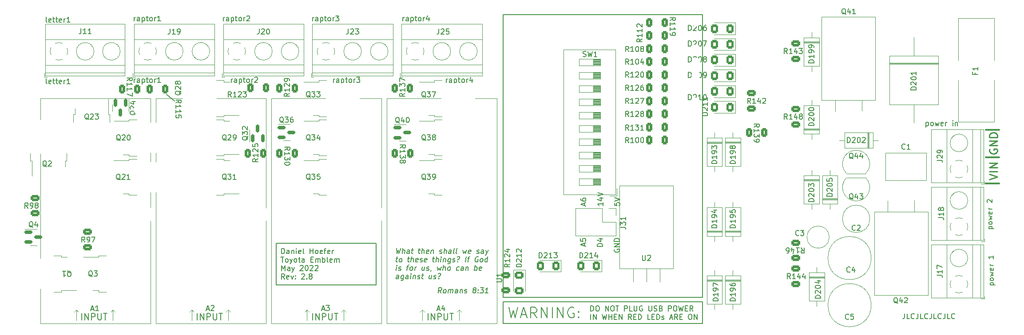
<source format=gbr>
%TF.GenerationSoftware,KiCad,Pcbnew,(6.0.0)*%
%TF.CreationDate,2022-05-14T16:49:07-07:00*%
%TF.ProjectId,Contrl Board GERBER,436f6e74-726c-4204-926f-617264204745,rev?*%
%TF.SameCoordinates,Original*%
%TF.FileFunction,Legend,Top*%
%TF.FilePolarity,Positive*%
%FSLAX46Y46*%
G04 Gerber Fmt 4.6, Leading zero omitted, Abs format (unit mm)*
G04 Created by KiCad (PCBNEW (6.0.0)) date 2022-05-14 16:49:07*
%MOMM*%
%LPD*%
G01*
G04 APERTURE LIST*
G04 Aperture macros list*
%AMRoundRect*
0 Rectangle with rounded corners*
0 $1 Rounding radius*
0 $2 $3 $4 $5 $6 $7 $8 $9 X,Y pos of 4 corners*
0 Add a 4 corners polygon primitive as box body*
4,1,4,$2,$3,$4,$5,$6,$7,$8,$9,$2,$3,0*
0 Add four circle primitives for the rounded corners*
1,1,$1+$1,$2,$3*
1,1,$1+$1,$4,$5*
1,1,$1+$1,$6,$7*
1,1,$1+$1,$8,$9*
0 Add four rect primitives between the rounded corners*
20,1,$1+$1,$2,$3,$4,$5,0*
20,1,$1+$1,$4,$5,$6,$7,0*
20,1,$1+$1,$6,$7,$8,$9,0*
20,1,$1+$1,$8,$9,$2,$3,0*%
%AMFreePoly0*
4,1,21,3.042426,3.042426,3.060000,3.000000,3.060000,-4.000000,3.042426,-4.042426,3.000000,-4.060000,2.060000,-4.060000,2.060000,-6.000000,2.042426,-6.042426,2.000000,-6.060000,-3.000000,-6.060000,-3.042426,-6.042426,-3.060000,-6.000000,-3.060000,-4.060000,-4.000000,-4.060000,-4.042426,-4.042426,-4.060000,-4.000000,-4.060000,3.000000,-4.042426,3.042426,-4.000000,3.060000,3.000000,3.060000,
3.042426,3.042426,3.042426,3.042426,$1*%
G04 Aperture macros list end*
%ADD10C,0.300000*%
%ADD11C,0.150000*%
%ADD12C,0.200000*%
%ADD13C,0.250000*%
%ADD14C,0.120000*%
%ADD15C,0.127000*%
%ADD16C,2.000000*%
%ADD17C,1.200000*%
%ADD18RoundRect,0.250001X0.462499X0.624999X-0.462499X0.624999X-0.462499X-0.624999X0.462499X-0.624999X0*%
%ADD19RoundRect,0.250000X0.625000X-0.312500X0.625000X0.312500X-0.625000X0.312500X-0.625000X-0.312500X0*%
%ADD20O,3.500000X3.500000*%
%ADD21R,1.905000X2.000000*%
%ADD22O,1.905000X2.000000*%
%ADD23R,2.600000X2.600000*%
%ADD24C,2.600000*%
%ADD25RoundRect,0.250000X-0.312500X-0.625000X0.312500X-0.625000X0.312500X0.625000X-0.312500X0.625000X0*%
%ADD26R,1.600000X1.600000*%
%ADD27O,1.600000X1.600000*%
%ADD28R,2.200000X1.200000*%
%ADD29R,6.400000X5.800000*%
%ADD30RoundRect,0.250000X0.312500X0.625000X-0.312500X0.625000X-0.312500X-0.625000X0.312500X-0.625000X0*%
%ADD31R,1.700000X1.700000*%
%ADD32O,1.700000X1.700000*%
%ADD33RoundRect,0.150000X-0.150000X0.587500X-0.150000X-0.587500X0.150000X-0.587500X0.150000X0.587500X0*%
%ADD34R,2.200000X2.200000*%
%ADD35O,2.200000X2.200000*%
%ADD36C,1.600000*%
%ADD37C,2.200000*%
%ADD38R,1.200000X2.200000*%
%ADD39R,5.800000X6.400000*%
%ADD40C,2.500000*%
%ADD41RoundRect,0.150000X-0.587500X-0.150000X0.587500X-0.150000X0.587500X0.150000X-0.587500X0.150000X0*%
%ADD42R,3.200000X3.200000*%
%ADD43O,3.200000X3.200000*%
%ADD44RoundRect,0.250000X-0.625000X0.312500X-0.625000X-0.312500X0.625000X-0.312500X0.625000X0.312500X0*%
%ADD45R,1.050000X1.500000*%
%ADD46O,1.050000X1.500000*%
%ADD47RoundRect,0.150000X0.150000X-0.587500X0.150000X0.587500X-0.150000X0.587500X-0.150000X-0.587500X0*%
%ADD48RoundRect,0.250001X-0.624999X0.462499X-0.624999X-0.462499X0.624999X-0.462499X0.624999X0.462499X0*%
%ADD49R,3.000000X3.000000*%
%ADD50FreePoly0,180.000000*%
%ADD51O,3.000000X3.000000*%
%ADD52FreePoly0,0.000000*%
%ADD53C,1.676400*%
%ADD54R,2.000000X2.500000*%
G04 APERTURE END LIST*
D10*
X205950000Y-52300000D02*
X208450000Y-52300000D01*
D11*
X70625000Y-63730000D02*
X89715000Y-63730000D01*
X89715000Y-63730000D02*
X89715000Y-71670000D01*
X89715000Y-71670000D02*
X70625000Y-71670000D01*
X70625000Y-71670000D02*
X70625000Y-63730000D01*
X51200000Y-36550000D02*
X49700000Y-35300000D01*
D10*
X205950000Y-47300000D02*
X208450000Y-47300000D01*
D11*
X113875000Y-74920000D02*
X151880000Y-74920000D01*
X151880000Y-74920000D02*
X151880000Y-79050000D01*
X151880000Y-79050000D02*
X113875000Y-79050000D01*
X113875000Y-79050000D02*
X113875000Y-74920000D01*
D10*
X205950000Y-42050000D02*
X208450000Y-42050000D01*
D11*
X94785595Y-21252380D02*
X94785595Y-20585714D01*
X94785595Y-20776190D02*
X94833214Y-20680952D01*
X94880833Y-20633333D01*
X94976071Y-20585714D01*
X95071309Y-20585714D01*
X95833214Y-21252380D02*
X95833214Y-20728571D01*
X95785595Y-20633333D01*
X95690357Y-20585714D01*
X95499880Y-20585714D01*
X95404642Y-20633333D01*
X95833214Y-21204761D02*
X95737976Y-21252380D01*
X95499880Y-21252380D01*
X95404642Y-21204761D01*
X95357023Y-21109523D01*
X95357023Y-21014285D01*
X95404642Y-20919047D01*
X95499880Y-20871428D01*
X95737976Y-20871428D01*
X95833214Y-20823809D01*
X96309404Y-20585714D02*
X96309404Y-21585714D01*
X96309404Y-20633333D02*
X96404642Y-20585714D01*
X96595119Y-20585714D01*
X96690357Y-20633333D01*
X96737976Y-20680952D01*
X96785595Y-20776190D01*
X96785595Y-21061904D01*
X96737976Y-21157142D01*
X96690357Y-21204761D01*
X96595119Y-21252380D01*
X96404642Y-21252380D01*
X96309404Y-21204761D01*
X97071309Y-20585714D02*
X97452261Y-20585714D01*
X97214166Y-20252380D02*
X97214166Y-21109523D01*
X97261785Y-21204761D01*
X97357023Y-21252380D01*
X97452261Y-21252380D01*
X97928452Y-21252380D02*
X97833214Y-21204761D01*
X97785595Y-21157142D01*
X97737976Y-21061904D01*
X97737976Y-20776190D01*
X97785595Y-20680952D01*
X97833214Y-20633333D01*
X97928452Y-20585714D01*
X98071309Y-20585714D01*
X98166547Y-20633333D01*
X98214166Y-20680952D01*
X98261785Y-20776190D01*
X98261785Y-21061904D01*
X98214166Y-21157142D01*
X98166547Y-21204761D01*
X98071309Y-21252380D01*
X97928452Y-21252380D01*
X98690357Y-21252380D02*
X98690357Y-20585714D01*
X98690357Y-20776190D02*
X98737976Y-20680952D01*
X98785595Y-20633333D01*
X98880833Y-20585714D01*
X98976071Y-20585714D01*
X99737976Y-20585714D02*
X99737976Y-21252380D01*
X99499880Y-20204761D02*
X99261785Y-20919047D01*
X99880833Y-20919047D01*
X81535595Y-33002380D02*
X81535595Y-32335714D01*
X81535595Y-32526190D02*
X81583214Y-32430952D01*
X81630833Y-32383333D01*
X81726071Y-32335714D01*
X81821309Y-32335714D01*
X82583214Y-33002380D02*
X82583214Y-32478571D01*
X82535595Y-32383333D01*
X82440357Y-32335714D01*
X82249880Y-32335714D01*
X82154642Y-32383333D01*
X82583214Y-32954761D02*
X82487976Y-33002380D01*
X82249880Y-33002380D01*
X82154642Y-32954761D01*
X82107023Y-32859523D01*
X82107023Y-32764285D01*
X82154642Y-32669047D01*
X82249880Y-32621428D01*
X82487976Y-32621428D01*
X82583214Y-32573809D01*
X83059404Y-32335714D02*
X83059404Y-33335714D01*
X83059404Y-32383333D02*
X83154642Y-32335714D01*
X83345119Y-32335714D01*
X83440357Y-32383333D01*
X83487976Y-32430952D01*
X83535595Y-32526190D01*
X83535595Y-32811904D01*
X83487976Y-32907142D01*
X83440357Y-32954761D01*
X83345119Y-33002380D01*
X83154642Y-33002380D01*
X83059404Y-32954761D01*
X83821309Y-32335714D02*
X84202261Y-32335714D01*
X83964166Y-32002380D02*
X83964166Y-32859523D01*
X84011785Y-32954761D01*
X84107023Y-33002380D01*
X84202261Y-33002380D01*
X84678452Y-33002380D02*
X84583214Y-32954761D01*
X84535595Y-32907142D01*
X84487976Y-32811904D01*
X84487976Y-32526190D01*
X84535595Y-32430952D01*
X84583214Y-32383333D01*
X84678452Y-32335714D01*
X84821309Y-32335714D01*
X84916547Y-32383333D01*
X84964166Y-32430952D01*
X85011785Y-32526190D01*
X85011785Y-32811904D01*
X84964166Y-32907142D01*
X84916547Y-32954761D01*
X84821309Y-33002380D01*
X84678452Y-33002380D01*
X85440357Y-33002380D02*
X85440357Y-32335714D01*
X85440357Y-32526190D02*
X85487976Y-32430952D01*
X85535595Y-32383333D01*
X85630833Y-32335714D01*
X85726071Y-32335714D01*
X85964166Y-32002380D02*
X86583214Y-32002380D01*
X86249880Y-32383333D01*
X86392738Y-32383333D01*
X86487976Y-32430952D01*
X86535595Y-32478571D01*
X86583214Y-32573809D01*
X86583214Y-32811904D01*
X86535595Y-32907142D01*
X86487976Y-32954761D01*
X86392738Y-33002380D01*
X86107023Y-33002380D01*
X86011785Y-32954761D01*
X85964166Y-32907142D01*
D12*
X114968095Y-75954761D02*
X115444285Y-77954761D01*
X115825238Y-76526190D01*
X116206190Y-77954761D01*
X116682380Y-75954761D01*
X117349047Y-77383333D02*
X118301428Y-77383333D01*
X117158571Y-77954761D02*
X117825238Y-75954761D01*
X118491904Y-77954761D01*
X120301428Y-77954761D02*
X119634761Y-77002380D01*
X119158571Y-77954761D02*
X119158571Y-75954761D01*
X119920476Y-75954761D01*
X120110952Y-76050000D01*
X120206190Y-76145238D01*
X120301428Y-76335714D01*
X120301428Y-76621428D01*
X120206190Y-76811904D01*
X120110952Y-76907142D01*
X119920476Y-77002380D01*
X119158571Y-77002380D01*
X121158571Y-77954761D02*
X121158571Y-75954761D01*
X122301428Y-77954761D01*
X122301428Y-75954761D01*
X123253809Y-77954761D02*
X123253809Y-75954761D01*
X124206190Y-77954761D02*
X124206190Y-75954761D01*
X125349047Y-77954761D01*
X125349047Y-75954761D01*
X127349047Y-76050000D02*
X127158571Y-75954761D01*
X126872857Y-75954761D01*
X126587142Y-76050000D01*
X126396666Y-76240476D01*
X126301428Y-76430952D01*
X126206190Y-76811904D01*
X126206190Y-77097619D01*
X126301428Y-77478571D01*
X126396666Y-77669047D01*
X126587142Y-77859523D01*
X126872857Y-77954761D01*
X127063333Y-77954761D01*
X127349047Y-77859523D01*
X127444285Y-77764285D01*
X127444285Y-77097619D01*
X127063333Y-77097619D01*
X128301428Y-77764285D02*
X128396666Y-77859523D01*
X128301428Y-77954761D01*
X128206190Y-77859523D01*
X128301428Y-77764285D01*
X128301428Y-77954761D01*
X128301428Y-76716666D02*
X128396666Y-76811904D01*
X128301428Y-76907142D01*
X128206190Y-76811904D01*
X128301428Y-76716666D01*
X128301428Y-76907142D01*
D11*
X103035595Y-33002380D02*
X103035595Y-32335714D01*
X103035595Y-32526190D02*
X103083214Y-32430952D01*
X103130833Y-32383333D01*
X103226071Y-32335714D01*
X103321309Y-32335714D01*
X104083214Y-33002380D02*
X104083214Y-32478571D01*
X104035595Y-32383333D01*
X103940357Y-32335714D01*
X103749880Y-32335714D01*
X103654642Y-32383333D01*
X104083214Y-32954761D02*
X103987976Y-33002380D01*
X103749880Y-33002380D01*
X103654642Y-32954761D01*
X103607023Y-32859523D01*
X103607023Y-32764285D01*
X103654642Y-32669047D01*
X103749880Y-32621428D01*
X103987976Y-32621428D01*
X104083214Y-32573809D01*
X104559404Y-32335714D02*
X104559404Y-33335714D01*
X104559404Y-32383333D02*
X104654642Y-32335714D01*
X104845119Y-32335714D01*
X104940357Y-32383333D01*
X104987976Y-32430952D01*
X105035595Y-32526190D01*
X105035595Y-32811904D01*
X104987976Y-32907142D01*
X104940357Y-32954761D01*
X104845119Y-33002380D01*
X104654642Y-33002380D01*
X104559404Y-32954761D01*
X105321309Y-32335714D02*
X105702261Y-32335714D01*
X105464166Y-32002380D02*
X105464166Y-32859523D01*
X105511785Y-32954761D01*
X105607023Y-33002380D01*
X105702261Y-33002380D01*
X106178452Y-33002380D02*
X106083214Y-32954761D01*
X106035595Y-32907142D01*
X105987976Y-32811904D01*
X105987976Y-32526190D01*
X106035595Y-32430952D01*
X106083214Y-32383333D01*
X106178452Y-32335714D01*
X106321309Y-32335714D01*
X106416547Y-32383333D01*
X106464166Y-32430952D01*
X106511785Y-32526190D01*
X106511785Y-32811904D01*
X106464166Y-32907142D01*
X106416547Y-32954761D01*
X106321309Y-33002380D01*
X106178452Y-33002380D01*
X106940357Y-33002380D02*
X106940357Y-32335714D01*
X106940357Y-32526190D02*
X106987976Y-32430952D01*
X107035595Y-32383333D01*
X107130833Y-32335714D01*
X107226071Y-32335714D01*
X107987976Y-32335714D02*
X107987976Y-33002380D01*
X107749880Y-31954761D02*
X107511785Y-32669047D01*
X108130833Y-32669047D01*
X129346666Y-64216547D02*
X129346666Y-63740357D01*
X129632380Y-64311785D02*
X128632380Y-63978452D01*
X129632380Y-63645119D01*
X128632380Y-62835595D02*
X128632380Y-63311785D01*
X129108571Y-63359404D01*
X129060952Y-63311785D01*
X129013333Y-63216547D01*
X129013333Y-62978452D01*
X129060952Y-62883214D01*
X129108571Y-62835595D01*
X129203809Y-62787976D01*
X129441904Y-62787976D01*
X129537142Y-62835595D01*
X129584761Y-62883214D01*
X129632380Y-62978452D01*
X129632380Y-63216547D01*
X129584761Y-63311785D01*
X129537142Y-63359404D01*
X132852380Y-64311785D02*
X131852380Y-64311785D01*
X131852380Y-64073690D01*
X131900000Y-63930833D01*
X131995238Y-63835595D01*
X132090476Y-63787976D01*
X132280952Y-63740357D01*
X132423809Y-63740357D01*
X132614285Y-63787976D01*
X132709523Y-63835595D01*
X132804761Y-63930833D01*
X132852380Y-64073690D01*
X132852380Y-64311785D01*
X132185714Y-62883214D02*
X132852380Y-62883214D01*
X131804761Y-63121309D02*
X132519047Y-63359404D01*
X132519047Y-62740357D01*
X135120000Y-64883214D02*
X135072380Y-64978452D01*
X135072380Y-65121309D01*
X135120000Y-65264166D01*
X135215238Y-65359404D01*
X135310476Y-65407023D01*
X135500952Y-65454642D01*
X135643809Y-65454642D01*
X135834285Y-65407023D01*
X135929523Y-65359404D01*
X136024761Y-65264166D01*
X136072380Y-65121309D01*
X136072380Y-65026071D01*
X136024761Y-64883214D01*
X135977142Y-64835595D01*
X135643809Y-64835595D01*
X135643809Y-65026071D01*
X136072380Y-64407023D02*
X135072380Y-64407023D01*
X136072380Y-63835595D01*
X135072380Y-63835595D01*
X136072380Y-63359404D02*
X135072380Y-63359404D01*
X135072380Y-63121309D01*
X135120000Y-62978452D01*
X135215238Y-62883214D01*
X135310476Y-62835595D01*
X135500952Y-62787976D01*
X135643809Y-62787976D01*
X135834285Y-62835595D01*
X135929523Y-62883214D01*
X136024761Y-62978452D01*
X136072380Y-63121309D01*
X136072380Y-63359404D01*
X190430952Y-77152380D02*
X190430952Y-77866666D01*
X190383333Y-78009523D01*
X190288095Y-78104761D01*
X190145238Y-78152380D01*
X190050000Y-78152380D01*
X191383333Y-78152380D02*
X190907142Y-78152380D01*
X190907142Y-77152380D01*
X192288095Y-78057142D02*
X192240476Y-78104761D01*
X192097619Y-78152380D01*
X192002380Y-78152380D01*
X191859523Y-78104761D01*
X191764285Y-78009523D01*
X191716666Y-77914285D01*
X191669047Y-77723809D01*
X191669047Y-77580952D01*
X191716666Y-77390476D01*
X191764285Y-77295238D01*
X191859523Y-77200000D01*
X192002380Y-77152380D01*
X192097619Y-77152380D01*
X192240476Y-77200000D01*
X192288095Y-77247619D01*
X193002380Y-77152380D02*
X193002380Y-77866666D01*
X192954761Y-78009523D01*
X192859523Y-78104761D01*
X192716666Y-78152380D01*
X192621428Y-78152380D01*
X193954761Y-78152380D02*
X193478571Y-78152380D01*
X193478571Y-77152380D01*
X194859523Y-78057142D02*
X194811904Y-78104761D01*
X194669047Y-78152380D01*
X194573809Y-78152380D01*
X194430952Y-78104761D01*
X194335714Y-78009523D01*
X194288095Y-77914285D01*
X194240476Y-77723809D01*
X194240476Y-77580952D01*
X194288095Y-77390476D01*
X194335714Y-77295238D01*
X194430952Y-77200000D01*
X194573809Y-77152380D01*
X194669047Y-77152380D01*
X194811904Y-77200000D01*
X194859523Y-77247619D01*
X195573809Y-77152380D02*
X195573809Y-77866666D01*
X195526190Y-78009523D01*
X195430952Y-78104761D01*
X195288095Y-78152380D01*
X195192857Y-78152380D01*
X196526190Y-78152380D02*
X196050000Y-78152380D01*
X196050000Y-77152380D01*
X197430952Y-78057142D02*
X197383333Y-78104761D01*
X197240476Y-78152380D01*
X197145238Y-78152380D01*
X197002380Y-78104761D01*
X196907142Y-78009523D01*
X196859523Y-77914285D01*
X196811904Y-77723809D01*
X196811904Y-77580952D01*
X196859523Y-77390476D01*
X196907142Y-77295238D01*
X197002380Y-77200000D01*
X197145238Y-77152380D01*
X197240476Y-77152380D01*
X197383333Y-77200000D01*
X197430952Y-77247619D01*
X198145238Y-77152380D02*
X198145238Y-77866666D01*
X198097619Y-78009523D01*
X198002380Y-78104761D01*
X197859523Y-78152380D01*
X197764285Y-78152380D01*
X199097619Y-78152380D02*
X198621428Y-78152380D01*
X198621428Y-77152380D01*
X200002380Y-78057142D02*
X199954761Y-78104761D01*
X199811904Y-78152380D01*
X199716666Y-78152380D01*
X199573809Y-78104761D01*
X199478571Y-78009523D01*
X199430952Y-77914285D01*
X199383333Y-77723809D01*
X199383333Y-77580952D01*
X199430952Y-77390476D01*
X199478571Y-77295238D01*
X199573809Y-77200000D01*
X199716666Y-77152380D01*
X199811904Y-77152380D01*
X199954761Y-77200000D01*
X200002380Y-77247619D01*
X206485714Y-60964404D02*
X207485714Y-60964404D01*
X206533333Y-60964404D02*
X206485714Y-60869166D01*
X206485714Y-60678690D01*
X206533333Y-60583452D01*
X206580952Y-60535833D01*
X206676190Y-60488214D01*
X206961904Y-60488214D01*
X207057142Y-60535833D01*
X207104761Y-60583452D01*
X207152380Y-60678690D01*
X207152380Y-60869166D01*
X207104761Y-60964404D01*
X207152380Y-59916785D02*
X207104761Y-60012023D01*
X207057142Y-60059642D01*
X206961904Y-60107261D01*
X206676190Y-60107261D01*
X206580952Y-60059642D01*
X206533333Y-60012023D01*
X206485714Y-59916785D01*
X206485714Y-59773928D01*
X206533333Y-59678690D01*
X206580952Y-59631071D01*
X206676190Y-59583452D01*
X206961904Y-59583452D01*
X207057142Y-59631071D01*
X207104761Y-59678690D01*
X207152380Y-59773928D01*
X207152380Y-59916785D01*
X206485714Y-59250119D02*
X207152380Y-59059642D01*
X206676190Y-58869166D01*
X207152380Y-58678690D01*
X206485714Y-58488214D01*
X207104761Y-57726309D02*
X207152380Y-57821547D01*
X207152380Y-58012023D01*
X207104761Y-58107261D01*
X207009523Y-58154880D01*
X206628571Y-58154880D01*
X206533333Y-58107261D01*
X206485714Y-58012023D01*
X206485714Y-57821547D01*
X206533333Y-57726309D01*
X206628571Y-57678690D01*
X206723809Y-57678690D01*
X206819047Y-58154880D01*
X207152380Y-57250119D02*
X206485714Y-57250119D01*
X206676190Y-57250119D02*
X206580952Y-57202500D01*
X206533333Y-57154880D01*
X206485714Y-57059642D01*
X206485714Y-56964404D01*
X206247619Y-55916785D02*
X206200000Y-55869166D01*
X206152380Y-55773928D01*
X206152380Y-55535833D01*
X206200000Y-55440595D01*
X206247619Y-55392976D01*
X206342857Y-55345357D01*
X206438095Y-55345357D01*
X206580952Y-55392976D01*
X207152380Y-55964404D01*
X207152380Y-55345357D01*
X93541309Y-64697380D02*
X93654404Y-65697380D01*
X93934166Y-64983095D01*
X94035357Y-65697380D01*
X94398452Y-64697380D01*
X94654404Y-65697380D02*
X94779404Y-64697380D01*
X95082976Y-65697380D02*
X95148452Y-65173571D01*
X95112738Y-65078333D01*
X95023452Y-65030714D01*
X94880595Y-65030714D01*
X94779404Y-65078333D01*
X94725833Y-65125952D01*
X95987738Y-65697380D02*
X96053214Y-65173571D01*
X96017500Y-65078333D01*
X95928214Y-65030714D01*
X95737738Y-65030714D01*
X95636547Y-65078333D01*
X95993690Y-65649761D02*
X95892500Y-65697380D01*
X95654404Y-65697380D01*
X95565119Y-65649761D01*
X95529404Y-65554523D01*
X95541309Y-65459285D01*
X95600833Y-65364047D01*
X95702023Y-65316428D01*
X95940119Y-65316428D01*
X96041309Y-65268809D01*
X96404404Y-65030714D02*
X96785357Y-65030714D01*
X96588928Y-64697380D02*
X96481785Y-65554523D01*
X96517500Y-65649761D01*
X96606785Y-65697380D01*
X96702023Y-65697380D01*
X97737738Y-65030714D02*
X98118690Y-65030714D01*
X97922261Y-64697380D02*
X97815119Y-65554523D01*
X97850833Y-65649761D01*
X97940119Y-65697380D01*
X98035357Y-65697380D01*
X98368690Y-65697380D02*
X98493690Y-64697380D01*
X98797261Y-65697380D02*
X98862738Y-65173571D01*
X98827023Y-65078333D01*
X98737738Y-65030714D01*
X98594880Y-65030714D01*
X98493690Y-65078333D01*
X98440119Y-65125952D01*
X99660357Y-65649761D02*
X99559166Y-65697380D01*
X99368690Y-65697380D01*
X99279404Y-65649761D01*
X99243690Y-65554523D01*
X99291309Y-65173571D01*
X99350833Y-65078333D01*
X99452023Y-65030714D01*
X99642500Y-65030714D01*
X99731785Y-65078333D01*
X99767500Y-65173571D01*
X99755595Y-65268809D01*
X99267500Y-65364047D01*
X100213928Y-65030714D02*
X100130595Y-65697380D01*
X100202023Y-65125952D02*
X100255595Y-65078333D01*
X100356785Y-65030714D01*
X100499642Y-65030714D01*
X100588928Y-65078333D01*
X100624642Y-65173571D01*
X100559166Y-65697380D01*
X101755595Y-65649761D02*
X101844880Y-65697380D01*
X102035357Y-65697380D01*
X102136547Y-65649761D01*
X102196071Y-65554523D01*
X102202023Y-65506904D01*
X102166309Y-65411666D01*
X102077023Y-65364047D01*
X101934166Y-65364047D01*
X101844880Y-65316428D01*
X101809166Y-65221190D01*
X101815119Y-65173571D01*
X101874642Y-65078333D01*
X101975833Y-65030714D01*
X102118690Y-65030714D01*
X102207976Y-65078333D01*
X102606785Y-65697380D02*
X102731785Y-64697380D01*
X103035357Y-65697380D02*
X103100833Y-65173571D01*
X103065119Y-65078333D01*
X102975833Y-65030714D01*
X102832976Y-65030714D01*
X102731785Y-65078333D01*
X102678214Y-65125952D01*
X103940119Y-65697380D02*
X104005595Y-65173571D01*
X103969880Y-65078333D01*
X103880595Y-65030714D01*
X103690119Y-65030714D01*
X103588928Y-65078333D01*
X103946071Y-65649761D02*
X103844880Y-65697380D01*
X103606785Y-65697380D01*
X103517500Y-65649761D01*
X103481785Y-65554523D01*
X103493690Y-65459285D01*
X103553214Y-65364047D01*
X103654404Y-65316428D01*
X103892500Y-65316428D01*
X103993690Y-65268809D01*
X104559166Y-65697380D02*
X104469880Y-65649761D01*
X104434166Y-65554523D01*
X104541309Y-64697380D01*
X105082976Y-65697380D02*
X104993690Y-65649761D01*
X104957976Y-65554523D01*
X105065119Y-64697380D01*
X106213928Y-65030714D02*
X106321071Y-65697380D01*
X106571071Y-65221190D01*
X106702023Y-65697380D01*
X106975833Y-65030714D01*
X107660357Y-65649761D02*
X107559166Y-65697380D01*
X107368690Y-65697380D01*
X107279404Y-65649761D01*
X107243690Y-65554523D01*
X107291309Y-65173571D01*
X107350833Y-65078333D01*
X107452023Y-65030714D01*
X107642500Y-65030714D01*
X107731785Y-65078333D01*
X107767500Y-65173571D01*
X107755595Y-65268809D01*
X107267500Y-65364047D01*
X108850833Y-65649761D02*
X108940119Y-65697380D01*
X109130595Y-65697380D01*
X109231785Y-65649761D01*
X109291309Y-65554523D01*
X109297261Y-65506904D01*
X109261547Y-65411666D01*
X109172261Y-65364047D01*
X109029404Y-65364047D01*
X108940119Y-65316428D01*
X108904404Y-65221190D01*
X108910357Y-65173571D01*
X108969880Y-65078333D01*
X109071071Y-65030714D01*
X109213928Y-65030714D01*
X109303214Y-65078333D01*
X110130595Y-65697380D02*
X110196071Y-65173571D01*
X110160357Y-65078333D01*
X110071071Y-65030714D01*
X109880595Y-65030714D01*
X109779404Y-65078333D01*
X110136547Y-65649761D02*
X110035357Y-65697380D01*
X109797261Y-65697380D01*
X109707976Y-65649761D01*
X109672261Y-65554523D01*
X109684166Y-65459285D01*
X109743690Y-65364047D01*
X109844880Y-65316428D01*
X110082976Y-65316428D01*
X110184166Y-65268809D01*
X110594880Y-65030714D02*
X110749642Y-65697380D01*
X111071071Y-65030714D02*
X110749642Y-65697380D01*
X110624642Y-65935476D01*
X110571071Y-65983095D01*
X110469880Y-66030714D01*
X93452023Y-66640714D02*
X93832976Y-66640714D01*
X93636547Y-66307380D02*
X93529404Y-67164523D01*
X93565119Y-67259761D01*
X93654404Y-67307380D01*
X93749642Y-67307380D01*
X94225833Y-67307380D02*
X94136547Y-67259761D01*
X94094880Y-67212142D01*
X94059166Y-67116904D01*
X94094880Y-66831190D01*
X94154404Y-66735952D01*
X94207976Y-66688333D01*
X94309166Y-66640714D01*
X94452023Y-66640714D01*
X94541309Y-66688333D01*
X94582976Y-66735952D01*
X94618690Y-66831190D01*
X94582976Y-67116904D01*
X94523452Y-67212142D01*
X94469880Y-67259761D01*
X94368690Y-67307380D01*
X94225833Y-67307380D01*
X95690119Y-66640714D02*
X96071071Y-66640714D01*
X95874642Y-66307380D02*
X95767500Y-67164523D01*
X95803214Y-67259761D01*
X95892500Y-67307380D01*
X95987738Y-67307380D01*
X96321071Y-67307380D02*
X96446071Y-66307380D01*
X96749642Y-67307380D02*
X96815119Y-66783571D01*
X96779404Y-66688333D01*
X96690119Y-66640714D01*
X96547261Y-66640714D01*
X96446071Y-66688333D01*
X96392500Y-66735952D01*
X97612738Y-67259761D02*
X97511547Y-67307380D01*
X97321071Y-67307380D01*
X97231785Y-67259761D01*
X97196071Y-67164523D01*
X97243690Y-66783571D01*
X97303214Y-66688333D01*
X97404404Y-66640714D01*
X97594880Y-66640714D01*
X97684166Y-66688333D01*
X97719880Y-66783571D01*
X97707976Y-66878809D01*
X97219880Y-66974047D01*
X98041309Y-67259761D02*
X98130595Y-67307380D01*
X98321071Y-67307380D01*
X98422261Y-67259761D01*
X98481785Y-67164523D01*
X98487738Y-67116904D01*
X98452023Y-67021666D01*
X98362738Y-66974047D01*
X98219880Y-66974047D01*
X98130595Y-66926428D01*
X98094880Y-66831190D01*
X98100833Y-66783571D01*
X98160357Y-66688333D01*
X98261547Y-66640714D01*
X98404404Y-66640714D01*
X98493690Y-66688333D01*
X99279404Y-67259761D02*
X99178214Y-67307380D01*
X98987738Y-67307380D01*
X98898452Y-67259761D01*
X98862738Y-67164523D01*
X98910357Y-66783571D01*
X98969880Y-66688333D01*
X99071071Y-66640714D01*
X99261547Y-66640714D01*
X99350833Y-66688333D01*
X99386547Y-66783571D01*
X99374642Y-66878809D01*
X98886547Y-66974047D01*
X100452023Y-66640714D02*
X100832976Y-66640714D01*
X100636547Y-66307380D02*
X100529404Y-67164523D01*
X100565119Y-67259761D01*
X100654404Y-67307380D01*
X100749642Y-67307380D01*
X101082976Y-67307380D02*
X101207976Y-66307380D01*
X101511547Y-67307380D02*
X101577023Y-66783571D01*
X101541309Y-66688333D01*
X101452023Y-66640714D01*
X101309166Y-66640714D01*
X101207976Y-66688333D01*
X101154404Y-66735952D01*
X101987738Y-67307380D02*
X102071071Y-66640714D01*
X102112738Y-66307380D02*
X102059166Y-66355000D01*
X102100833Y-66402619D01*
X102154404Y-66355000D01*
X102112738Y-66307380D01*
X102100833Y-66402619D01*
X102547261Y-66640714D02*
X102463928Y-67307380D01*
X102535357Y-66735952D02*
X102588928Y-66688333D01*
X102690119Y-66640714D01*
X102832976Y-66640714D01*
X102922261Y-66688333D01*
X102957976Y-66783571D01*
X102892500Y-67307380D01*
X103880595Y-66640714D02*
X103779404Y-67450238D01*
X103719880Y-67545476D01*
X103666309Y-67593095D01*
X103565119Y-67640714D01*
X103422261Y-67640714D01*
X103332976Y-67593095D01*
X103803214Y-67259761D02*
X103702023Y-67307380D01*
X103511547Y-67307380D01*
X103422261Y-67259761D01*
X103380595Y-67212142D01*
X103344880Y-67116904D01*
X103380595Y-66831190D01*
X103440119Y-66735952D01*
X103493690Y-66688333D01*
X103594880Y-66640714D01*
X103785357Y-66640714D01*
X103874642Y-66688333D01*
X104231785Y-67259761D02*
X104321071Y-67307380D01*
X104511547Y-67307380D01*
X104612738Y-67259761D01*
X104672261Y-67164523D01*
X104678214Y-67116904D01*
X104642500Y-67021666D01*
X104553214Y-66974047D01*
X104410357Y-66974047D01*
X104321071Y-66926428D01*
X104285357Y-66831190D01*
X104291309Y-66783571D01*
X104350833Y-66688333D01*
X104452023Y-66640714D01*
X104594880Y-66640714D01*
X104684166Y-66688333D01*
X105237738Y-67212142D02*
X105279404Y-67259761D01*
X105225833Y-67307380D01*
X105184166Y-67259761D01*
X105237738Y-67212142D01*
X105225833Y-67307380D01*
X105154404Y-66355000D02*
X105255595Y-66307380D01*
X105493690Y-66307380D01*
X105582976Y-66355000D01*
X105618690Y-66450238D01*
X105606785Y-66545476D01*
X105547261Y-66640714D01*
X105493690Y-66688333D01*
X105392500Y-66735952D01*
X105338928Y-66783571D01*
X105279404Y-66878809D01*
X105273452Y-66926428D01*
X106702023Y-67307380D02*
X106827023Y-66307380D01*
X107118690Y-66640714D02*
X107499642Y-66640714D01*
X107178214Y-67307380D02*
X107285357Y-66450238D01*
X107344880Y-66355000D01*
X107446071Y-66307380D01*
X107541309Y-66307380D01*
X109154404Y-66355000D02*
X109065119Y-66307380D01*
X108922261Y-66307380D01*
X108773452Y-66355000D01*
X108666309Y-66450238D01*
X108606785Y-66545476D01*
X108535357Y-66735952D01*
X108517500Y-66878809D01*
X108541309Y-67069285D01*
X108577023Y-67164523D01*
X108660357Y-67259761D01*
X108797261Y-67307380D01*
X108892500Y-67307380D01*
X109041309Y-67259761D01*
X109094880Y-67212142D01*
X109136547Y-66878809D01*
X108946071Y-66878809D01*
X109654404Y-67307380D02*
X109565119Y-67259761D01*
X109523452Y-67212142D01*
X109487738Y-67116904D01*
X109523452Y-66831190D01*
X109582976Y-66735952D01*
X109636547Y-66688333D01*
X109737738Y-66640714D01*
X109880595Y-66640714D01*
X109969880Y-66688333D01*
X110011547Y-66735952D01*
X110047261Y-66831190D01*
X110011547Y-67116904D01*
X109952023Y-67212142D01*
X109898452Y-67259761D01*
X109797261Y-67307380D01*
X109654404Y-67307380D01*
X110844880Y-67307380D02*
X110969880Y-66307380D01*
X110850833Y-67259761D02*
X110749642Y-67307380D01*
X110559166Y-67307380D01*
X110469880Y-67259761D01*
X110428214Y-67212142D01*
X110392500Y-67116904D01*
X110428214Y-66831190D01*
X110487738Y-66735952D01*
X110541309Y-66688333D01*
X110642500Y-66640714D01*
X110832976Y-66640714D01*
X110922261Y-66688333D01*
X93511547Y-68917380D02*
X93594880Y-68250714D01*
X93636547Y-67917380D02*
X93582976Y-67965000D01*
X93624642Y-68012619D01*
X93678214Y-67965000D01*
X93636547Y-67917380D01*
X93624642Y-68012619D01*
X93946071Y-68869761D02*
X94035357Y-68917380D01*
X94225833Y-68917380D01*
X94327023Y-68869761D01*
X94386547Y-68774523D01*
X94392500Y-68726904D01*
X94356785Y-68631666D01*
X94267500Y-68584047D01*
X94124642Y-68584047D01*
X94035357Y-68536428D01*
X93999642Y-68441190D01*
X94005595Y-68393571D01*
X94065119Y-68298333D01*
X94166309Y-68250714D01*
X94309166Y-68250714D01*
X94398452Y-68298333D01*
X95499642Y-68250714D02*
X95880595Y-68250714D01*
X95559166Y-68917380D02*
X95666309Y-68060238D01*
X95725833Y-67965000D01*
X95827023Y-67917380D01*
X95922261Y-67917380D01*
X96273452Y-68917380D02*
X96184166Y-68869761D01*
X96142500Y-68822142D01*
X96106785Y-68726904D01*
X96142500Y-68441190D01*
X96202023Y-68345952D01*
X96255595Y-68298333D01*
X96356785Y-68250714D01*
X96499642Y-68250714D01*
X96588928Y-68298333D01*
X96630595Y-68345952D01*
X96666309Y-68441190D01*
X96630595Y-68726904D01*
X96571071Y-68822142D01*
X96517500Y-68869761D01*
X96416309Y-68917380D01*
X96273452Y-68917380D01*
X97035357Y-68917380D02*
X97118690Y-68250714D01*
X97094880Y-68441190D02*
X97154404Y-68345952D01*
X97207976Y-68298333D01*
X97309166Y-68250714D01*
X97404404Y-68250714D01*
X98928214Y-68250714D02*
X98844880Y-68917380D01*
X98499642Y-68250714D02*
X98434166Y-68774523D01*
X98469880Y-68869761D01*
X98559166Y-68917380D01*
X98702023Y-68917380D01*
X98803214Y-68869761D01*
X98856785Y-68822142D01*
X99279404Y-68869761D02*
X99368690Y-68917380D01*
X99559166Y-68917380D01*
X99660357Y-68869761D01*
X99719880Y-68774523D01*
X99725833Y-68726904D01*
X99690119Y-68631666D01*
X99600833Y-68584047D01*
X99457976Y-68584047D01*
X99368690Y-68536428D01*
X99332976Y-68441190D01*
X99338928Y-68393571D01*
X99398452Y-68298333D01*
X99499642Y-68250714D01*
X99642500Y-68250714D01*
X99731785Y-68298333D01*
X100184166Y-68869761D02*
X100178214Y-68917380D01*
X100118690Y-69012619D01*
X100065119Y-69060238D01*
X101356785Y-68250714D02*
X101463928Y-68917380D01*
X101713928Y-68441190D01*
X101844880Y-68917380D01*
X102118690Y-68250714D01*
X102416309Y-68917380D02*
X102541309Y-67917380D01*
X102844880Y-68917380D02*
X102910357Y-68393571D01*
X102874642Y-68298333D01*
X102785357Y-68250714D01*
X102642500Y-68250714D01*
X102541309Y-68298333D01*
X102487738Y-68345952D01*
X103463928Y-68917380D02*
X103374642Y-68869761D01*
X103332976Y-68822142D01*
X103297261Y-68726904D01*
X103332976Y-68441190D01*
X103392500Y-68345952D01*
X103446071Y-68298333D01*
X103547261Y-68250714D01*
X103690119Y-68250714D01*
X103779404Y-68298333D01*
X103821071Y-68345952D01*
X103856785Y-68441190D01*
X103821071Y-68726904D01*
X103761547Y-68822142D01*
X103707976Y-68869761D01*
X103606785Y-68917380D01*
X103463928Y-68917380D01*
X105422261Y-68869761D02*
X105321071Y-68917380D01*
X105130595Y-68917380D01*
X105041309Y-68869761D01*
X104999642Y-68822142D01*
X104963928Y-68726904D01*
X104999642Y-68441190D01*
X105059166Y-68345952D01*
X105112738Y-68298333D01*
X105213928Y-68250714D01*
X105404404Y-68250714D01*
X105493690Y-68298333D01*
X106273452Y-68917380D02*
X106338928Y-68393571D01*
X106303214Y-68298333D01*
X106213928Y-68250714D01*
X106023452Y-68250714D01*
X105922261Y-68298333D01*
X106279404Y-68869761D02*
X106178214Y-68917380D01*
X105940119Y-68917380D01*
X105850833Y-68869761D01*
X105815119Y-68774523D01*
X105827023Y-68679285D01*
X105886547Y-68584047D01*
X105987738Y-68536428D01*
X106225833Y-68536428D01*
X106327023Y-68488809D01*
X106832976Y-68250714D02*
X106749642Y-68917380D01*
X106821071Y-68345952D02*
X106874642Y-68298333D01*
X106975833Y-68250714D01*
X107118690Y-68250714D01*
X107207976Y-68298333D01*
X107243690Y-68393571D01*
X107178214Y-68917380D01*
X108416309Y-68917380D02*
X108541309Y-67917380D01*
X108493690Y-68298333D02*
X108594880Y-68250714D01*
X108785357Y-68250714D01*
X108874642Y-68298333D01*
X108916309Y-68345952D01*
X108952023Y-68441190D01*
X108916309Y-68726904D01*
X108856785Y-68822142D01*
X108803214Y-68869761D01*
X108702023Y-68917380D01*
X108511547Y-68917380D01*
X108422261Y-68869761D01*
X109707976Y-68869761D02*
X109606785Y-68917380D01*
X109416309Y-68917380D01*
X109327023Y-68869761D01*
X109291309Y-68774523D01*
X109338928Y-68393571D01*
X109398452Y-68298333D01*
X109499642Y-68250714D01*
X109690119Y-68250714D01*
X109779404Y-68298333D01*
X109815119Y-68393571D01*
X109803214Y-68488809D01*
X109315119Y-68584047D01*
X93940119Y-70527380D02*
X94005595Y-70003571D01*
X93969880Y-69908333D01*
X93880595Y-69860714D01*
X93690119Y-69860714D01*
X93588928Y-69908333D01*
X93946071Y-70479761D02*
X93844880Y-70527380D01*
X93606785Y-70527380D01*
X93517500Y-70479761D01*
X93481785Y-70384523D01*
X93493690Y-70289285D01*
X93553214Y-70194047D01*
X93654404Y-70146428D01*
X93892500Y-70146428D01*
X93993690Y-70098809D01*
X94928214Y-69860714D02*
X94827023Y-70670238D01*
X94767500Y-70765476D01*
X94713928Y-70813095D01*
X94612738Y-70860714D01*
X94469880Y-70860714D01*
X94380595Y-70813095D01*
X94850833Y-70479761D02*
X94749642Y-70527380D01*
X94559166Y-70527380D01*
X94469880Y-70479761D01*
X94428214Y-70432142D01*
X94392500Y-70336904D01*
X94428214Y-70051190D01*
X94487738Y-69955952D01*
X94541309Y-69908333D01*
X94642500Y-69860714D01*
X94832976Y-69860714D01*
X94922261Y-69908333D01*
X95749642Y-70527380D02*
X95815119Y-70003571D01*
X95779404Y-69908333D01*
X95690119Y-69860714D01*
X95499642Y-69860714D01*
X95398452Y-69908333D01*
X95755595Y-70479761D02*
X95654404Y-70527380D01*
X95416309Y-70527380D01*
X95327023Y-70479761D01*
X95291309Y-70384523D01*
X95303214Y-70289285D01*
X95362738Y-70194047D01*
X95463928Y-70146428D01*
X95702023Y-70146428D01*
X95803214Y-70098809D01*
X96225833Y-70527380D02*
X96309166Y-69860714D01*
X96350833Y-69527380D02*
X96297261Y-69575000D01*
X96338928Y-69622619D01*
X96392500Y-69575000D01*
X96350833Y-69527380D01*
X96338928Y-69622619D01*
X96785357Y-69860714D02*
X96702023Y-70527380D01*
X96773452Y-69955952D02*
X96827023Y-69908333D01*
X96928214Y-69860714D01*
X97071071Y-69860714D01*
X97160357Y-69908333D01*
X97196071Y-70003571D01*
X97130595Y-70527380D01*
X97565119Y-70479761D02*
X97654404Y-70527380D01*
X97844880Y-70527380D01*
X97946071Y-70479761D01*
X98005595Y-70384523D01*
X98011547Y-70336904D01*
X97975833Y-70241666D01*
X97886547Y-70194047D01*
X97743690Y-70194047D01*
X97654404Y-70146428D01*
X97618690Y-70051190D01*
X97624642Y-70003571D01*
X97684166Y-69908333D01*
X97785357Y-69860714D01*
X97928214Y-69860714D01*
X98017500Y-69908333D01*
X98356785Y-69860714D02*
X98737738Y-69860714D01*
X98541309Y-69527380D02*
X98434166Y-70384523D01*
X98469880Y-70479761D01*
X98559166Y-70527380D01*
X98654404Y-70527380D01*
X100261547Y-69860714D02*
X100178214Y-70527380D01*
X99832976Y-69860714D02*
X99767500Y-70384523D01*
X99803214Y-70479761D01*
X99892500Y-70527380D01*
X100035357Y-70527380D01*
X100136547Y-70479761D01*
X100190119Y-70432142D01*
X100612738Y-70479761D02*
X100702023Y-70527380D01*
X100892500Y-70527380D01*
X100993690Y-70479761D01*
X101053214Y-70384523D01*
X101059166Y-70336904D01*
X101023452Y-70241666D01*
X100934166Y-70194047D01*
X100791309Y-70194047D01*
X100702023Y-70146428D01*
X100666309Y-70051190D01*
X100672261Y-70003571D01*
X100731785Y-69908333D01*
X100832976Y-69860714D01*
X100975833Y-69860714D01*
X101065119Y-69908333D01*
X101618690Y-70432142D02*
X101660357Y-70479761D01*
X101606785Y-70527380D01*
X101565119Y-70479761D01*
X101618690Y-70432142D01*
X101606785Y-70527380D01*
X101535357Y-69575000D02*
X101636547Y-69527380D01*
X101874642Y-69527380D01*
X101963928Y-69575000D01*
X101999642Y-69670238D01*
X101987738Y-69765476D01*
X101928214Y-69860714D01*
X101874642Y-69908333D01*
X101773452Y-69955952D01*
X101719880Y-70003571D01*
X101660357Y-70098809D01*
X101654404Y-70146428D01*
X129396666Y-56512023D02*
X129396666Y-56035833D01*
X129682380Y-56607261D02*
X128682380Y-56273928D01*
X129682380Y-55940595D01*
X128682380Y-55178690D02*
X128682380Y-55369166D01*
X128730000Y-55464404D01*
X128777619Y-55512023D01*
X128920476Y-55607261D01*
X129110952Y-55654880D01*
X129491904Y-55654880D01*
X129587142Y-55607261D01*
X129634761Y-55559642D01*
X129682380Y-55464404D01*
X129682380Y-55273928D01*
X129634761Y-55178690D01*
X129587142Y-55131071D01*
X129491904Y-55083452D01*
X129253809Y-55083452D01*
X129158571Y-55131071D01*
X129110952Y-55178690D01*
X129063333Y-55273928D01*
X129063333Y-55464404D01*
X129110952Y-55559642D01*
X129158571Y-55607261D01*
X129253809Y-55654880D01*
X132902380Y-55940595D02*
X132902380Y-56512023D01*
X132902380Y-56226309D02*
X131902380Y-56226309D01*
X132045238Y-56321547D01*
X132140476Y-56416785D01*
X132188095Y-56512023D01*
X132235714Y-55083452D02*
X132902380Y-55083452D01*
X131854761Y-55321547D02*
X132569047Y-55559642D01*
X132569047Y-54940595D01*
X131902380Y-54702500D02*
X132902380Y-54369166D01*
X131902380Y-54035833D01*
X135122380Y-55988214D02*
X135122380Y-56464404D01*
X135598571Y-56512023D01*
X135550952Y-56464404D01*
X135503333Y-56369166D01*
X135503333Y-56131071D01*
X135550952Y-56035833D01*
X135598571Y-55988214D01*
X135693809Y-55940595D01*
X135931904Y-55940595D01*
X136027142Y-55988214D01*
X136074761Y-56035833D01*
X136122380Y-56131071D01*
X136122380Y-56369166D01*
X136074761Y-56464404D01*
X136027142Y-56512023D01*
X135122380Y-55654880D02*
X136122380Y-55321547D01*
X135122380Y-54988214D01*
X26928452Y-21502380D02*
X26833214Y-21454761D01*
X26785595Y-21359523D01*
X26785595Y-20502380D01*
X27690357Y-21454761D02*
X27595119Y-21502380D01*
X27404642Y-21502380D01*
X27309404Y-21454761D01*
X27261785Y-21359523D01*
X27261785Y-20978571D01*
X27309404Y-20883333D01*
X27404642Y-20835714D01*
X27595119Y-20835714D01*
X27690357Y-20883333D01*
X27737976Y-20978571D01*
X27737976Y-21073809D01*
X27261785Y-21169047D01*
X28023690Y-20835714D02*
X28404642Y-20835714D01*
X28166547Y-20502380D02*
X28166547Y-21359523D01*
X28214166Y-21454761D01*
X28309404Y-21502380D01*
X28404642Y-21502380D01*
X28595119Y-20835714D02*
X28976071Y-20835714D01*
X28737976Y-20502380D02*
X28737976Y-21359523D01*
X28785595Y-21454761D01*
X28880833Y-21502380D01*
X28976071Y-21502380D01*
X29690357Y-21454761D02*
X29595119Y-21502380D01*
X29404642Y-21502380D01*
X29309404Y-21454761D01*
X29261785Y-21359523D01*
X29261785Y-20978571D01*
X29309404Y-20883333D01*
X29404642Y-20835714D01*
X29595119Y-20835714D01*
X29690357Y-20883333D01*
X29737976Y-20978571D01*
X29737976Y-21073809D01*
X29261785Y-21169047D01*
X30166547Y-21502380D02*
X30166547Y-20835714D01*
X30166547Y-21026190D02*
X30214166Y-20930952D01*
X30261785Y-20883333D01*
X30357023Y-20835714D01*
X30452261Y-20835714D01*
X31309404Y-21502380D02*
X30737976Y-21502380D01*
X31023690Y-21502380D02*
X31023690Y-20502380D01*
X30928452Y-20645238D01*
X30833214Y-20740476D01*
X30737976Y-20788095D01*
X60535595Y-21252380D02*
X60535595Y-20585714D01*
X60535595Y-20776190D02*
X60583214Y-20680952D01*
X60630833Y-20633333D01*
X60726071Y-20585714D01*
X60821309Y-20585714D01*
X61583214Y-21252380D02*
X61583214Y-20728571D01*
X61535595Y-20633333D01*
X61440357Y-20585714D01*
X61249880Y-20585714D01*
X61154642Y-20633333D01*
X61583214Y-21204761D02*
X61487976Y-21252380D01*
X61249880Y-21252380D01*
X61154642Y-21204761D01*
X61107023Y-21109523D01*
X61107023Y-21014285D01*
X61154642Y-20919047D01*
X61249880Y-20871428D01*
X61487976Y-20871428D01*
X61583214Y-20823809D01*
X62059404Y-20585714D02*
X62059404Y-21585714D01*
X62059404Y-20633333D02*
X62154642Y-20585714D01*
X62345119Y-20585714D01*
X62440357Y-20633333D01*
X62487976Y-20680952D01*
X62535595Y-20776190D01*
X62535595Y-21061904D01*
X62487976Y-21157142D01*
X62440357Y-21204761D01*
X62345119Y-21252380D01*
X62154642Y-21252380D01*
X62059404Y-21204761D01*
X62821309Y-20585714D02*
X63202261Y-20585714D01*
X62964166Y-20252380D02*
X62964166Y-21109523D01*
X63011785Y-21204761D01*
X63107023Y-21252380D01*
X63202261Y-21252380D01*
X63678452Y-21252380D02*
X63583214Y-21204761D01*
X63535595Y-21157142D01*
X63487976Y-21061904D01*
X63487976Y-20776190D01*
X63535595Y-20680952D01*
X63583214Y-20633333D01*
X63678452Y-20585714D01*
X63821309Y-20585714D01*
X63916547Y-20633333D01*
X63964166Y-20680952D01*
X64011785Y-20776190D01*
X64011785Y-21061904D01*
X63964166Y-21157142D01*
X63916547Y-21204761D01*
X63821309Y-21252380D01*
X63678452Y-21252380D01*
X64440357Y-21252380D02*
X64440357Y-20585714D01*
X64440357Y-20776190D02*
X64487976Y-20680952D01*
X64535595Y-20633333D01*
X64630833Y-20585714D01*
X64726071Y-20585714D01*
X65011785Y-20347619D02*
X65059404Y-20300000D01*
X65154642Y-20252380D01*
X65392738Y-20252380D01*
X65487976Y-20300000D01*
X65535595Y-20347619D01*
X65583214Y-20442857D01*
X65583214Y-20538095D01*
X65535595Y-20680952D01*
X64964166Y-21252380D01*
X65583214Y-21252380D01*
X130605595Y-76667380D02*
X130605595Y-75667380D01*
X130843690Y-75667380D01*
X130986547Y-75715000D01*
X131081785Y-75810238D01*
X131129404Y-75905476D01*
X131177023Y-76095952D01*
X131177023Y-76238809D01*
X131129404Y-76429285D01*
X131081785Y-76524523D01*
X130986547Y-76619761D01*
X130843690Y-76667380D01*
X130605595Y-76667380D01*
X131796071Y-75667380D02*
X131986547Y-75667380D01*
X132081785Y-75715000D01*
X132177023Y-75810238D01*
X132224642Y-76000714D01*
X132224642Y-76334047D01*
X132177023Y-76524523D01*
X132081785Y-76619761D01*
X131986547Y-76667380D01*
X131796071Y-76667380D01*
X131700833Y-76619761D01*
X131605595Y-76524523D01*
X131557976Y-76334047D01*
X131557976Y-76000714D01*
X131605595Y-75810238D01*
X131700833Y-75715000D01*
X131796071Y-75667380D01*
X133415119Y-76667380D02*
X133415119Y-75667380D01*
X133986547Y-76667380D01*
X133986547Y-75667380D01*
X134653214Y-75667380D02*
X134843690Y-75667380D01*
X134938928Y-75715000D01*
X135034166Y-75810238D01*
X135081785Y-76000714D01*
X135081785Y-76334047D01*
X135034166Y-76524523D01*
X134938928Y-76619761D01*
X134843690Y-76667380D01*
X134653214Y-76667380D01*
X134557976Y-76619761D01*
X134462738Y-76524523D01*
X134415119Y-76334047D01*
X134415119Y-76000714D01*
X134462738Y-75810238D01*
X134557976Y-75715000D01*
X134653214Y-75667380D01*
X135367500Y-75667380D02*
X135938928Y-75667380D01*
X135653214Y-76667380D02*
X135653214Y-75667380D01*
X137034166Y-76667380D02*
X137034166Y-75667380D01*
X137415119Y-75667380D01*
X137510357Y-75715000D01*
X137557976Y-75762619D01*
X137605595Y-75857857D01*
X137605595Y-76000714D01*
X137557976Y-76095952D01*
X137510357Y-76143571D01*
X137415119Y-76191190D01*
X137034166Y-76191190D01*
X138510357Y-76667380D02*
X138034166Y-76667380D01*
X138034166Y-75667380D01*
X138843690Y-75667380D02*
X138843690Y-76476904D01*
X138891309Y-76572142D01*
X138938928Y-76619761D01*
X139034166Y-76667380D01*
X139224642Y-76667380D01*
X139319880Y-76619761D01*
X139367500Y-76572142D01*
X139415119Y-76476904D01*
X139415119Y-75667380D01*
X140415119Y-75715000D02*
X140319880Y-75667380D01*
X140177023Y-75667380D01*
X140034166Y-75715000D01*
X139938928Y-75810238D01*
X139891309Y-75905476D01*
X139843690Y-76095952D01*
X139843690Y-76238809D01*
X139891309Y-76429285D01*
X139938928Y-76524523D01*
X140034166Y-76619761D01*
X140177023Y-76667380D01*
X140272261Y-76667380D01*
X140415119Y-76619761D01*
X140462738Y-76572142D01*
X140462738Y-76238809D01*
X140272261Y-76238809D01*
X141653214Y-75667380D02*
X141653214Y-76476904D01*
X141700833Y-76572142D01*
X141748452Y-76619761D01*
X141843690Y-76667380D01*
X142034166Y-76667380D01*
X142129404Y-76619761D01*
X142177023Y-76572142D01*
X142224642Y-76476904D01*
X142224642Y-75667380D01*
X142653214Y-76619761D02*
X142796071Y-76667380D01*
X143034166Y-76667380D01*
X143129404Y-76619761D01*
X143177023Y-76572142D01*
X143224642Y-76476904D01*
X143224642Y-76381666D01*
X143177023Y-76286428D01*
X143129404Y-76238809D01*
X143034166Y-76191190D01*
X142843690Y-76143571D01*
X142748452Y-76095952D01*
X142700833Y-76048333D01*
X142653214Y-75953095D01*
X142653214Y-75857857D01*
X142700833Y-75762619D01*
X142748452Y-75715000D01*
X142843690Y-75667380D01*
X143081785Y-75667380D01*
X143224642Y-75715000D01*
X143986547Y-76143571D02*
X144129404Y-76191190D01*
X144177023Y-76238809D01*
X144224642Y-76334047D01*
X144224642Y-76476904D01*
X144177023Y-76572142D01*
X144129404Y-76619761D01*
X144034166Y-76667380D01*
X143653214Y-76667380D01*
X143653214Y-75667380D01*
X143986547Y-75667380D01*
X144081785Y-75715000D01*
X144129404Y-75762619D01*
X144177023Y-75857857D01*
X144177023Y-75953095D01*
X144129404Y-76048333D01*
X144081785Y-76095952D01*
X143986547Y-76143571D01*
X143653214Y-76143571D01*
X145415119Y-76667380D02*
X145415119Y-75667380D01*
X145796071Y-75667380D01*
X145891309Y-75715000D01*
X145938928Y-75762619D01*
X145986547Y-75857857D01*
X145986547Y-76000714D01*
X145938928Y-76095952D01*
X145891309Y-76143571D01*
X145796071Y-76191190D01*
X145415119Y-76191190D01*
X146605595Y-75667380D02*
X146796071Y-75667380D01*
X146891309Y-75715000D01*
X146986547Y-75810238D01*
X147034166Y-76000714D01*
X147034166Y-76334047D01*
X146986547Y-76524523D01*
X146891309Y-76619761D01*
X146796071Y-76667380D01*
X146605595Y-76667380D01*
X146510357Y-76619761D01*
X146415119Y-76524523D01*
X146367500Y-76334047D01*
X146367500Y-76000714D01*
X146415119Y-75810238D01*
X146510357Y-75715000D01*
X146605595Y-75667380D01*
X147367500Y-75667380D02*
X147605595Y-76667380D01*
X147796071Y-75953095D01*
X147986547Y-76667380D01*
X148224642Y-75667380D01*
X148605595Y-76143571D02*
X148938928Y-76143571D01*
X149081785Y-76667380D02*
X148605595Y-76667380D01*
X148605595Y-75667380D01*
X149081785Y-75667380D01*
X150081785Y-76667380D02*
X149748452Y-76191190D01*
X149510357Y-76667380D02*
X149510357Y-75667380D01*
X149891309Y-75667380D01*
X149986547Y-75715000D01*
X150034166Y-75762619D01*
X150081785Y-75857857D01*
X150081785Y-76000714D01*
X150034166Y-76095952D01*
X149986547Y-76143571D01*
X149891309Y-76191190D01*
X149510357Y-76191190D01*
X130605595Y-78277380D02*
X130605595Y-77277380D01*
X131081785Y-78277380D02*
X131081785Y-77277380D01*
X131653214Y-78277380D01*
X131653214Y-77277380D01*
X132796071Y-77277380D02*
X133034166Y-78277380D01*
X133224642Y-77563095D01*
X133415119Y-78277380D01*
X133653214Y-77277380D01*
X134034166Y-78277380D02*
X134034166Y-77277380D01*
X134034166Y-77753571D02*
X134605595Y-77753571D01*
X134605595Y-78277380D02*
X134605595Y-77277380D01*
X135081785Y-77753571D02*
X135415119Y-77753571D01*
X135557976Y-78277380D02*
X135081785Y-78277380D01*
X135081785Y-77277380D01*
X135557976Y-77277380D01*
X135986547Y-78277380D02*
X135986547Y-77277380D01*
X136557976Y-78277380D01*
X136557976Y-77277380D01*
X138367500Y-78277380D02*
X138034166Y-77801190D01*
X137796071Y-78277380D02*
X137796071Y-77277380D01*
X138177023Y-77277380D01*
X138272261Y-77325000D01*
X138319880Y-77372619D01*
X138367500Y-77467857D01*
X138367500Y-77610714D01*
X138319880Y-77705952D01*
X138272261Y-77753571D01*
X138177023Y-77801190D01*
X137796071Y-77801190D01*
X138796071Y-77753571D02*
X139129404Y-77753571D01*
X139272261Y-78277380D02*
X138796071Y-78277380D01*
X138796071Y-77277380D01*
X139272261Y-77277380D01*
X139700833Y-78277380D02*
X139700833Y-77277380D01*
X139938928Y-77277380D01*
X140081785Y-77325000D01*
X140177023Y-77420238D01*
X140224642Y-77515476D01*
X140272261Y-77705952D01*
X140272261Y-77848809D01*
X140224642Y-78039285D01*
X140177023Y-78134523D01*
X140081785Y-78229761D01*
X139938928Y-78277380D01*
X139700833Y-78277380D01*
X141938928Y-78277380D02*
X141462738Y-78277380D01*
X141462738Y-77277380D01*
X142272261Y-77753571D02*
X142605595Y-77753571D01*
X142748452Y-78277380D02*
X142272261Y-78277380D01*
X142272261Y-77277380D01*
X142748452Y-77277380D01*
X143177023Y-78277380D02*
X143177023Y-77277380D01*
X143415119Y-77277380D01*
X143557976Y-77325000D01*
X143653214Y-77420238D01*
X143700833Y-77515476D01*
X143748452Y-77705952D01*
X143748452Y-77848809D01*
X143700833Y-78039285D01*
X143653214Y-78134523D01*
X143557976Y-78229761D01*
X143415119Y-78277380D01*
X143177023Y-78277380D01*
X144129404Y-78229761D02*
X144224642Y-78277380D01*
X144415119Y-78277380D01*
X144510357Y-78229761D01*
X144557976Y-78134523D01*
X144557976Y-78086904D01*
X144510357Y-77991666D01*
X144415119Y-77944047D01*
X144272261Y-77944047D01*
X144177023Y-77896428D01*
X144129404Y-77801190D01*
X144129404Y-77753571D01*
X144177023Y-77658333D01*
X144272261Y-77610714D01*
X144415119Y-77610714D01*
X144510357Y-77658333D01*
X145700833Y-77991666D02*
X146177023Y-77991666D01*
X145605595Y-78277380D02*
X145938928Y-77277380D01*
X146272261Y-78277380D01*
X147177023Y-78277380D02*
X146843690Y-77801190D01*
X146605595Y-78277380D02*
X146605595Y-77277380D01*
X146986547Y-77277380D01*
X147081785Y-77325000D01*
X147129404Y-77372619D01*
X147177023Y-77467857D01*
X147177023Y-77610714D01*
X147129404Y-77705952D01*
X147081785Y-77753571D01*
X146986547Y-77801190D01*
X146605595Y-77801190D01*
X147605595Y-77753571D02*
X147938928Y-77753571D01*
X148081785Y-78277380D02*
X147605595Y-78277380D01*
X147605595Y-77277380D01*
X148081785Y-77277380D01*
X149462738Y-77277380D02*
X149653214Y-77277380D01*
X149748452Y-77325000D01*
X149843690Y-77420238D01*
X149891309Y-77610714D01*
X149891309Y-77944047D01*
X149843690Y-78134523D01*
X149748452Y-78229761D01*
X149653214Y-78277380D01*
X149462738Y-78277380D01*
X149367500Y-78229761D01*
X149272261Y-78134523D01*
X149224642Y-77944047D01*
X149224642Y-77610714D01*
X149272261Y-77420238D01*
X149367500Y-77325000D01*
X149462738Y-77277380D01*
X150319880Y-78277380D02*
X150319880Y-77277380D01*
X150891309Y-78277380D01*
X150891309Y-77277380D01*
X43535595Y-21252380D02*
X43535595Y-20585714D01*
X43535595Y-20776190D02*
X43583214Y-20680952D01*
X43630833Y-20633333D01*
X43726071Y-20585714D01*
X43821309Y-20585714D01*
X44583214Y-21252380D02*
X44583214Y-20728571D01*
X44535595Y-20633333D01*
X44440357Y-20585714D01*
X44249880Y-20585714D01*
X44154642Y-20633333D01*
X44583214Y-21204761D02*
X44487976Y-21252380D01*
X44249880Y-21252380D01*
X44154642Y-21204761D01*
X44107023Y-21109523D01*
X44107023Y-21014285D01*
X44154642Y-20919047D01*
X44249880Y-20871428D01*
X44487976Y-20871428D01*
X44583214Y-20823809D01*
X45059404Y-20585714D02*
X45059404Y-21585714D01*
X45059404Y-20633333D02*
X45154642Y-20585714D01*
X45345119Y-20585714D01*
X45440357Y-20633333D01*
X45487976Y-20680952D01*
X45535595Y-20776190D01*
X45535595Y-21061904D01*
X45487976Y-21157142D01*
X45440357Y-21204761D01*
X45345119Y-21252380D01*
X45154642Y-21252380D01*
X45059404Y-21204761D01*
X45821309Y-20585714D02*
X46202261Y-20585714D01*
X45964166Y-20252380D02*
X45964166Y-21109523D01*
X46011785Y-21204761D01*
X46107023Y-21252380D01*
X46202261Y-21252380D01*
X46678452Y-21252380D02*
X46583214Y-21204761D01*
X46535595Y-21157142D01*
X46487976Y-21061904D01*
X46487976Y-20776190D01*
X46535595Y-20680952D01*
X46583214Y-20633333D01*
X46678452Y-20585714D01*
X46821309Y-20585714D01*
X46916547Y-20633333D01*
X46964166Y-20680952D01*
X47011785Y-20776190D01*
X47011785Y-21061904D01*
X46964166Y-21157142D01*
X46916547Y-21204761D01*
X46821309Y-21252380D01*
X46678452Y-21252380D01*
X47440357Y-21252380D02*
X47440357Y-20585714D01*
X47440357Y-20776190D02*
X47487976Y-20680952D01*
X47535595Y-20633333D01*
X47630833Y-20585714D01*
X47726071Y-20585714D01*
X48583214Y-21252380D02*
X48011785Y-21252380D01*
X48297500Y-21252380D02*
X48297500Y-20252380D01*
X48202261Y-20395238D01*
X48107023Y-20490476D01*
X48011785Y-20538095D01*
X102078660Y-73222380D02*
X101804851Y-72746190D01*
X101507232Y-73222380D02*
X101632232Y-72222380D01*
X102013184Y-72222380D01*
X102102470Y-72270000D01*
X102144136Y-72317619D01*
X102179851Y-72412857D01*
X102161994Y-72555714D01*
X102102470Y-72650952D01*
X102048898Y-72698571D01*
X101947708Y-72746190D01*
X101566755Y-72746190D01*
X102650089Y-73222380D02*
X102560803Y-73174761D01*
X102519136Y-73127142D01*
X102483422Y-73031904D01*
X102519136Y-72746190D01*
X102578660Y-72650952D01*
X102632232Y-72603333D01*
X102733422Y-72555714D01*
X102876279Y-72555714D01*
X102965565Y-72603333D01*
X103007232Y-72650952D01*
X103042946Y-72746190D01*
X103007232Y-73031904D01*
X102947708Y-73127142D01*
X102894136Y-73174761D01*
X102792946Y-73222380D01*
X102650089Y-73222380D01*
X103411994Y-73222380D02*
X103495327Y-72555714D01*
X103483422Y-72650952D02*
X103536994Y-72603333D01*
X103638184Y-72555714D01*
X103781041Y-72555714D01*
X103870327Y-72603333D01*
X103906041Y-72698571D01*
X103840565Y-73222380D01*
X103906041Y-72698571D02*
X103965565Y-72603333D01*
X104066755Y-72555714D01*
X104209613Y-72555714D01*
X104298898Y-72603333D01*
X104334613Y-72698571D01*
X104269136Y-73222380D01*
X105173898Y-73222380D02*
X105239375Y-72698571D01*
X105203660Y-72603333D01*
X105114375Y-72555714D01*
X104923898Y-72555714D01*
X104822708Y-72603333D01*
X105179851Y-73174761D02*
X105078660Y-73222380D01*
X104840565Y-73222380D01*
X104751279Y-73174761D01*
X104715565Y-73079523D01*
X104727470Y-72984285D01*
X104786994Y-72889047D01*
X104888184Y-72841428D01*
X105126279Y-72841428D01*
X105227470Y-72793809D01*
X105733422Y-72555714D02*
X105650089Y-73222380D01*
X105721517Y-72650952D02*
X105775089Y-72603333D01*
X105876279Y-72555714D01*
X106019136Y-72555714D01*
X106108422Y-72603333D01*
X106144136Y-72698571D01*
X106078660Y-73222380D01*
X106513184Y-73174761D02*
X106602470Y-73222380D01*
X106792946Y-73222380D01*
X106894136Y-73174761D01*
X106953660Y-73079523D01*
X106959613Y-73031904D01*
X106923898Y-72936666D01*
X106834613Y-72889047D01*
X106691755Y-72889047D01*
X106602470Y-72841428D01*
X106566755Y-72746190D01*
X106572708Y-72698571D01*
X106632232Y-72603333D01*
X106733422Y-72555714D01*
X106876279Y-72555714D01*
X106965565Y-72603333D01*
X108340565Y-72650952D02*
X108251279Y-72603333D01*
X108209613Y-72555714D01*
X108173898Y-72460476D01*
X108179851Y-72412857D01*
X108239375Y-72317619D01*
X108292946Y-72270000D01*
X108394136Y-72222380D01*
X108584613Y-72222380D01*
X108673898Y-72270000D01*
X108715565Y-72317619D01*
X108751279Y-72412857D01*
X108745327Y-72460476D01*
X108685803Y-72555714D01*
X108632232Y-72603333D01*
X108531041Y-72650952D01*
X108340565Y-72650952D01*
X108239375Y-72698571D01*
X108185803Y-72746190D01*
X108126279Y-72841428D01*
X108102470Y-73031904D01*
X108138184Y-73127142D01*
X108179851Y-73174761D01*
X108269136Y-73222380D01*
X108459613Y-73222380D01*
X108560803Y-73174761D01*
X108614375Y-73127142D01*
X108673898Y-73031904D01*
X108697708Y-72841428D01*
X108661994Y-72746190D01*
X108620327Y-72698571D01*
X108531041Y-72650952D01*
X109090565Y-73127142D02*
X109132232Y-73174761D01*
X109078660Y-73222380D01*
X109036994Y-73174761D01*
X109090565Y-73127142D01*
X109078660Y-73222380D01*
X109156041Y-72603333D02*
X109197708Y-72650952D01*
X109144136Y-72698571D01*
X109102470Y-72650952D01*
X109156041Y-72603333D01*
X109144136Y-72698571D01*
X109584613Y-72222380D02*
X110203660Y-72222380D01*
X109822708Y-72603333D01*
X109965565Y-72603333D01*
X110054851Y-72650952D01*
X110096517Y-72698571D01*
X110132232Y-72793809D01*
X110102470Y-73031904D01*
X110042946Y-73127142D01*
X109989375Y-73174761D01*
X109888184Y-73222380D01*
X109602470Y-73222380D01*
X109513184Y-73174761D01*
X109471517Y-73127142D01*
X111031041Y-73222380D02*
X110459613Y-73222380D01*
X110745327Y-73222380D02*
X110870327Y-72222380D01*
X110757232Y-72365238D01*
X110650089Y-72460476D01*
X110548898Y-72508095D01*
X43535595Y-33002380D02*
X43535595Y-32335714D01*
X43535595Y-32526190D02*
X43583214Y-32430952D01*
X43630833Y-32383333D01*
X43726071Y-32335714D01*
X43821309Y-32335714D01*
X44583214Y-33002380D02*
X44583214Y-32478571D01*
X44535595Y-32383333D01*
X44440357Y-32335714D01*
X44249880Y-32335714D01*
X44154642Y-32383333D01*
X44583214Y-32954761D02*
X44487976Y-33002380D01*
X44249880Y-33002380D01*
X44154642Y-32954761D01*
X44107023Y-32859523D01*
X44107023Y-32764285D01*
X44154642Y-32669047D01*
X44249880Y-32621428D01*
X44487976Y-32621428D01*
X44583214Y-32573809D01*
X45059404Y-32335714D02*
X45059404Y-33335714D01*
X45059404Y-32383333D02*
X45154642Y-32335714D01*
X45345119Y-32335714D01*
X45440357Y-32383333D01*
X45487976Y-32430952D01*
X45535595Y-32526190D01*
X45535595Y-32811904D01*
X45487976Y-32907142D01*
X45440357Y-32954761D01*
X45345119Y-33002380D01*
X45154642Y-33002380D01*
X45059404Y-32954761D01*
X45821309Y-32335714D02*
X46202261Y-32335714D01*
X45964166Y-32002380D02*
X45964166Y-32859523D01*
X46011785Y-32954761D01*
X46107023Y-33002380D01*
X46202261Y-33002380D01*
X46678452Y-33002380D02*
X46583214Y-32954761D01*
X46535595Y-32907142D01*
X46487976Y-32811904D01*
X46487976Y-32526190D01*
X46535595Y-32430952D01*
X46583214Y-32383333D01*
X46678452Y-32335714D01*
X46821309Y-32335714D01*
X46916547Y-32383333D01*
X46964166Y-32430952D01*
X47011785Y-32526190D01*
X47011785Y-32811904D01*
X46964166Y-32907142D01*
X46916547Y-32954761D01*
X46821309Y-33002380D01*
X46678452Y-33002380D01*
X47440357Y-33002380D02*
X47440357Y-32335714D01*
X47440357Y-32526190D02*
X47487976Y-32430952D01*
X47535595Y-32383333D01*
X47630833Y-32335714D01*
X47726071Y-32335714D01*
X48583214Y-33002380D02*
X48011785Y-33002380D01*
X48297500Y-33002380D02*
X48297500Y-32002380D01*
X48202261Y-32145238D01*
X48107023Y-32240476D01*
X48011785Y-32288095D01*
D13*
X206628571Y-51494642D02*
X208128571Y-50994642D01*
X206628571Y-50494642D01*
X208128571Y-49994642D02*
X206628571Y-49994642D01*
X208128571Y-49280357D02*
X206628571Y-49280357D01*
X208128571Y-48423214D01*
X206628571Y-48423214D01*
D11*
X26928452Y-33252380D02*
X26833214Y-33204761D01*
X26785595Y-33109523D01*
X26785595Y-32252380D01*
X27690357Y-33204761D02*
X27595119Y-33252380D01*
X27404642Y-33252380D01*
X27309404Y-33204761D01*
X27261785Y-33109523D01*
X27261785Y-32728571D01*
X27309404Y-32633333D01*
X27404642Y-32585714D01*
X27595119Y-32585714D01*
X27690357Y-32633333D01*
X27737976Y-32728571D01*
X27737976Y-32823809D01*
X27261785Y-32919047D01*
X28023690Y-32585714D02*
X28404642Y-32585714D01*
X28166547Y-32252380D02*
X28166547Y-33109523D01*
X28214166Y-33204761D01*
X28309404Y-33252380D01*
X28404642Y-33252380D01*
X28595119Y-32585714D02*
X28976071Y-32585714D01*
X28737976Y-32252380D02*
X28737976Y-33109523D01*
X28785595Y-33204761D01*
X28880833Y-33252380D01*
X28976071Y-33252380D01*
X29690357Y-33204761D02*
X29595119Y-33252380D01*
X29404642Y-33252380D01*
X29309404Y-33204761D01*
X29261785Y-33109523D01*
X29261785Y-32728571D01*
X29309404Y-32633333D01*
X29404642Y-32585714D01*
X29595119Y-32585714D01*
X29690357Y-32633333D01*
X29737976Y-32728571D01*
X29737976Y-32823809D01*
X29261785Y-32919047D01*
X30166547Y-33252380D02*
X30166547Y-32585714D01*
X30166547Y-32776190D02*
X30214166Y-32680952D01*
X30261785Y-32633333D01*
X30357023Y-32585714D01*
X30452261Y-32585714D01*
X31309404Y-33252380D02*
X30737976Y-33252380D01*
X31023690Y-33252380D02*
X31023690Y-32252380D01*
X30928452Y-32395238D01*
X30833214Y-32490476D01*
X30737976Y-32538095D01*
X206735714Y-71714404D02*
X207735714Y-71714404D01*
X206783333Y-71714404D02*
X206735714Y-71619166D01*
X206735714Y-71428690D01*
X206783333Y-71333452D01*
X206830952Y-71285833D01*
X206926190Y-71238214D01*
X207211904Y-71238214D01*
X207307142Y-71285833D01*
X207354761Y-71333452D01*
X207402380Y-71428690D01*
X207402380Y-71619166D01*
X207354761Y-71714404D01*
X207402380Y-70666785D02*
X207354761Y-70762023D01*
X207307142Y-70809642D01*
X207211904Y-70857261D01*
X206926190Y-70857261D01*
X206830952Y-70809642D01*
X206783333Y-70762023D01*
X206735714Y-70666785D01*
X206735714Y-70523928D01*
X206783333Y-70428690D01*
X206830952Y-70381071D01*
X206926190Y-70333452D01*
X207211904Y-70333452D01*
X207307142Y-70381071D01*
X207354761Y-70428690D01*
X207402380Y-70523928D01*
X207402380Y-70666785D01*
X206735714Y-70000119D02*
X207402380Y-69809642D01*
X206926190Y-69619166D01*
X207402380Y-69428690D01*
X206735714Y-69238214D01*
X207354761Y-68476309D02*
X207402380Y-68571547D01*
X207402380Y-68762023D01*
X207354761Y-68857261D01*
X207259523Y-68904880D01*
X206878571Y-68904880D01*
X206783333Y-68857261D01*
X206735714Y-68762023D01*
X206735714Y-68571547D01*
X206783333Y-68476309D01*
X206878571Y-68428690D01*
X206973809Y-68428690D01*
X207069047Y-68904880D01*
X207402380Y-68000119D02*
X206735714Y-68000119D01*
X206926190Y-68000119D02*
X206830952Y-67952500D01*
X206783333Y-67904880D01*
X206735714Y-67809642D01*
X206735714Y-67714404D01*
X207402380Y-66095357D02*
X207402380Y-66666785D01*
X207402380Y-66381071D02*
X206402380Y-66381071D01*
X206545238Y-66476309D01*
X206640476Y-66571547D01*
X206688095Y-66666785D01*
X62035595Y-33002380D02*
X62035595Y-32335714D01*
X62035595Y-32526190D02*
X62083214Y-32430952D01*
X62130833Y-32383333D01*
X62226071Y-32335714D01*
X62321309Y-32335714D01*
X63083214Y-33002380D02*
X63083214Y-32478571D01*
X63035595Y-32383333D01*
X62940357Y-32335714D01*
X62749880Y-32335714D01*
X62654642Y-32383333D01*
X63083214Y-32954761D02*
X62987976Y-33002380D01*
X62749880Y-33002380D01*
X62654642Y-32954761D01*
X62607023Y-32859523D01*
X62607023Y-32764285D01*
X62654642Y-32669047D01*
X62749880Y-32621428D01*
X62987976Y-32621428D01*
X63083214Y-32573809D01*
X63559404Y-32335714D02*
X63559404Y-33335714D01*
X63559404Y-32383333D02*
X63654642Y-32335714D01*
X63845119Y-32335714D01*
X63940357Y-32383333D01*
X63987976Y-32430952D01*
X64035595Y-32526190D01*
X64035595Y-32811904D01*
X63987976Y-32907142D01*
X63940357Y-32954761D01*
X63845119Y-33002380D01*
X63654642Y-33002380D01*
X63559404Y-32954761D01*
X64321309Y-32335714D02*
X64702261Y-32335714D01*
X64464166Y-32002380D02*
X64464166Y-32859523D01*
X64511785Y-32954761D01*
X64607023Y-33002380D01*
X64702261Y-33002380D01*
X65178452Y-33002380D02*
X65083214Y-32954761D01*
X65035595Y-32907142D01*
X64987976Y-32811904D01*
X64987976Y-32526190D01*
X65035595Y-32430952D01*
X65083214Y-32383333D01*
X65178452Y-32335714D01*
X65321309Y-32335714D01*
X65416547Y-32383333D01*
X65464166Y-32430952D01*
X65511785Y-32526190D01*
X65511785Y-32811904D01*
X65464166Y-32907142D01*
X65416547Y-32954761D01*
X65321309Y-33002380D01*
X65178452Y-33002380D01*
X65940357Y-33002380D02*
X65940357Y-32335714D01*
X65940357Y-32526190D02*
X65987976Y-32430952D01*
X66035595Y-32383333D01*
X66130833Y-32335714D01*
X66226071Y-32335714D01*
X66511785Y-32097619D02*
X66559404Y-32050000D01*
X66654642Y-32002380D01*
X66892738Y-32002380D01*
X66987976Y-32050000D01*
X67035595Y-32097619D01*
X67083214Y-32192857D01*
X67083214Y-32288095D01*
X67035595Y-32430952D01*
X66464166Y-33002380D01*
X67083214Y-33002380D01*
X194535595Y-40585714D02*
X194535595Y-41585714D01*
X194535595Y-40633333D02*
X194630833Y-40585714D01*
X194821309Y-40585714D01*
X194916547Y-40633333D01*
X194964166Y-40680952D01*
X195011785Y-40776190D01*
X195011785Y-41061904D01*
X194964166Y-41157142D01*
X194916547Y-41204761D01*
X194821309Y-41252380D01*
X194630833Y-41252380D01*
X194535595Y-41204761D01*
X195583214Y-41252380D02*
X195487976Y-41204761D01*
X195440357Y-41157142D01*
X195392738Y-41061904D01*
X195392738Y-40776190D01*
X195440357Y-40680952D01*
X195487976Y-40633333D01*
X195583214Y-40585714D01*
X195726071Y-40585714D01*
X195821309Y-40633333D01*
X195868928Y-40680952D01*
X195916547Y-40776190D01*
X195916547Y-41061904D01*
X195868928Y-41157142D01*
X195821309Y-41204761D01*
X195726071Y-41252380D01*
X195583214Y-41252380D01*
X196249880Y-40585714D02*
X196440357Y-41252380D01*
X196630833Y-40776190D01*
X196821309Y-41252380D01*
X197011785Y-40585714D01*
X197773690Y-41204761D02*
X197678452Y-41252380D01*
X197487976Y-41252380D01*
X197392738Y-41204761D01*
X197345119Y-41109523D01*
X197345119Y-40728571D01*
X197392738Y-40633333D01*
X197487976Y-40585714D01*
X197678452Y-40585714D01*
X197773690Y-40633333D01*
X197821309Y-40728571D01*
X197821309Y-40823809D01*
X197345119Y-40919047D01*
X198249880Y-41252380D02*
X198249880Y-40585714D01*
X198249880Y-40776190D02*
X198297500Y-40680952D01*
X198345119Y-40633333D01*
X198440357Y-40585714D01*
X198535595Y-40585714D01*
X199630833Y-41252380D02*
X199630833Y-40585714D01*
X199630833Y-40252380D02*
X199583214Y-40300000D01*
X199630833Y-40347619D01*
X199678452Y-40300000D01*
X199630833Y-40252380D01*
X199630833Y-40347619D01*
X200107023Y-40585714D02*
X200107023Y-41252380D01*
X200107023Y-40680952D02*
X200154642Y-40633333D01*
X200249880Y-40585714D01*
X200392738Y-40585714D01*
X200487976Y-40633333D01*
X200535595Y-40728571D01*
X200535595Y-41252380D01*
D13*
X206700000Y-45744642D02*
X206628571Y-45887500D01*
X206628571Y-46101785D01*
X206700000Y-46316071D01*
X206842857Y-46458928D01*
X206985714Y-46530357D01*
X207271428Y-46601785D01*
X207485714Y-46601785D01*
X207771428Y-46530357D01*
X207914285Y-46458928D01*
X208057142Y-46316071D01*
X208128571Y-46101785D01*
X208128571Y-45958928D01*
X208057142Y-45744642D01*
X207985714Y-45673214D01*
X207485714Y-45673214D01*
X207485714Y-45958928D01*
X208128571Y-45030357D02*
X206628571Y-45030357D01*
X208128571Y-44173214D01*
X206628571Y-44173214D01*
X208128571Y-43458928D02*
X206628571Y-43458928D01*
X206628571Y-43101785D01*
X206700000Y-42887500D01*
X206842857Y-42744642D01*
X206985714Y-42673214D01*
X207271428Y-42601785D01*
X207485714Y-42601785D01*
X207771428Y-42673214D01*
X207914285Y-42744642D01*
X208057142Y-42887500D01*
X208128571Y-43101785D01*
X208128571Y-43458928D01*
D11*
X77535595Y-21252380D02*
X77535595Y-20585714D01*
X77535595Y-20776190D02*
X77583214Y-20680952D01*
X77630833Y-20633333D01*
X77726071Y-20585714D01*
X77821309Y-20585714D01*
X78583214Y-21252380D02*
X78583214Y-20728571D01*
X78535595Y-20633333D01*
X78440357Y-20585714D01*
X78249880Y-20585714D01*
X78154642Y-20633333D01*
X78583214Y-21204761D02*
X78487976Y-21252380D01*
X78249880Y-21252380D01*
X78154642Y-21204761D01*
X78107023Y-21109523D01*
X78107023Y-21014285D01*
X78154642Y-20919047D01*
X78249880Y-20871428D01*
X78487976Y-20871428D01*
X78583214Y-20823809D01*
X79059404Y-20585714D02*
X79059404Y-21585714D01*
X79059404Y-20633333D02*
X79154642Y-20585714D01*
X79345119Y-20585714D01*
X79440357Y-20633333D01*
X79487976Y-20680952D01*
X79535595Y-20776190D01*
X79535595Y-21061904D01*
X79487976Y-21157142D01*
X79440357Y-21204761D01*
X79345119Y-21252380D01*
X79154642Y-21252380D01*
X79059404Y-21204761D01*
X79821309Y-20585714D02*
X80202261Y-20585714D01*
X79964166Y-20252380D02*
X79964166Y-21109523D01*
X80011785Y-21204761D01*
X80107023Y-21252380D01*
X80202261Y-21252380D01*
X80678452Y-21252380D02*
X80583214Y-21204761D01*
X80535595Y-21157142D01*
X80487976Y-21061904D01*
X80487976Y-20776190D01*
X80535595Y-20680952D01*
X80583214Y-20633333D01*
X80678452Y-20585714D01*
X80821309Y-20585714D01*
X80916547Y-20633333D01*
X80964166Y-20680952D01*
X81011785Y-20776190D01*
X81011785Y-21061904D01*
X80964166Y-21157142D01*
X80916547Y-21204761D01*
X80821309Y-21252380D01*
X80678452Y-21252380D01*
X81440357Y-21252380D02*
X81440357Y-20585714D01*
X81440357Y-20776190D02*
X81487976Y-20680952D01*
X81535595Y-20633333D01*
X81630833Y-20585714D01*
X81726071Y-20585714D01*
X81964166Y-20252380D02*
X82583214Y-20252380D01*
X82249880Y-20633333D01*
X82392738Y-20633333D01*
X82487976Y-20680952D01*
X82535595Y-20728571D01*
X82583214Y-20823809D01*
X82583214Y-21061904D01*
X82535595Y-21157142D01*
X82487976Y-21204761D01*
X82392738Y-21252380D01*
X82107023Y-21252380D01*
X82011785Y-21204761D01*
X81964166Y-21157142D01*
X71655595Y-65717380D02*
X71655595Y-64717380D01*
X71893690Y-64717380D01*
X72036547Y-64765000D01*
X72131785Y-64860238D01*
X72179404Y-64955476D01*
X72227023Y-65145952D01*
X72227023Y-65288809D01*
X72179404Y-65479285D01*
X72131785Y-65574523D01*
X72036547Y-65669761D01*
X71893690Y-65717380D01*
X71655595Y-65717380D01*
X73084166Y-65717380D02*
X73084166Y-65193571D01*
X73036547Y-65098333D01*
X72941309Y-65050714D01*
X72750833Y-65050714D01*
X72655595Y-65098333D01*
X73084166Y-65669761D02*
X72988928Y-65717380D01*
X72750833Y-65717380D01*
X72655595Y-65669761D01*
X72607976Y-65574523D01*
X72607976Y-65479285D01*
X72655595Y-65384047D01*
X72750833Y-65336428D01*
X72988928Y-65336428D01*
X73084166Y-65288809D01*
X73560357Y-65050714D02*
X73560357Y-65717380D01*
X73560357Y-65145952D02*
X73607976Y-65098333D01*
X73703214Y-65050714D01*
X73846071Y-65050714D01*
X73941309Y-65098333D01*
X73988928Y-65193571D01*
X73988928Y-65717380D01*
X74465119Y-65717380D02*
X74465119Y-65050714D01*
X74465119Y-64717380D02*
X74417500Y-64765000D01*
X74465119Y-64812619D01*
X74512738Y-64765000D01*
X74465119Y-64717380D01*
X74465119Y-64812619D01*
X75322261Y-65669761D02*
X75227023Y-65717380D01*
X75036547Y-65717380D01*
X74941309Y-65669761D01*
X74893690Y-65574523D01*
X74893690Y-65193571D01*
X74941309Y-65098333D01*
X75036547Y-65050714D01*
X75227023Y-65050714D01*
X75322261Y-65098333D01*
X75369880Y-65193571D01*
X75369880Y-65288809D01*
X74893690Y-65384047D01*
X75941309Y-65717380D02*
X75846071Y-65669761D01*
X75798452Y-65574523D01*
X75798452Y-64717380D01*
X77084166Y-65717380D02*
X77084166Y-64717380D01*
X77084166Y-65193571D02*
X77655595Y-65193571D01*
X77655595Y-65717380D02*
X77655595Y-64717380D01*
X78274642Y-65717380D02*
X78179404Y-65669761D01*
X78131785Y-65622142D01*
X78084166Y-65526904D01*
X78084166Y-65241190D01*
X78131785Y-65145952D01*
X78179404Y-65098333D01*
X78274642Y-65050714D01*
X78417500Y-65050714D01*
X78512738Y-65098333D01*
X78560357Y-65145952D01*
X78607976Y-65241190D01*
X78607976Y-65526904D01*
X78560357Y-65622142D01*
X78512738Y-65669761D01*
X78417500Y-65717380D01*
X78274642Y-65717380D01*
X79417500Y-65669761D02*
X79322261Y-65717380D01*
X79131785Y-65717380D01*
X79036547Y-65669761D01*
X78988928Y-65574523D01*
X78988928Y-65193571D01*
X79036547Y-65098333D01*
X79131785Y-65050714D01*
X79322261Y-65050714D01*
X79417500Y-65098333D01*
X79465119Y-65193571D01*
X79465119Y-65288809D01*
X78988928Y-65384047D01*
X79750833Y-65050714D02*
X80131785Y-65050714D01*
X79893690Y-65717380D02*
X79893690Y-64860238D01*
X79941309Y-64765000D01*
X80036547Y-64717380D01*
X80131785Y-64717380D01*
X80846071Y-65669761D02*
X80750833Y-65717380D01*
X80560357Y-65717380D01*
X80465119Y-65669761D01*
X80417500Y-65574523D01*
X80417500Y-65193571D01*
X80465119Y-65098333D01*
X80560357Y-65050714D01*
X80750833Y-65050714D01*
X80846071Y-65098333D01*
X80893690Y-65193571D01*
X80893690Y-65288809D01*
X80417500Y-65384047D01*
X81322261Y-65717380D02*
X81322261Y-65050714D01*
X81322261Y-65241190D02*
X81369880Y-65145952D01*
X81417500Y-65098333D01*
X81512738Y-65050714D01*
X81607976Y-65050714D01*
X71512738Y-66327380D02*
X72084166Y-66327380D01*
X71798452Y-67327380D02*
X71798452Y-66327380D01*
X72560357Y-67327380D02*
X72465119Y-67279761D01*
X72417500Y-67232142D01*
X72369880Y-67136904D01*
X72369880Y-66851190D01*
X72417500Y-66755952D01*
X72465119Y-66708333D01*
X72560357Y-66660714D01*
X72703214Y-66660714D01*
X72798452Y-66708333D01*
X72846071Y-66755952D01*
X72893690Y-66851190D01*
X72893690Y-67136904D01*
X72846071Y-67232142D01*
X72798452Y-67279761D01*
X72703214Y-67327380D01*
X72560357Y-67327380D01*
X73227023Y-66660714D02*
X73465119Y-67327380D01*
X73703214Y-66660714D02*
X73465119Y-67327380D01*
X73369880Y-67565476D01*
X73322261Y-67613095D01*
X73227023Y-67660714D01*
X74227023Y-67327380D02*
X74131785Y-67279761D01*
X74084166Y-67232142D01*
X74036547Y-67136904D01*
X74036547Y-66851190D01*
X74084166Y-66755952D01*
X74131785Y-66708333D01*
X74227023Y-66660714D01*
X74369880Y-66660714D01*
X74465119Y-66708333D01*
X74512738Y-66755952D01*
X74560357Y-66851190D01*
X74560357Y-67136904D01*
X74512738Y-67232142D01*
X74465119Y-67279761D01*
X74369880Y-67327380D01*
X74227023Y-67327380D01*
X74846071Y-66660714D02*
X75227023Y-66660714D01*
X74988928Y-66327380D02*
X74988928Y-67184523D01*
X75036547Y-67279761D01*
X75131785Y-67327380D01*
X75227023Y-67327380D01*
X75988928Y-67327380D02*
X75988928Y-66803571D01*
X75941309Y-66708333D01*
X75846071Y-66660714D01*
X75655595Y-66660714D01*
X75560357Y-66708333D01*
X75988928Y-67279761D02*
X75893690Y-67327380D01*
X75655595Y-67327380D01*
X75560357Y-67279761D01*
X75512738Y-67184523D01*
X75512738Y-67089285D01*
X75560357Y-66994047D01*
X75655595Y-66946428D01*
X75893690Y-66946428D01*
X75988928Y-66898809D01*
X77227023Y-66803571D02*
X77560357Y-66803571D01*
X77703214Y-67327380D02*
X77227023Y-67327380D01*
X77227023Y-66327380D01*
X77703214Y-66327380D01*
X78131785Y-67327380D02*
X78131785Y-66660714D01*
X78131785Y-66755952D02*
X78179404Y-66708333D01*
X78274642Y-66660714D01*
X78417500Y-66660714D01*
X78512738Y-66708333D01*
X78560357Y-66803571D01*
X78560357Y-67327380D01*
X78560357Y-66803571D02*
X78607976Y-66708333D01*
X78703214Y-66660714D01*
X78846071Y-66660714D01*
X78941309Y-66708333D01*
X78988928Y-66803571D01*
X78988928Y-67327380D01*
X79465119Y-67327380D02*
X79465119Y-66327380D01*
X79465119Y-66708333D02*
X79560357Y-66660714D01*
X79750833Y-66660714D01*
X79846071Y-66708333D01*
X79893690Y-66755952D01*
X79941309Y-66851190D01*
X79941309Y-67136904D01*
X79893690Y-67232142D01*
X79846071Y-67279761D01*
X79750833Y-67327380D01*
X79560357Y-67327380D01*
X79465119Y-67279761D01*
X80512738Y-67327380D02*
X80417500Y-67279761D01*
X80369880Y-67184523D01*
X80369880Y-66327380D01*
X81274642Y-67279761D02*
X81179404Y-67327380D01*
X80988928Y-67327380D01*
X80893690Y-67279761D01*
X80846071Y-67184523D01*
X80846071Y-66803571D01*
X80893690Y-66708333D01*
X80988928Y-66660714D01*
X81179404Y-66660714D01*
X81274642Y-66708333D01*
X81322261Y-66803571D01*
X81322261Y-66898809D01*
X80846071Y-66994047D01*
X81750833Y-67327380D02*
X81750833Y-66660714D01*
X81750833Y-66755952D02*
X81798452Y-66708333D01*
X81893690Y-66660714D01*
X82036547Y-66660714D01*
X82131785Y-66708333D01*
X82179404Y-66803571D01*
X82179404Y-67327380D01*
X82179404Y-66803571D02*
X82227023Y-66708333D01*
X82322261Y-66660714D01*
X82465119Y-66660714D01*
X82560357Y-66708333D01*
X82607976Y-66803571D01*
X82607976Y-67327380D01*
X71655595Y-68937380D02*
X71655595Y-67937380D01*
X71988928Y-68651666D01*
X72322261Y-67937380D01*
X72322261Y-68937380D01*
X73227023Y-68937380D02*
X73227023Y-68413571D01*
X73179404Y-68318333D01*
X73084166Y-68270714D01*
X72893690Y-68270714D01*
X72798452Y-68318333D01*
X73227023Y-68889761D02*
X73131785Y-68937380D01*
X72893690Y-68937380D01*
X72798452Y-68889761D01*
X72750833Y-68794523D01*
X72750833Y-68699285D01*
X72798452Y-68604047D01*
X72893690Y-68556428D01*
X73131785Y-68556428D01*
X73227023Y-68508809D01*
X73607976Y-68270714D02*
X73846071Y-68937380D01*
X74084166Y-68270714D02*
X73846071Y-68937380D01*
X73750833Y-69175476D01*
X73703214Y-69223095D01*
X73607976Y-69270714D01*
X75179404Y-68032619D02*
X75227023Y-67985000D01*
X75322261Y-67937380D01*
X75560357Y-67937380D01*
X75655595Y-67985000D01*
X75703214Y-68032619D01*
X75750833Y-68127857D01*
X75750833Y-68223095D01*
X75703214Y-68365952D01*
X75131785Y-68937380D01*
X75750833Y-68937380D01*
X76369880Y-67937380D02*
X76465119Y-67937380D01*
X76560357Y-67985000D01*
X76607976Y-68032619D01*
X76655595Y-68127857D01*
X76703214Y-68318333D01*
X76703214Y-68556428D01*
X76655595Y-68746904D01*
X76607976Y-68842142D01*
X76560357Y-68889761D01*
X76465119Y-68937380D01*
X76369880Y-68937380D01*
X76274642Y-68889761D01*
X76227023Y-68842142D01*
X76179404Y-68746904D01*
X76131785Y-68556428D01*
X76131785Y-68318333D01*
X76179404Y-68127857D01*
X76227023Y-68032619D01*
X76274642Y-67985000D01*
X76369880Y-67937380D01*
X77084166Y-68032619D02*
X77131785Y-67985000D01*
X77227023Y-67937380D01*
X77465119Y-67937380D01*
X77560357Y-67985000D01*
X77607976Y-68032619D01*
X77655595Y-68127857D01*
X77655595Y-68223095D01*
X77607976Y-68365952D01*
X77036547Y-68937380D01*
X77655595Y-68937380D01*
X78036547Y-68032619D02*
X78084166Y-67985000D01*
X78179404Y-67937380D01*
X78417500Y-67937380D01*
X78512738Y-67985000D01*
X78560357Y-68032619D01*
X78607976Y-68127857D01*
X78607976Y-68223095D01*
X78560357Y-68365952D01*
X77988928Y-68937380D01*
X78607976Y-68937380D01*
X72227023Y-70547380D02*
X71893690Y-70071190D01*
X71655595Y-70547380D02*
X71655595Y-69547380D01*
X72036547Y-69547380D01*
X72131785Y-69595000D01*
X72179404Y-69642619D01*
X72227023Y-69737857D01*
X72227023Y-69880714D01*
X72179404Y-69975952D01*
X72131785Y-70023571D01*
X72036547Y-70071190D01*
X71655595Y-70071190D01*
X73036547Y-70499761D02*
X72941309Y-70547380D01*
X72750833Y-70547380D01*
X72655595Y-70499761D01*
X72607976Y-70404523D01*
X72607976Y-70023571D01*
X72655595Y-69928333D01*
X72750833Y-69880714D01*
X72941309Y-69880714D01*
X73036547Y-69928333D01*
X73084166Y-70023571D01*
X73084166Y-70118809D01*
X72607976Y-70214047D01*
X73417500Y-69880714D02*
X73655595Y-70547380D01*
X73893690Y-69880714D01*
X74274642Y-70452142D02*
X74322261Y-70499761D01*
X74274642Y-70547380D01*
X74227023Y-70499761D01*
X74274642Y-70452142D01*
X74274642Y-70547380D01*
X74274642Y-69928333D02*
X74322261Y-69975952D01*
X74274642Y-70023571D01*
X74227023Y-69975952D01*
X74274642Y-69928333D01*
X74274642Y-70023571D01*
X75465119Y-69642619D02*
X75512738Y-69595000D01*
X75607976Y-69547380D01*
X75846071Y-69547380D01*
X75941309Y-69595000D01*
X75988928Y-69642619D01*
X76036547Y-69737857D01*
X76036547Y-69833095D01*
X75988928Y-69975952D01*
X75417500Y-70547380D01*
X76036547Y-70547380D01*
X76465119Y-70452142D02*
X76512738Y-70499761D01*
X76465119Y-70547380D01*
X76417500Y-70499761D01*
X76465119Y-70452142D01*
X76465119Y-70547380D01*
X77084166Y-69975952D02*
X76988928Y-69928333D01*
X76941309Y-69880714D01*
X76893690Y-69785476D01*
X76893690Y-69737857D01*
X76941309Y-69642619D01*
X76988928Y-69595000D01*
X77084166Y-69547380D01*
X77274642Y-69547380D01*
X77369880Y-69595000D01*
X77417500Y-69642619D01*
X77465119Y-69737857D01*
X77465119Y-69785476D01*
X77417500Y-69880714D01*
X77369880Y-69928333D01*
X77274642Y-69975952D01*
X77084166Y-69975952D01*
X76988928Y-70023571D01*
X76941309Y-70071190D01*
X76893690Y-70166428D01*
X76893690Y-70356904D01*
X76941309Y-70452142D01*
X76988928Y-70499761D01*
X77084166Y-70547380D01*
X77274642Y-70547380D01*
X77369880Y-70499761D01*
X77417500Y-70452142D01*
X77465119Y-70356904D01*
X77465119Y-70166428D01*
X77417500Y-70071190D01*
X77369880Y-70023571D01*
X77274642Y-69975952D01*
%TO.C,C1*%
X190533333Y-45657142D02*
X190485714Y-45704761D01*
X190342857Y-45752380D01*
X190247619Y-45752380D01*
X190104761Y-45704761D01*
X190009523Y-45609523D01*
X189961904Y-45514285D01*
X189914285Y-45323809D01*
X189914285Y-45180952D01*
X189961904Y-44990476D01*
X190009523Y-44895238D01*
X190104761Y-44800000D01*
X190247619Y-44752380D01*
X190342857Y-44752380D01*
X190485714Y-44800000D01*
X190533333Y-44847619D01*
X191485714Y-45752380D02*
X190914285Y-45752380D01*
X191200000Y-45752380D02*
X191200000Y-44752380D01*
X191104761Y-44895238D01*
X191009523Y-44990476D01*
X190914285Y-45038095D01*
%TO.C,C3*%
X170283333Y-62157142D02*
X170235714Y-62204761D01*
X170092857Y-62252380D01*
X169997619Y-62252380D01*
X169854761Y-62204761D01*
X169759523Y-62109523D01*
X169711904Y-62014285D01*
X169664285Y-61823809D01*
X169664285Y-61680952D01*
X169711904Y-61490476D01*
X169759523Y-61395238D01*
X169854761Y-61300000D01*
X169997619Y-61252380D01*
X170092857Y-61252380D01*
X170235714Y-61300000D01*
X170283333Y-61347619D01*
X170616666Y-61252380D02*
X171235714Y-61252380D01*
X170902380Y-61633333D01*
X171045238Y-61633333D01*
X171140476Y-61680952D01*
X171188095Y-61728571D01*
X171235714Y-61823809D01*
X171235714Y-62061904D01*
X171188095Y-62157142D01*
X171140476Y-62204761D01*
X171045238Y-62252380D01*
X170759523Y-62252380D01*
X170664285Y-62204761D01*
X170616666Y-62157142D01*
%TO.C,D207*%
X149234523Y-26072380D02*
X149234523Y-25072380D01*
X149472619Y-25072380D01*
X149615476Y-25120000D01*
X149710714Y-25215238D01*
X149758333Y-25310476D01*
X149805952Y-25500952D01*
X149805952Y-25643809D01*
X149758333Y-25834285D01*
X149710714Y-25929523D01*
X149615476Y-26024761D01*
X149472619Y-26072380D01*
X149234523Y-26072380D01*
X150186904Y-25167619D02*
X150234523Y-25120000D01*
X150329761Y-25072380D01*
X150567857Y-25072380D01*
X150663095Y-25120000D01*
X150710714Y-25167619D01*
X150758333Y-25262857D01*
X150758333Y-25358095D01*
X150710714Y-25500952D01*
X150139285Y-26072380D01*
X150758333Y-26072380D01*
X151377380Y-25072380D02*
X151472619Y-25072380D01*
X151567857Y-25120000D01*
X151615476Y-25167619D01*
X151663095Y-25262857D01*
X151710714Y-25453333D01*
X151710714Y-25691428D01*
X151663095Y-25881904D01*
X151615476Y-25977142D01*
X151567857Y-26024761D01*
X151472619Y-26072380D01*
X151377380Y-26072380D01*
X151282142Y-26024761D01*
X151234523Y-25977142D01*
X151186904Y-25881904D01*
X151139285Y-25691428D01*
X151139285Y-25453333D01*
X151186904Y-25262857D01*
X151234523Y-25167619D01*
X151282142Y-25120000D01*
X151377380Y-25072380D01*
X152044047Y-25072380D02*
X152710714Y-25072380D01*
X152282142Y-26072380D01*
%TO.C,R142*%
X161080952Y-37002380D02*
X160747619Y-36526190D01*
X160509523Y-37002380D02*
X160509523Y-36002380D01*
X160890476Y-36002380D01*
X160985714Y-36050000D01*
X161033333Y-36097619D01*
X161080952Y-36192857D01*
X161080952Y-36335714D01*
X161033333Y-36430952D01*
X160985714Y-36478571D01*
X160890476Y-36526190D01*
X160509523Y-36526190D01*
X162033333Y-37002380D02*
X161461904Y-37002380D01*
X161747619Y-37002380D02*
X161747619Y-36002380D01*
X161652380Y-36145238D01*
X161557142Y-36240476D01*
X161461904Y-36288095D01*
X162890476Y-36335714D02*
X162890476Y-37002380D01*
X162652380Y-35954761D02*
X162414285Y-36669047D01*
X163033333Y-36669047D01*
X163366666Y-36097619D02*
X163414285Y-36050000D01*
X163509523Y-36002380D01*
X163747619Y-36002380D01*
X163842857Y-36050000D01*
X163890476Y-36097619D01*
X163938095Y-36192857D01*
X163938095Y-36288095D01*
X163890476Y-36430952D01*
X163319047Y-37002380D01*
X163938095Y-37002380D01*
%TO.C,U2*%
X140438095Y-66002380D02*
X140438095Y-66811904D01*
X140485714Y-66907142D01*
X140533333Y-66954761D01*
X140628571Y-67002380D01*
X140819047Y-67002380D01*
X140914285Y-66954761D01*
X140961904Y-66907142D01*
X141009523Y-66811904D01*
X141009523Y-66002380D01*
X141438095Y-66097619D02*
X141485714Y-66050000D01*
X141580952Y-66002380D01*
X141819047Y-66002380D01*
X141914285Y-66050000D01*
X141961904Y-66097619D01*
X142009523Y-66192857D01*
X142009523Y-66288095D01*
X141961904Y-66430952D01*
X141390476Y-67002380D01*
X142009523Y-67002380D01*
%TO.C,J17*%
X196652380Y-69859523D02*
X197366666Y-69859523D01*
X197509523Y-69907142D01*
X197604761Y-70002380D01*
X197652380Y-70145238D01*
X197652380Y-70240476D01*
X197652380Y-68859523D02*
X197652380Y-69430952D01*
X197652380Y-69145238D02*
X196652380Y-69145238D01*
X196795238Y-69240476D01*
X196890476Y-69335714D01*
X196938095Y-69430952D01*
X196652380Y-68526190D02*
X196652380Y-67859523D01*
X197652380Y-68288095D01*
%TO.C,R128*%
X137830952Y-39502380D02*
X137497619Y-39026190D01*
X137259523Y-39502380D02*
X137259523Y-38502380D01*
X137640476Y-38502380D01*
X137735714Y-38550000D01*
X137783333Y-38597619D01*
X137830952Y-38692857D01*
X137830952Y-38835714D01*
X137783333Y-38930952D01*
X137735714Y-38978571D01*
X137640476Y-39026190D01*
X137259523Y-39026190D01*
X138783333Y-39502380D02*
X138211904Y-39502380D01*
X138497619Y-39502380D02*
X138497619Y-38502380D01*
X138402380Y-38645238D01*
X138307142Y-38740476D01*
X138211904Y-38788095D01*
X139164285Y-38597619D02*
X139211904Y-38550000D01*
X139307142Y-38502380D01*
X139545238Y-38502380D01*
X139640476Y-38550000D01*
X139688095Y-38597619D01*
X139735714Y-38692857D01*
X139735714Y-38788095D01*
X139688095Y-38930952D01*
X139116666Y-39502380D01*
X139735714Y-39502380D01*
X140307142Y-38930952D02*
X140211904Y-38883333D01*
X140164285Y-38835714D01*
X140116666Y-38740476D01*
X140116666Y-38692857D01*
X140164285Y-38597619D01*
X140211904Y-38550000D01*
X140307142Y-38502380D01*
X140497619Y-38502380D01*
X140592857Y-38550000D01*
X140640476Y-38597619D01*
X140688095Y-38692857D01*
X140688095Y-38740476D01*
X140640476Y-38835714D01*
X140592857Y-38883333D01*
X140497619Y-38930952D01*
X140307142Y-38930952D01*
X140211904Y-38978571D01*
X140164285Y-39026190D01*
X140116666Y-39121428D01*
X140116666Y-39311904D01*
X140164285Y-39407142D01*
X140211904Y-39454761D01*
X140307142Y-39502380D01*
X140497619Y-39502380D01*
X140592857Y-39454761D01*
X140640476Y-39407142D01*
X140688095Y-39311904D01*
X140688095Y-39121428D01*
X140640476Y-39026190D01*
X140592857Y-38978571D01*
X140497619Y-38930952D01*
%TO.C,R98*%
X23307142Y-57002380D02*
X22973809Y-56526190D01*
X22735714Y-57002380D02*
X22735714Y-56002380D01*
X23116666Y-56002380D01*
X23211904Y-56050000D01*
X23259523Y-56097619D01*
X23307142Y-56192857D01*
X23307142Y-56335714D01*
X23259523Y-56430952D01*
X23211904Y-56478571D01*
X23116666Y-56526190D01*
X22735714Y-56526190D01*
X23783333Y-57002380D02*
X23973809Y-57002380D01*
X24069047Y-56954761D01*
X24116666Y-56907142D01*
X24211904Y-56764285D01*
X24259523Y-56573809D01*
X24259523Y-56192857D01*
X24211904Y-56097619D01*
X24164285Y-56050000D01*
X24069047Y-56002380D01*
X23878571Y-56002380D01*
X23783333Y-56050000D01*
X23735714Y-56097619D01*
X23688095Y-56192857D01*
X23688095Y-56430952D01*
X23735714Y-56526190D01*
X23783333Y-56573809D01*
X23878571Y-56621428D01*
X24069047Y-56621428D01*
X24164285Y-56573809D01*
X24211904Y-56526190D01*
X24259523Y-56430952D01*
X24830952Y-56430952D02*
X24735714Y-56383333D01*
X24688095Y-56335714D01*
X24640476Y-56240476D01*
X24640476Y-56192857D01*
X24688095Y-56097619D01*
X24735714Y-56050000D01*
X24830952Y-56002380D01*
X25021428Y-56002380D01*
X25116666Y-56050000D01*
X25164285Y-56097619D01*
X25211904Y-56192857D01*
X25211904Y-56240476D01*
X25164285Y-56335714D01*
X25116666Y-56383333D01*
X25021428Y-56430952D01*
X24830952Y-56430952D01*
X24735714Y-56478571D01*
X24688095Y-56526190D01*
X24640476Y-56621428D01*
X24640476Y-56811904D01*
X24688095Y-56907142D01*
X24735714Y-56954761D01*
X24830952Y-57002380D01*
X25021428Y-57002380D01*
X25116666Y-56954761D01*
X25164285Y-56907142D01*
X25211904Y-56811904D01*
X25211904Y-56621428D01*
X25164285Y-56526190D01*
X25116666Y-56478571D01*
X25021428Y-56430952D01*
%TO.C,R143*%
X168080952Y-27484880D02*
X167747619Y-27008690D01*
X167509523Y-27484880D02*
X167509523Y-26484880D01*
X167890476Y-26484880D01*
X167985714Y-26532500D01*
X168033333Y-26580119D01*
X168080952Y-26675357D01*
X168080952Y-26818214D01*
X168033333Y-26913452D01*
X167985714Y-26961071D01*
X167890476Y-27008690D01*
X167509523Y-27008690D01*
X169033333Y-27484880D02*
X168461904Y-27484880D01*
X168747619Y-27484880D02*
X168747619Y-26484880D01*
X168652380Y-26627738D01*
X168557142Y-26722976D01*
X168461904Y-26770595D01*
X169890476Y-26818214D02*
X169890476Y-27484880D01*
X169652380Y-26437261D02*
X169414285Y-27151547D01*
X170033333Y-27151547D01*
X170319047Y-26484880D02*
X170938095Y-26484880D01*
X170604761Y-26865833D01*
X170747619Y-26865833D01*
X170842857Y-26913452D01*
X170890476Y-26961071D01*
X170938095Y-27056309D01*
X170938095Y-27294404D01*
X170890476Y-27389642D01*
X170842857Y-27437261D01*
X170747619Y-27484880D01*
X170461904Y-27484880D01*
X170366666Y-27437261D01*
X170319047Y-27389642D01*
%TO.C,J19*%
X50385476Y-22752380D02*
X50385476Y-23466666D01*
X50337857Y-23609523D01*
X50242619Y-23704761D01*
X50099761Y-23752380D01*
X50004523Y-23752380D01*
X51385476Y-23752380D02*
X50814047Y-23752380D01*
X51099761Y-23752380D02*
X51099761Y-22752380D01*
X51004523Y-22895238D01*
X50909285Y-22990476D01*
X50814047Y-23038095D01*
X51861666Y-23752380D02*
X52052142Y-23752380D01*
X52147380Y-23704761D01*
X52195000Y-23657142D01*
X52290238Y-23514285D01*
X52337857Y-23323809D01*
X52337857Y-22942857D01*
X52290238Y-22847619D01*
X52242619Y-22800000D01*
X52147380Y-22752380D01*
X51956904Y-22752380D01*
X51861666Y-22800000D01*
X51814047Y-22847619D01*
X51766428Y-22942857D01*
X51766428Y-23180952D01*
X51814047Y-23276190D01*
X51861666Y-23323809D01*
X51956904Y-23371428D01*
X52147380Y-23371428D01*
X52242619Y-23323809D01*
X52290238Y-23276190D01*
X52337857Y-23180952D01*
%TO.C,SW1*%
X129116666Y-28004761D02*
X129259523Y-28052380D01*
X129497619Y-28052380D01*
X129592857Y-28004761D01*
X129640476Y-27957142D01*
X129688095Y-27861904D01*
X129688095Y-27766666D01*
X129640476Y-27671428D01*
X129592857Y-27623809D01*
X129497619Y-27576190D01*
X129307142Y-27528571D01*
X129211904Y-27480952D01*
X129164285Y-27433333D01*
X129116666Y-27338095D01*
X129116666Y-27242857D01*
X129164285Y-27147619D01*
X129211904Y-27100000D01*
X129307142Y-27052380D01*
X129545238Y-27052380D01*
X129688095Y-27100000D01*
X130021428Y-27052380D02*
X130259523Y-28052380D01*
X130450000Y-27338095D01*
X130640476Y-28052380D01*
X130878571Y-27052380D01*
X131783333Y-28052380D02*
X131211904Y-28052380D01*
X131497619Y-28052380D02*
X131497619Y-27052380D01*
X131402380Y-27195238D01*
X131307142Y-27290476D01*
X131211904Y-27338095D01*
%TO.C,R127*%
X137830952Y-37002380D02*
X137497619Y-36526190D01*
X137259523Y-37002380D02*
X137259523Y-36002380D01*
X137640476Y-36002380D01*
X137735714Y-36050000D01*
X137783333Y-36097619D01*
X137830952Y-36192857D01*
X137830952Y-36335714D01*
X137783333Y-36430952D01*
X137735714Y-36478571D01*
X137640476Y-36526190D01*
X137259523Y-36526190D01*
X138783333Y-37002380D02*
X138211904Y-37002380D01*
X138497619Y-37002380D02*
X138497619Y-36002380D01*
X138402380Y-36145238D01*
X138307142Y-36240476D01*
X138211904Y-36288095D01*
X139164285Y-36097619D02*
X139211904Y-36050000D01*
X139307142Y-36002380D01*
X139545238Y-36002380D01*
X139640476Y-36050000D01*
X139688095Y-36097619D01*
X139735714Y-36192857D01*
X139735714Y-36288095D01*
X139688095Y-36430952D01*
X139116666Y-37002380D01*
X139735714Y-37002380D01*
X140069047Y-36002380D02*
X140735714Y-36002380D01*
X140307142Y-37002380D01*
%TO.C,Q33*%
X77128571Y-35847619D02*
X77033333Y-35800000D01*
X76938095Y-35704761D01*
X76795238Y-35561904D01*
X76700000Y-35514285D01*
X76604761Y-35514285D01*
X76652380Y-35752380D02*
X76557142Y-35704761D01*
X76461904Y-35609523D01*
X76414285Y-35419047D01*
X76414285Y-35085714D01*
X76461904Y-34895238D01*
X76557142Y-34800000D01*
X76652380Y-34752380D01*
X76842857Y-34752380D01*
X76938095Y-34800000D01*
X77033333Y-34895238D01*
X77080952Y-35085714D01*
X77080952Y-35419047D01*
X77033333Y-35609523D01*
X76938095Y-35704761D01*
X76842857Y-35752380D01*
X76652380Y-35752380D01*
X77414285Y-34752380D02*
X78033333Y-34752380D01*
X77700000Y-35133333D01*
X77842857Y-35133333D01*
X77938095Y-35180952D01*
X77985714Y-35228571D01*
X78033333Y-35323809D01*
X78033333Y-35561904D01*
X77985714Y-35657142D01*
X77938095Y-35704761D01*
X77842857Y-35752380D01*
X77557142Y-35752380D01*
X77461904Y-35704761D01*
X77414285Y-35657142D01*
X78366666Y-34752380D02*
X78985714Y-34752380D01*
X78652380Y-35133333D01*
X78795238Y-35133333D01*
X78890476Y-35180952D01*
X78938095Y-35228571D01*
X78985714Y-35323809D01*
X78985714Y-35561904D01*
X78938095Y-35657142D01*
X78890476Y-35704761D01*
X78795238Y-35752380D01*
X78509523Y-35752380D01*
X78414285Y-35704761D01*
X78366666Y-35657142D01*
%TO.C,R125*%
X67152380Y-47569047D02*
X66676190Y-47902380D01*
X67152380Y-48140476D02*
X66152380Y-48140476D01*
X66152380Y-47759523D01*
X66200000Y-47664285D01*
X66247619Y-47616666D01*
X66342857Y-47569047D01*
X66485714Y-47569047D01*
X66580952Y-47616666D01*
X66628571Y-47664285D01*
X66676190Y-47759523D01*
X66676190Y-48140476D01*
X67152380Y-46616666D02*
X67152380Y-47188095D01*
X67152380Y-46902380D02*
X66152380Y-46902380D01*
X66295238Y-46997619D01*
X66390476Y-47092857D01*
X66438095Y-47188095D01*
X66247619Y-46235714D02*
X66200000Y-46188095D01*
X66152380Y-46092857D01*
X66152380Y-45854761D01*
X66200000Y-45759523D01*
X66247619Y-45711904D01*
X66342857Y-45664285D01*
X66438095Y-45664285D01*
X66580952Y-45711904D01*
X67152380Y-46283333D01*
X67152380Y-45664285D01*
X66152380Y-44759523D02*
X66152380Y-45235714D01*
X66628571Y-45283333D01*
X66580952Y-45235714D01*
X66533333Y-45140476D01*
X66533333Y-44902380D01*
X66580952Y-44807142D01*
X66628571Y-44759523D01*
X66723809Y-44711904D01*
X66961904Y-44711904D01*
X67057142Y-44759523D01*
X67104761Y-44807142D01*
X67152380Y-44902380D01*
X67152380Y-45140476D01*
X67104761Y-45235714D01*
X67057142Y-45283333D01*
%TO.C,J31*%
X136227380Y-60659523D02*
X136941666Y-60659523D01*
X137084523Y-60707142D01*
X137179761Y-60802380D01*
X137227380Y-60945238D01*
X137227380Y-61040476D01*
X136227380Y-60278571D02*
X136227380Y-59659523D01*
X136608333Y-59992857D01*
X136608333Y-59850000D01*
X136655952Y-59754761D01*
X136703571Y-59707142D01*
X136798809Y-59659523D01*
X137036904Y-59659523D01*
X137132142Y-59707142D01*
X137179761Y-59754761D01*
X137227380Y-59850000D01*
X137227380Y-60135714D01*
X137179761Y-60230952D01*
X137132142Y-60278571D01*
X137227380Y-58707142D02*
X137227380Y-59278571D01*
X137227380Y-58992857D02*
X136227380Y-58992857D01*
X136370238Y-59088095D01*
X136465476Y-59183333D01*
X136513095Y-59278571D01*
%TO.C,Q24*%
X43897619Y-38421428D02*
X43850000Y-38516666D01*
X43754761Y-38611904D01*
X43611904Y-38754761D01*
X43564285Y-38850000D01*
X43564285Y-38945238D01*
X43802380Y-38897619D02*
X43754761Y-38992857D01*
X43659523Y-39088095D01*
X43469047Y-39135714D01*
X43135714Y-39135714D01*
X42945238Y-39088095D01*
X42850000Y-38992857D01*
X42802380Y-38897619D01*
X42802380Y-38707142D01*
X42850000Y-38611904D01*
X42945238Y-38516666D01*
X43135714Y-38469047D01*
X43469047Y-38469047D01*
X43659523Y-38516666D01*
X43754761Y-38611904D01*
X43802380Y-38707142D01*
X43802380Y-38897619D01*
X42897619Y-38088095D02*
X42850000Y-38040476D01*
X42802380Y-37945238D01*
X42802380Y-37707142D01*
X42850000Y-37611904D01*
X42897619Y-37564285D01*
X42992857Y-37516666D01*
X43088095Y-37516666D01*
X43230952Y-37564285D01*
X43802380Y-38135714D01*
X43802380Y-37516666D01*
X43135714Y-36659523D02*
X43802380Y-36659523D01*
X42754761Y-36897619D02*
X43469047Y-37135714D01*
X43469047Y-36516666D01*
%TO.C,Q35*%
X77128571Y-51597619D02*
X77033333Y-51550000D01*
X76938095Y-51454761D01*
X76795238Y-51311904D01*
X76700000Y-51264285D01*
X76604761Y-51264285D01*
X76652380Y-51502380D02*
X76557142Y-51454761D01*
X76461904Y-51359523D01*
X76414285Y-51169047D01*
X76414285Y-50835714D01*
X76461904Y-50645238D01*
X76557142Y-50550000D01*
X76652380Y-50502380D01*
X76842857Y-50502380D01*
X76938095Y-50550000D01*
X77033333Y-50645238D01*
X77080952Y-50835714D01*
X77080952Y-51169047D01*
X77033333Y-51359523D01*
X76938095Y-51454761D01*
X76842857Y-51502380D01*
X76652380Y-51502380D01*
X77414285Y-50502380D02*
X78033333Y-50502380D01*
X77700000Y-50883333D01*
X77842857Y-50883333D01*
X77938095Y-50930952D01*
X77985714Y-50978571D01*
X78033333Y-51073809D01*
X78033333Y-51311904D01*
X77985714Y-51407142D01*
X77938095Y-51454761D01*
X77842857Y-51502380D01*
X77557142Y-51502380D01*
X77461904Y-51454761D01*
X77414285Y-51407142D01*
X78938095Y-50502380D02*
X78461904Y-50502380D01*
X78414285Y-50978571D01*
X78461904Y-50930952D01*
X78557142Y-50883333D01*
X78795238Y-50883333D01*
X78890476Y-50930952D01*
X78938095Y-50978571D01*
X78985714Y-51073809D01*
X78985714Y-51311904D01*
X78938095Y-51407142D01*
X78890476Y-51454761D01*
X78795238Y-51502380D01*
X78557142Y-51502380D01*
X78461904Y-51454761D01*
X78414285Y-51407142D01*
%TO.C,D196*%
X158152380Y-74740476D02*
X157152380Y-74740476D01*
X157152380Y-74502380D01*
X157200000Y-74359523D01*
X157295238Y-74264285D01*
X157390476Y-74216666D01*
X157580952Y-74169047D01*
X157723809Y-74169047D01*
X157914285Y-74216666D01*
X158009523Y-74264285D01*
X158104761Y-74359523D01*
X158152380Y-74502380D01*
X158152380Y-74740476D01*
X158152380Y-73216666D02*
X158152380Y-73788095D01*
X158152380Y-73502380D02*
X157152380Y-73502380D01*
X157295238Y-73597619D01*
X157390476Y-73692857D01*
X157438095Y-73788095D01*
X158152380Y-72740476D02*
X158152380Y-72550000D01*
X158104761Y-72454761D01*
X158057142Y-72407142D01*
X157914285Y-72311904D01*
X157723809Y-72264285D01*
X157342857Y-72264285D01*
X157247619Y-72311904D01*
X157200000Y-72359523D01*
X157152380Y-72454761D01*
X157152380Y-72645238D01*
X157200000Y-72740476D01*
X157247619Y-72788095D01*
X157342857Y-72835714D01*
X157580952Y-72835714D01*
X157676190Y-72788095D01*
X157723809Y-72740476D01*
X157771428Y-72645238D01*
X157771428Y-72454761D01*
X157723809Y-72359523D01*
X157676190Y-72311904D01*
X157580952Y-72264285D01*
X157152380Y-71407142D02*
X157152380Y-71597619D01*
X157200000Y-71692857D01*
X157247619Y-71740476D01*
X157390476Y-71835714D01*
X157580952Y-71883333D01*
X157961904Y-71883333D01*
X158057142Y-71835714D01*
X158104761Y-71788095D01*
X158152380Y-71692857D01*
X158152380Y-71502380D01*
X158104761Y-71407142D01*
X158057142Y-71359523D01*
X157961904Y-71311904D01*
X157723809Y-71311904D01*
X157628571Y-71359523D01*
X157580952Y-71407142D01*
X157533333Y-71502380D01*
X157533333Y-71692857D01*
X157580952Y-71788095D01*
X157628571Y-71835714D01*
X157723809Y-71883333D01*
%TO.C,D205*%
X176652380Y-54740476D02*
X175652380Y-54740476D01*
X175652380Y-54502380D01*
X175700000Y-54359523D01*
X175795238Y-54264285D01*
X175890476Y-54216666D01*
X176080952Y-54169047D01*
X176223809Y-54169047D01*
X176414285Y-54216666D01*
X176509523Y-54264285D01*
X176604761Y-54359523D01*
X176652380Y-54502380D01*
X176652380Y-54740476D01*
X175747619Y-53788095D02*
X175700000Y-53740476D01*
X175652380Y-53645238D01*
X175652380Y-53407142D01*
X175700000Y-53311904D01*
X175747619Y-53264285D01*
X175842857Y-53216666D01*
X175938095Y-53216666D01*
X176080952Y-53264285D01*
X176652380Y-53835714D01*
X176652380Y-53216666D01*
X175652380Y-52597619D02*
X175652380Y-52502380D01*
X175700000Y-52407142D01*
X175747619Y-52359523D01*
X175842857Y-52311904D01*
X176033333Y-52264285D01*
X176271428Y-52264285D01*
X176461904Y-52311904D01*
X176557142Y-52359523D01*
X176604761Y-52407142D01*
X176652380Y-52502380D01*
X176652380Y-52597619D01*
X176604761Y-52692857D01*
X176557142Y-52740476D01*
X176461904Y-52788095D01*
X176271428Y-52835714D01*
X176033333Y-52835714D01*
X175842857Y-52788095D01*
X175747619Y-52740476D01*
X175700000Y-52692857D01*
X175652380Y-52597619D01*
X175652380Y-51359523D02*
X175652380Y-51835714D01*
X176128571Y-51883333D01*
X176080952Y-51835714D01*
X176033333Y-51740476D01*
X176033333Y-51502380D01*
X176080952Y-51407142D01*
X176128571Y-51359523D01*
X176223809Y-51311904D01*
X176461904Y-51311904D01*
X176557142Y-51359523D01*
X176604761Y-51407142D01*
X176652380Y-51502380D01*
X176652380Y-51740476D01*
X176604761Y-51835714D01*
X176557142Y-51883333D01*
%TO.C,C2*%
X181033333Y-61157142D02*
X180985714Y-61204761D01*
X180842857Y-61252380D01*
X180747619Y-61252380D01*
X180604761Y-61204761D01*
X180509523Y-61109523D01*
X180461904Y-61014285D01*
X180414285Y-60823809D01*
X180414285Y-60680952D01*
X180461904Y-60490476D01*
X180509523Y-60395238D01*
X180604761Y-60300000D01*
X180747619Y-60252380D01*
X180842857Y-60252380D01*
X180985714Y-60300000D01*
X181033333Y-60347619D01*
X181414285Y-60347619D02*
X181461904Y-60300000D01*
X181557142Y-60252380D01*
X181795238Y-60252380D01*
X181890476Y-60300000D01*
X181938095Y-60347619D01*
X181985714Y-60442857D01*
X181985714Y-60538095D01*
X181938095Y-60680952D01*
X181366666Y-61252380D01*
X181985714Y-61252380D01*
%TO.C,D200*%
X173152380Y-41240476D02*
X172152380Y-41240476D01*
X172152380Y-41002380D01*
X172200000Y-40859523D01*
X172295238Y-40764285D01*
X172390476Y-40716666D01*
X172580952Y-40669047D01*
X172723809Y-40669047D01*
X172914285Y-40716666D01*
X173009523Y-40764285D01*
X173104761Y-40859523D01*
X173152380Y-41002380D01*
X173152380Y-41240476D01*
X172247619Y-40288095D02*
X172200000Y-40240476D01*
X172152380Y-40145238D01*
X172152380Y-39907142D01*
X172200000Y-39811904D01*
X172247619Y-39764285D01*
X172342857Y-39716666D01*
X172438095Y-39716666D01*
X172580952Y-39764285D01*
X173152380Y-40335714D01*
X173152380Y-39716666D01*
X172152380Y-39097619D02*
X172152380Y-39002380D01*
X172200000Y-38907142D01*
X172247619Y-38859523D01*
X172342857Y-38811904D01*
X172533333Y-38764285D01*
X172771428Y-38764285D01*
X172961904Y-38811904D01*
X173057142Y-38859523D01*
X173104761Y-38907142D01*
X173152380Y-39002380D01*
X173152380Y-39097619D01*
X173104761Y-39192857D01*
X173057142Y-39240476D01*
X172961904Y-39288095D01*
X172771428Y-39335714D01*
X172533333Y-39335714D01*
X172342857Y-39288095D01*
X172247619Y-39240476D01*
X172200000Y-39192857D01*
X172152380Y-39097619D01*
X172152380Y-38145238D02*
X172152380Y-38050000D01*
X172200000Y-37954761D01*
X172247619Y-37907142D01*
X172342857Y-37859523D01*
X172533333Y-37811904D01*
X172771428Y-37811904D01*
X172961904Y-37859523D01*
X173057142Y-37907142D01*
X173104761Y-37954761D01*
X173152380Y-38050000D01*
X173152380Y-38145238D01*
X173104761Y-38240476D01*
X173057142Y-38288095D01*
X172961904Y-38335714D01*
X172771428Y-38383333D01*
X172533333Y-38383333D01*
X172342857Y-38335714D01*
X172247619Y-38288095D01*
X172200000Y-38240476D01*
X172152380Y-38145238D01*
%TO.C,J18*%
X196902380Y-58859523D02*
X197616666Y-58859523D01*
X197759523Y-58907142D01*
X197854761Y-59002380D01*
X197902380Y-59145238D01*
X197902380Y-59240476D01*
X197902380Y-57859523D02*
X197902380Y-58430952D01*
X197902380Y-58145238D02*
X196902380Y-58145238D01*
X197045238Y-58240476D01*
X197140476Y-58335714D01*
X197188095Y-58430952D01*
X197330952Y-57288095D02*
X197283333Y-57383333D01*
X197235714Y-57430952D01*
X197140476Y-57478571D01*
X197092857Y-57478571D01*
X196997619Y-57430952D01*
X196950000Y-57383333D01*
X196902380Y-57288095D01*
X196902380Y-57097619D01*
X196950000Y-57002380D01*
X196997619Y-56954761D01*
X197092857Y-56907142D01*
X197140476Y-56907142D01*
X197235714Y-56954761D01*
X197283333Y-57002380D01*
X197330952Y-57097619D01*
X197330952Y-57288095D01*
X197378571Y-57383333D01*
X197426190Y-57430952D01*
X197521428Y-57478571D01*
X197711904Y-57478571D01*
X197807142Y-57430952D01*
X197854761Y-57383333D01*
X197902380Y-57288095D01*
X197902380Y-57097619D01*
X197854761Y-57002380D01*
X197807142Y-56954761D01*
X197711904Y-56907142D01*
X197521428Y-56907142D01*
X197426190Y-56954761D01*
X197378571Y-57002380D01*
X197330952Y-57097619D01*
%TO.C,R100*%
X137830952Y-44502380D02*
X137497619Y-44026190D01*
X137259523Y-44502380D02*
X137259523Y-43502380D01*
X137640476Y-43502380D01*
X137735714Y-43550000D01*
X137783333Y-43597619D01*
X137830952Y-43692857D01*
X137830952Y-43835714D01*
X137783333Y-43930952D01*
X137735714Y-43978571D01*
X137640476Y-44026190D01*
X137259523Y-44026190D01*
X138783333Y-44502380D02*
X138211904Y-44502380D01*
X138497619Y-44502380D02*
X138497619Y-43502380D01*
X138402380Y-43645238D01*
X138307142Y-43740476D01*
X138211904Y-43788095D01*
X139402380Y-43502380D02*
X139497619Y-43502380D01*
X139592857Y-43550000D01*
X139640476Y-43597619D01*
X139688095Y-43692857D01*
X139735714Y-43883333D01*
X139735714Y-44121428D01*
X139688095Y-44311904D01*
X139640476Y-44407142D01*
X139592857Y-44454761D01*
X139497619Y-44502380D01*
X139402380Y-44502380D01*
X139307142Y-44454761D01*
X139259523Y-44407142D01*
X139211904Y-44311904D01*
X139164285Y-44121428D01*
X139164285Y-43883333D01*
X139211904Y-43692857D01*
X139259523Y-43597619D01*
X139307142Y-43550000D01*
X139402380Y-43502380D01*
X140354761Y-43502380D02*
X140450000Y-43502380D01*
X140545238Y-43550000D01*
X140592857Y-43597619D01*
X140640476Y-43692857D01*
X140688095Y-43883333D01*
X140688095Y-44121428D01*
X140640476Y-44311904D01*
X140592857Y-44407142D01*
X140545238Y-44454761D01*
X140450000Y-44502380D01*
X140354761Y-44502380D01*
X140259523Y-44454761D01*
X140211904Y-44407142D01*
X140164285Y-44311904D01*
X140116666Y-44121428D01*
X140116666Y-43883333D01*
X140164285Y-43692857D01*
X140211904Y-43597619D01*
X140259523Y-43550000D01*
X140354761Y-43502380D01*
%TO.C,Q23*%
X34878571Y-40097619D02*
X34783333Y-40050000D01*
X34688095Y-39954761D01*
X34545238Y-39811904D01*
X34450000Y-39764285D01*
X34354761Y-39764285D01*
X34402380Y-40002380D02*
X34307142Y-39954761D01*
X34211904Y-39859523D01*
X34164285Y-39669047D01*
X34164285Y-39335714D01*
X34211904Y-39145238D01*
X34307142Y-39050000D01*
X34402380Y-39002380D01*
X34592857Y-39002380D01*
X34688095Y-39050000D01*
X34783333Y-39145238D01*
X34830952Y-39335714D01*
X34830952Y-39669047D01*
X34783333Y-39859523D01*
X34688095Y-39954761D01*
X34592857Y-40002380D01*
X34402380Y-40002380D01*
X35211904Y-39097619D02*
X35259523Y-39050000D01*
X35354761Y-39002380D01*
X35592857Y-39002380D01*
X35688095Y-39050000D01*
X35735714Y-39097619D01*
X35783333Y-39192857D01*
X35783333Y-39288095D01*
X35735714Y-39430952D01*
X35164285Y-40002380D01*
X35783333Y-40002380D01*
X36116666Y-39002380D02*
X36735714Y-39002380D01*
X36402380Y-39383333D01*
X36545238Y-39383333D01*
X36640476Y-39430952D01*
X36688095Y-39478571D01*
X36735714Y-39573809D01*
X36735714Y-39811904D01*
X36688095Y-39907142D01*
X36640476Y-39954761D01*
X36545238Y-40002380D01*
X36259523Y-40002380D01*
X36164285Y-39954761D01*
X36116666Y-39907142D01*
%TO.C,Q31*%
X61128571Y-51597619D02*
X61033333Y-51550000D01*
X60938095Y-51454761D01*
X60795238Y-51311904D01*
X60700000Y-51264285D01*
X60604761Y-51264285D01*
X60652380Y-51502380D02*
X60557142Y-51454761D01*
X60461904Y-51359523D01*
X60414285Y-51169047D01*
X60414285Y-50835714D01*
X60461904Y-50645238D01*
X60557142Y-50550000D01*
X60652380Y-50502380D01*
X60842857Y-50502380D01*
X60938095Y-50550000D01*
X61033333Y-50645238D01*
X61080952Y-50835714D01*
X61080952Y-51169047D01*
X61033333Y-51359523D01*
X60938095Y-51454761D01*
X60842857Y-51502380D01*
X60652380Y-51502380D01*
X61414285Y-50502380D02*
X62033333Y-50502380D01*
X61700000Y-50883333D01*
X61842857Y-50883333D01*
X61938095Y-50930952D01*
X61985714Y-50978571D01*
X62033333Y-51073809D01*
X62033333Y-51311904D01*
X61985714Y-51407142D01*
X61938095Y-51454761D01*
X61842857Y-51502380D01*
X61557142Y-51502380D01*
X61461904Y-51454761D01*
X61414285Y-51407142D01*
X62985714Y-51502380D02*
X62414285Y-51502380D01*
X62700000Y-51502380D02*
X62700000Y-50502380D01*
X62604761Y-50645238D01*
X62509523Y-50740476D01*
X62414285Y-50788095D01*
%TO.C,R124*%
X115152380Y-67669047D02*
X114676190Y-68002380D01*
X115152380Y-68240476D02*
X114152380Y-68240476D01*
X114152380Y-67859523D01*
X114200000Y-67764285D01*
X114247619Y-67716666D01*
X114342857Y-67669047D01*
X114485714Y-67669047D01*
X114580952Y-67716666D01*
X114628571Y-67764285D01*
X114676190Y-67859523D01*
X114676190Y-68240476D01*
X115152380Y-66716666D02*
X115152380Y-67288095D01*
X115152380Y-67002380D02*
X114152380Y-67002380D01*
X114295238Y-67097619D01*
X114390476Y-67192857D01*
X114438095Y-67288095D01*
X114247619Y-66335714D02*
X114200000Y-66288095D01*
X114152380Y-66192857D01*
X114152380Y-65954761D01*
X114200000Y-65859523D01*
X114247619Y-65811904D01*
X114342857Y-65764285D01*
X114438095Y-65764285D01*
X114580952Y-65811904D01*
X115152380Y-66383333D01*
X115152380Y-65764285D01*
X114485714Y-64907142D02*
X115152380Y-64907142D01*
X114104761Y-65145238D02*
X114819047Y-65383333D01*
X114819047Y-64764285D01*
%TO.C,D213*%
X120759523Y-66502380D02*
X120759523Y-65502380D01*
X120997619Y-65502380D01*
X121140476Y-65550000D01*
X121235714Y-65645238D01*
X121283333Y-65740476D01*
X121330952Y-65930952D01*
X121330952Y-66073809D01*
X121283333Y-66264285D01*
X121235714Y-66359523D01*
X121140476Y-66454761D01*
X120997619Y-66502380D01*
X120759523Y-66502380D01*
X121711904Y-65597619D02*
X121759523Y-65550000D01*
X121854761Y-65502380D01*
X122092857Y-65502380D01*
X122188095Y-65550000D01*
X122235714Y-65597619D01*
X122283333Y-65692857D01*
X122283333Y-65788095D01*
X122235714Y-65930952D01*
X121664285Y-66502380D01*
X122283333Y-66502380D01*
X123235714Y-66502380D02*
X122664285Y-66502380D01*
X122950000Y-66502380D02*
X122950000Y-65502380D01*
X122854761Y-65645238D01*
X122759523Y-65740476D01*
X122664285Y-65788095D01*
X123569047Y-65502380D02*
X124188095Y-65502380D01*
X123854761Y-65883333D01*
X123997619Y-65883333D01*
X124092857Y-65930952D01*
X124140476Y-65978571D01*
X124188095Y-66073809D01*
X124188095Y-66311904D01*
X124140476Y-66407142D01*
X124092857Y-66454761D01*
X123997619Y-66502380D01*
X123711904Y-66502380D01*
X123616666Y-66454761D01*
X123569047Y-66407142D01*
%TO.C,R120*%
X137830952Y-32002380D02*
X137497619Y-31526190D01*
X137259523Y-32002380D02*
X137259523Y-31002380D01*
X137640476Y-31002380D01*
X137735714Y-31050000D01*
X137783333Y-31097619D01*
X137830952Y-31192857D01*
X137830952Y-31335714D01*
X137783333Y-31430952D01*
X137735714Y-31478571D01*
X137640476Y-31526190D01*
X137259523Y-31526190D01*
X138783333Y-32002380D02*
X138211904Y-32002380D01*
X138497619Y-32002380D02*
X138497619Y-31002380D01*
X138402380Y-31145238D01*
X138307142Y-31240476D01*
X138211904Y-31288095D01*
X139164285Y-31097619D02*
X139211904Y-31050000D01*
X139307142Y-31002380D01*
X139545238Y-31002380D01*
X139640476Y-31050000D01*
X139688095Y-31097619D01*
X139735714Y-31192857D01*
X139735714Y-31288095D01*
X139688095Y-31430952D01*
X139116666Y-32002380D01*
X139735714Y-32002380D01*
X140354761Y-31002380D02*
X140450000Y-31002380D01*
X140545238Y-31050000D01*
X140592857Y-31097619D01*
X140640476Y-31192857D01*
X140688095Y-31383333D01*
X140688095Y-31621428D01*
X140640476Y-31811904D01*
X140592857Y-31907142D01*
X140545238Y-31954761D01*
X140450000Y-32002380D01*
X140354761Y-32002380D01*
X140259523Y-31954761D01*
X140211904Y-31907142D01*
X140164285Y-31811904D01*
X140116666Y-31621428D01*
X140116666Y-31383333D01*
X140164285Y-31192857D01*
X140211904Y-31097619D01*
X140259523Y-31050000D01*
X140354761Y-31002380D01*
%TO.C,A4*%
X101335714Y-76316666D02*
X101811904Y-76316666D01*
X101240476Y-76602380D02*
X101573809Y-75602380D01*
X101907142Y-76602380D01*
X102669047Y-75935714D02*
X102669047Y-76602380D01*
X102430952Y-75554761D02*
X102192857Y-76269047D01*
X102811904Y-76269047D01*
X99585714Y-78342857D02*
X99585714Y-77142857D01*
X100157142Y-78342857D02*
X100157142Y-77142857D01*
X100842857Y-78342857D01*
X100842857Y-77142857D01*
X101414285Y-78342857D02*
X101414285Y-77142857D01*
X101871428Y-77142857D01*
X101985714Y-77200000D01*
X102042857Y-77257142D01*
X102100000Y-77371428D01*
X102100000Y-77542857D01*
X102042857Y-77657142D01*
X101985714Y-77714285D01*
X101871428Y-77771428D01*
X101414285Y-77771428D01*
X102614285Y-77142857D02*
X102614285Y-78114285D01*
X102671428Y-78228571D01*
X102728571Y-78285714D01*
X102842857Y-78342857D01*
X103071428Y-78342857D01*
X103185714Y-78285714D01*
X103242857Y-78228571D01*
X103300000Y-78114285D01*
X103300000Y-77142857D01*
X103700000Y-77142857D02*
X104385714Y-77142857D01*
X104042857Y-78342857D02*
X104042857Y-77142857D01*
%TO.C,Q4*%
X24254761Y-60697619D02*
X24159523Y-60650000D01*
X24064285Y-60554761D01*
X23921428Y-60411904D01*
X23826190Y-60364285D01*
X23730952Y-60364285D01*
X23778571Y-60602380D02*
X23683333Y-60554761D01*
X23588095Y-60459523D01*
X23540476Y-60269047D01*
X23540476Y-59935714D01*
X23588095Y-59745238D01*
X23683333Y-59650000D01*
X23778571Y-59602380D01*
X23969047Y-59602380D01*
X24064285Y-59650000D01*
X24159523Y-59745238D01*
X24207142Y-59935714D01*
X24207142Y-60269047D01*
X24159523Y-60459523D01*
X24064285Y-60554761D01*
X23969047Y-60602380D01*
X23778571Y-60602380D01*
X25064285Y-59935714D02*
X25064285Y-60602380D01*
X24826190Y-59554761D02*
X24588095Y-60269047D01*
X25207142Y-60269047D01*
%TO.C,C4*%
X180033333Y-69157142D02*
X179985714Y-69204761D01*
X179842857Y-69252380D01*
X179747619Y-69252380D01*
X179604761Y-69204761D01*
X179509523Y-69109523D01*
X179461904Y-69014285D01*
X179414285Y-68823809D01*
X179414285Y-68680952D01*
X179461904Y-68490476D01*
X179509523Y-68395238D01*
X179604761Y-68300000D01*
X179747619Y-68252380D01*
X179842857Y-68252380D01*
X179985714Y-68300000D01*
X180033333Y-68347619D01*
X180890476Y-68585714D02*
X180890476Y-69252380D01*
X180652380Y-68204761D02*
X180414285Y-68919047D01*
X181033333Y-68919047D01*
%TO.C,R119*%
X145747619Y-21180952D02*
X146223809Y-20847619D01*
X145747619Y-20609523D02*
X146747619Y-20609523D01*
X146747619Y-20990476D01*
X146700000Y-21085714D01*
X146652380Y-21133333D01*
X146557142Y-21180952D01*
X146414285Y-21180952D01*
X146319047Y-21133333D01*
X146271428Y-21085714D01*
X146223809Y-20990476D01*
X146223809Y-20609523D01*
X145747619Y-22133333D02*
X145747619Y-21561904D01*
X145747619Y-21847619D02*
X146747619Y-21847619D01*
X146604761Y-21752380D01*
X146509523Y-21657142D01*
X146461904Y-21561904D01*
X145747619Y-23085714D02*
X145747619Y-22514285D01*
X145747619Y-22800000D02*
X146747619Y-22800000D01*
X146604761Y-22704761D01*
X146509523Y-22609523D01*
X146461904Y-22514285D01*
X145747619Y-23561904D02*
X145747619Y-23752380D01*
X145795238Y-23847619D01*
X145842857Y-23895238D01*
X145985714Y-23990476D01*
X146176190Y-24038095D01*
X146557142Y-24038095D01*
X146652380Y-23990476D01*
X146700000Y-23942857D01*
X146747619Y-23847619D01*
X146747619Y-23657142D01*
X146700000Y-23561904D01*
X146652380Y-23514285D01*
X146557142Y-23466666D01*
X146319047Y-23466666D01*
X146223809Y-23514285D01*
X146176190Y-23561904D01*
X146128571Y-23657142D01*
X146128571Y-23847619D01*
X146176190Y-23942857D01*
X146223809Y-23990476D01*
X146319047Y-24038095D01*
%TO.C,Q38*%
X99128571Y-44097619D02*
X99033333Y-44050000D01*
X98938095Y-43954761D01*
X98795238Y-43811904D01*
X98700000Y-43764285D01*
X98604761Y-43764285D01*
X98652380Y-44002380D02*
X98557142Y-43954761D01*
X98461904Y-43859523D01*
X98414285Y-43669047D01*
X98414285Y-43335714D01*
X98461904Y-43145238D01*
X98557142Y-43050000D01*
X98652380Y-43002380D01*
X98842857Y-43002380D01*
X98938095Y-43050000D01*
X99033333Y-43145238D01*
X99080952Y-43335714D01*
X99080952Y-43669047D01*
X99033333Y-43859523D01*
X98938095Y-43954761D01*
X98842857Y-44002380D01*
X98652380Y-44002380D01*
X99414285Y-43002380D02*
X100033333Y-43002380D01*
X99700000Y-43383333D01*
X99842857Y-43383333D01*
X99938095Y-43430952D01*
X99985714Y-43478571D01*
X100033333Y-43573809D01*
X100033333Y-43811904D01*
X99985714Y-43907142D01*
X99938095Y-43954761D01*
X99842857Y-44002380D01*
X99557142Y-44002380D01*
X99461904Y-43954761D01*
X99414285Y-43907142D01*
X100604761Y-43430952D02*
X100509523Y-43383333D01*
X100461904Y-43335714D01*
X100414285Y-43240476D01*
X100414285Y-43192857D01*
X100461904Y-43097619D01*
X100509523Y-43050000D01*
X100604761Y-43002380D01*
X100795238Y-43002380D01*
X100890476Y-43050000D01*
X100938095Y-43097619D01*
X100985714Y-43192857D01*
X100985714Y-43240476D01*
X100938095Y-43335714D01*
X100890476Y-43383333D01*
X100795238Y-43430952D01*
X100604761Y-43430952D01*
X100509523Y-43478571D01*
X100461904Y-43526190D01*
X100414285Y-43621428D01*
X100414285Y-43811904D01*
X100461904Y-43907142D01*
X100509523Y-43954761D01*
X100604761Y-44002380D01*
X100795238Y-44002380D01*
X100890476Y-43954761D01*
X100938095Y-43907142D01*
X100985714Y-43811904D01*
X100985714Y-43621428D01*
X100938095Y-43526190D01*
X100890476Y-43478571D01*
X100795238Y-43430952D01*
%TO.C,R112*%
X140402380Y-24669047D02*
X139926190Y-25002380D01*
X140402380Y-25240476D02*
X139402380Y-25240476D01*
X139402380Y-24859523D01*
X139450000Y-24764285D01*
X139497619Y-24716666D01*
X139592857Y-24669047D01*
X139735714Y-24669047D01*
X139830952Y-24716666D01*
X139878571Y-24764285D01*
X139926190Y-24859523D01*
X139926190Y-25240476D01*
X140402380Y-23716666D02*
X140402380Y-24288095D01*
X140402380Y-24002380D02*
X139402380Y-24002380D01*
X139545238Y-24097619D01*
X139640476Y-24192857D01*
X139688095Y-24288095D01*
X140402380Y-22764285D02*
X140402380Y-23335714D01*
X140402380Y-23050000D02*
X139402380Y-23050000D01*
X139545238Y-23145238D01*
X139640476Y-23240476D01*
X139688095Y-23335714D01*
X139497619Y-22383333D02*
X139450000Y-22335714D01*
X139402380Y-22240476D01*
X139402380Y-22002380D01*
X139450000Y-21907142D01*
X139497619Y-21859523D01*
X139592857Y-21811904D01*
X139688095Y-21811904D01*
X139830952Y-21859523D01*
X140402380Y-22430952D01*
X140402380Y-21811904D01*
%TO.C,D201*%
X192652380Y-34400476D02*
X191652380Y-34400476D01*
X191652380Y-34162380D01*
X191700000Y-34019523D01*
X191795238Y-33924285D01*
X191890476Y-33876666D01*
X192080952Y-33829047D01*
X192223809Y-33829047D01*
X192414285Y-33876666D01*
X192509523Y-33924285D01*
X192604761Y-34019523D01*
X192652380Y-34162380D01*
X192652380Y-34400476D01*
X191747619Y-33448095D02*
X191700000Y-33400476D01*
X191652380Y-33305238D01*
X191652380Y-33067142D01*
X191700000Y-32971904D01*
X191747619Y-32924285D01*
X191842857Y-32876666D01*
X191938095Y-32876666D01*
X192080952Y-32924285D01*
X192652380Y-33495714D01*
X192652380Y-32876666D01*
X191652380Y-32257619D02*
X191652380Y-32162380D01*
X191700000Y-32067142D01*
X191747619Y-32019523D01*
X191842857Y-31971904D01*
X192033333Y-31924285D01*
X192271428Y-31924285D01*
X192461904Y-31971904D01*
X192557142Y-32019523D01*
X192604761Y-32067142D01*
X192652380Y-32162380D01*
X192652380Y-32257619D01*
X192604761Y-32352857D01*
X192557142Y-32400476D01*
X192461904Y-32448095D01*
X192271428Y-32495714D01*
X192033333Y-32495714D01*
X191842857Y-32448095D01*
X191747619Y-32400476D01*
X191700000Y-32352857D01*
X191652380Y-32257619D01*
X192652380Y-30971904D02*
X192652380Y-31543333D01*
X192652380Y-31257619D02*
X191652380Y-31257619D01*
X191795238Y-31352857D01*
X191890476Y-31448095D01*
X191938095Y-31543333D01*
%TO.C,D210*%
X149234523Y-36322380D02*
X149234523Y-35322380D01*
X149472619Y-35322380D01*
X149615476Y-35370000D01*
X149710714Y-35465238D01*
X149758333Y-35560476D01*
X149805952Y-35750952D01*
X149805952Y-35893809D01*
X149758333Y-36084285D01*
X149710714Y-36179523D01*
X149615476Y-36274761D01*
X149472619Y-36322380D01*
X149234523Y-36322380D01*
X150186904Y-35417619D02*
X150234523Y-35370000D01*
X150329761Y-35322380D01*
X150567857Y-35322380D01*
X150663095Y-35370000D01*
X150710714Y-35417619D01*
X150758333Y-35512857D01*
X150758333Y-35608095D01*
X150710714Y-35750952D01*
X150139285Y-36322380D01*
X150758333Y-36322380D01*
X151710714Y-36322380D02*
X151139285Y-36322380D01*
X151425000Y-36322380D02*
X151425000Y-35322380D01*
X151329761Y-35465238D01*
X151234523Y-35560476D01*
X151139285Y-35608095D01*
X152329761Y-35322380D02*
X152425000Y-35322380D01*
X152520238Y-35370000D01*
X152567857Y-35417619D01*
X152615476Y-35512857D01*
X152663095Y-35703333D01*
X152663095Y-35941428D01*
X152615476Y-36131904D01*
X152567857Y-36227142D01*
X152520238Y-36274761D01*
X152425000Y-36322380D01*
X152329761Y-36322380D01*
X152234523Y-36274761D01*
X152186904Y-36227142D01*
X152139285Y-36131904D01*
X152091666Y-35941428D01*
X152091666Y-35703333D01*
X152139285Y-35512857D01*
X152186904Y-35417619D01*
X152234523Y-35370000D01*
X152329761Y-35322380D01*
%TO.C,J29*%
X196652380Y-47859523D02*
X197366666Y-47859523D01*
X197509523Y-47907142D01*
X197604761Y-48002380D01*
X197652380Y-48145238D01*
X197652380Y-48240476D01*
X196747619Y-47430952D02*
X196700000Y-47383333D01*
X196652380Y-47288095D01*
X196652380Y-47050000D01*
X196700000Y-46954761D01*
X196747619Y-46907142D01*
X196842857Y-46859523D01*
X196938095Y-46859523D01*
X197080952Y-46907142D01*
X197652380Y-47478571D01*
X197652380Y-46859523D01*
X197652380Y-46383333D02*
X197652380Y-46192857D01*
X197604761Y-46097619D01*
X197557142Y-46050000D01*
X197414285Y-45954761D01*
X197223809Y-45907142D01*
X196842857Y-45907142D01*
X196747619Y-45954761D01*
X196700000Y-46002380D01*
X196652380Y-46097619D01*
X196652380Y-46288095D01*
X196700000Y-46383333D01*
X196747619Y-46430952D01*
X196842857Y-46478571D01*
X197080952Y-46478571D01*
X197176190Y-46430952D01*
X197223809Y-46383333D01*
X197271428Y-46288095D01*
X197271428Y-46097619D01*
X197223809Y-46002380D01*
X197176190Y-45954761D01*
X197080952Y-45907142D01*
%TO.C,Q39*%
X99128571Y-51597619D02*
X99033333Y-51550000D01*
X98938095Y-51454761D01*
X98795238Y-51311904D01*
X98700000Y-51264285D01*
X98604761Y-51264285D01*
X98652380Y-51502380D02*
X98557142Y-51454761D01*
X98461904Y-51359523D01*
X98414285Y-51169047D01*
X98414285Y-50835714D01*
X98461904Y-50645238D01*
X98557142Y-50550000D01*
X98652380Y-50502380D01*
X98842857Y-50502380D01*
X98938095Y-50550000D01*
X99033333Y-50645238D01*
X99080952Y-50835714D01*
X99080952Y-51169047D01*
X99033333Y-51359523D01*
X98938095Y-51454761D01*
X98842857Y-51502380D01*
X98652380Y-51502380D01*
X99414285Y-50502380D02*
X100033333Y-50502380D01*
X99700000Y-50883333D01*
X99842857Y-50883333D01*
X99938095Y-50930952D01*
X99985714Y-50978571D01*
X100033333Y-51073809D01*
X100033333Y-51311904D01*
X99985714Y-51407142D01*
X99938095Y-51454761D01*
X99842857Y-51502380D01*
X99557142Y-51502380D01*
X99461904Y-51454761D01*
X99414285Y-51407142D01*
X100509523Y-51502380D02*
X100700000Y-51502380D01*
X100795238Y-51454761D01*
X100842857Y-51407142D01*
X100938095Y-51264285D01*
X100985714Y-51073809D01*
X100985714Y-50692857D01*
X100938095Y-50597619D01*
X100890476Y-50550000D01*
X100795238Y-50502380D01*
X100604761Y-50502380D01*
X100509523Y-50550000D01*
X100461904Y-50597619D01*
X100414285Y-50692857D01*
X100414285Y-50930952D01*
X100461904Y-51026190D01*
X100509523Y-51073809D01*
X100604761Y-51121428D01*
X100795238Y-51121428D01*
X100890476Y-51073809D01*
X100938095Y-51026190D01*
X100985714Y-50930952D01*
%TO.C,D204*%
X174402380Y-74240476D02*
X173402380Y-74240476D01*
X173402380Y-74002380D01*
X173450000Y-73859523D01*
X173545238Y-73764285D01*
X173640476Y-73716666D01*
X173830952Y-73669047D01*
X173973809Y-73669047D01*
X174164285Y-73716666D01*
X174259523Y-73764285D01*
X174354761Y-73859523D01*
X174402380Y-74002380D01*
X174402380Y-74240476D01*
X173497619Y-73288095D02*
X173450000Y-73240476D01*
X173402380Y-73145238D01*
X173402380Y-72907142D01*
X173450000Y-72811904D01*
X173497619Y-72764285D01*
X173592857Y-72716666D01*
X173688095Y-72716666D01*
X173830952Y-72764285D01*
X174402380Y-73335714D01*
X174402380Y-72716666D01*
X173402380Y-72097619D02*
X173402380Y-72002380D01*
X173450000Y-71907142D01*
X173497619Y-71859523D01*
X173592857Y-71811904D01*
X173783333Y-71764285D01*
X174021428Y-71764285D01*
X174211904Y-71811904D01*
X174307142Y-71859523D01*
X174354761Y-71907142D01*
X174402380Y-72002380D01*
X174402380Y-72097619D01*
X174354761Y-72192857D01*
X174307142Y-72240476D01*
X174211904Y-72288095D01*
X174021428Y-72335714D01*
X173783333Y-72335714D01*
X173592857Y-72288095D01*
X173497619Y-72240476D01*
X173450000Y-72192857D01*
X173402380Y-72097619D01*
X173735714Y-70907142D02*
X174402380Y-70907142D01*
X173354761Y-71145238D02*
X174069047Y-71383333D01*
X174069047Y-70764285D01*
%TO.C,D202*%
X179509523Y-44502380D02*
X179509523Y-43502380D01*
X179747619Y-43502380D01*
X179890476Y-43550000D01*
X179985714Y-43645238D01*
X180033333Y-43740476D01*
X180080952Y-43930952D01*
X180080952Y-44073809D01*
X180033333Y-44264285D01*
X179985714Y-44359523D01*
X179890476Y-44454761D01*
X179747619Y-44502380D01*
X179509523Y-44502380D01*
X180461904Y-43597619D02*
X180509523Y-43550000D01*
X180604761Y-43502380D01*
X180842857Y-43502380D01*
X180938095Y-43550000D01*
X180985714Y-43597619D01*
X181033333Y-43692857D01*
X181033333Y-43788095D01*
X180985714Y-43930952D01*
X180414285Y-44502380D01*
X181033333Y-44502380D01*
X181652380Y-43502380D02*
X181747619Y-43502380D01*
X181842857Y-43550000D01*
X181890476Y-43597619D01*
X181938095Y-43692857D01*
X181985714Y-43883333D01*
X181985714Y-44121428D01*
X181938095Y-44311904D01*
X181890476Y-44407142D01*
X181842857Y-44454761D01*
X181747619Y-44502380D01*
X181652380Y-44502380D01*
X181557142Y-44454761D01*
X181509523Y-44407142D01*
X181461904Y-44311904D01*
X181414285Y-44121428D01*
X181414285Y-43883333D01*
X181461904Y-43692857D01*
X181509523Y-43597619D01*
X181557142Y-43550000D01*
X181652380Y-43502380D01*
X182366666Y-43597619D02*
X182414285Y-43550000D01*
X182509523Y-43502380D01*
X182747619Y-43502380D01*
X182842857Y-43550000D01*
X182890476Y-43597619D01*
X182938095Y-43692857D01*
X182938095Y-43788095D01*
X182890476Y-43930952D01*
X182319047Y-44502380D01*
X182938095Y-44502380D01*
%TO.C,Q34*%
X77128571Y-44097619D02*
X77033333Y-44050000D01*
X76938095Y-43954761D01*
X76795238Y-43811904D01*
X76700000Y-43764285D01*
X76604761Y-43764285D01*
X76652380Y-44002380D02*
X76557142Y-43954761D01*
X76461904Y-43859523D01*
X76414285Y-43669047D01*
X76414285Y-43335714D01*
X76461904Y-43145238D01*
X76557142Y-43050000D01*
X76652380Y-43002380D01*
X76842857Y-43002380D01*
X76938095Y-43050000D01*
X77033333Y-43145238D01*
X77080952Y-43335714D01*
X77080952Y-43669047D01*
X77033333Y-43859523D01*
X76938095Y-43954761D01*
X76842857Y-44002380D01*
X76652380Y-44002380D01*
X77414285Y-43002380D02*
X78033333Y-43002380D01*
X77700000Y-43383333D01*
X77842857Y-43383333D01*
X77938095Y-43430952D01*
X77985714Y-43478571D01*
X78033333Y-43573809D01*
X78033333Y-43811904D01*
X77985714Y-43907142D01*
X77938095Y-43954761D01*
X77842857Y-44002380D01*
X77557142Y-44002380D01*
X77461904Y-43954761D01*
X77414285Y-43907142D01*
X78890476Y-43335714D02*
X78890476Y-44002380D01*
X78652380Y-42954761D02*
X78414285Y-43669047D01*
X79033333Y-43669047D01*
%TO.C,Q1*%
X30795238Y-69002380D02*
X30890476Y-69050000D01*
X30985714Y-69145238D01*
X31128571Y-69288095D01*
X31223809Y-69335714D01*
X31319047Y-69335714D01*
X31271428Y-69097619D02*
X31366666Y-69145238D01*
X31461904Y-69240476D01*
X31509523Y-69430952D01*
X31509523Y-69764285D01*
X31461904Y-69954761D01*
X31366666Y-70050000D01*
X31271428Y-70097619D01*
X31080952Y-70097619D01*
X30985714Y-70050000D01*
X30890476Y-69954761D01*
X30842857Y-69764285D01*
X30842857Y-69430952D01*
X30890476Y-69240476D01*
X30985714Y-69145238D01*
X31080952Y-69097619D01*
X31271428Y-69097619D01*
X29890476Y-69097619D02*
X30461904Y-69097619D01*
X30176190Y-69097619D02*
X30176190Y-70097619D01*
X30271428Y-69954761D01*
X30366666Y-69859523D01*
X30461904Y-69811904D01*
%TO.C,R146*%
X170719047Y-64597619D02*
X171052380Y-65073809D01*
X171290476Y-64597619D02*
X171290476Y-65597619D01*
X170909523Y-65597619D01*
X170814285Y-65550000D01*
X170766666Y-65502380D01*
X170719047Y-65407142D01*
X170719047Y-65264285D01*
X170766666Y-65169047D01*
X170814285Y-65121428D01*
X170909523Y-65073809D01*
X171290476Y-65073809D01*
X169766666Y-64597619D02*
X170338095Y-64597619D01*
X170052380Y-64597619D02*
X170052380Y-65597619D01*
X170147619Y-65454761D01*
X170242857Y-65359523D01*
X170338095Y-65311904D01*
X168909523Y-65264285D02*
X168909523Y-64597619D01*
X169147619Y-65645238D02*
X169385714Y-64930952D01*
X168766666Y-64930952D01*
X167957142Y-65597619D02*
X168147619Y-65597619D01*
X168242857Y-65550000D01*
X168290476Y-65502380D01*
X168385714Y-65359523D01*
X168433333Y-65169047D01*
X168433333Y-64788095D01*
X168385714Y-64692857D01*
X168338095Y-64645238D01*
X168242857Y-64597619D01*
X168052380Y-64597619D01*
X167957142Y-64645238D01*
X167909523Y-64692857D01*
X167861904Y-64788095D01*
X167861904Y-65026190D01*
X167909523Y-65121428D01*
X167957142Y-65169047D01*
X168052380Y-65216666D01*
X168242857Y-65216666D01*
X168338095Y-65169047D01*
X168385714Y-65121428D01*
X168433333Y-65026190D01*
%TO.C,J11*%
X33390476Y-22702380D02*
X33390476Y-23416666D01*
X33342857Y-23559523D01*
X33247619Y-23654761D01*
X33104761Y-23702380D01*
X33009523Y-23702380D01*
X34390476Y-23702380D02*
X33819047Y-23702380D01*
X34104761Y-23702380D02*
X34104761Y-22702380D01*
X34009523Y-22845238D01*
X33914285Y-22940476D01*
X33819047Y-22988095D01*
X35342857Y-23702380D02*
X34771428Y-23702380D01*
X35057142Y-23702380D02*
X35057142Y-22702380D01*
X34961904Y-22845238D01*
X34866666Y-22940476D01*
X34771428Y-22988095D01*
%TO.C,R131*%
X137830952Y-42102380D02*
X137497619Y-41626190D01*
X137259523Y-42102380D02*
X137259523Y-41102380D01*
X137640476Y-41102380D01*
X137735714Y-41150000D01*
X137783333Y-41197619D01*
X137830952Y-41292857D01*
X137830952Y-41435714D01*
X137783333Y-41530952D01*
X137735714Y-41578571D01*
X137640476Y-41626190D01*
X137259523Y-41626190D01*
X138783333Y-42102380D02*
X138211904Y-42102380D01*
X138497619Y-42102380D02*
X138497619Y-41102380D01*
X138402380Y-41245238D01*
X138307142Y-41340476D01*
X138211904Y-41388095D01*
X139116666Y-41102380D02*
X139735714Y-41102380D01*
X139402380Y-41483333D01*
X139545238Y-41483333D01*
X139640476Y-41530952D01*
X139688095Y-41578571D01*
X139735714Y-41673809D01*
X139735714Y-41911904D01*
X139688095Y-42007142D01*
X139640476Y-42054761D01*
X139545238Y-42102380D01*
X139259523Y-42102380D01*
X139164285Y-42054761D01*
X139116666Y-42007142D01*
X140688095Y-42102380D02*
X140116666Y-42102380D01*
X140402380Y-42102380D02*
X140402380Y-41102380D01*
X140307142Y-41245238D01*
X140211904Y-41340476D01*
X140116666Y-41388095D01*
%TO.C,D198*%
X158152380Y-48490476D02*
X157152380Y-48490476D01*
X157152380Y-48252380D01*
X157200000Y-48109523D01*
X157295238Y-48014285D01*
X157390476Y-47966666D01*
X157580952Y-47919047D01*
X157723809Y-47919047D01*
X157914285Y-47966666D01*
X158009523Y-48014285D01*
X158104761Y-48109523D01*
X158152380Y-48252380D01*
X158152380Y-48490476D01*
X158152380Y-46966666D02*
X158152380Y-47538095D01*
X158152380Y-47252380D02*
X157152380Y-47252380D01*
X157295238Y-47347619D01*
X157390476Y-47442857D01*
X157438095Y-47538095D01*
X158152380Y-46490476D02*
X158152380Y-46300000D01*
X158104761Y-46204761D01*
X158057142Y-46157142D01*
X157914285Y-46061904D01*
X157723809Y-46014285D01*
X157342857Y-46014285D01*
X157247619Y-46061904D01*
X157200000Y-46109523D01*
X157152380Y-46204761D01*
X157152380Y-46395238D01*
X157200000Y-46490476D01*
X157247619Y-46538095D01*
X157342857Y-46585714D01*
X157580952Y-46585714D01*
X157676190Y-46538095D01*
X157723809Y-46490476D01*
X157771428Y-46395238D01*
X157771428Y-46204761D01*
X157723809Y-46109523D01*
X157676190Y-46061904D01*
X157580952Y-46014285D01*
X157580952Y-45442857D02*
X157533333Y-45538095D01*
X157485714Y-45585714D01*
X157390476Y-45633333D01*
X157342857Y-45633333D01*
X157247619Y-45585714D01*
X157200000Y-45538095D01*
X157152380Y-45442857D01*
X157152380Y-45252380D01*
X157200000Y-45157142D01*
X157247619Y-45109523D01*
X157342857Y-45061904D01*
X157390476Y-45061904D01*
X157485714Y-45109523D01*
X157533333Y-45157142D01*
X157580952Y-45252380D01*
X157580952Y-45442857D01*
X157628571Y-45538095D01*
X157676190Y-45585714D01*
X157771428Y-45633333D01*
X157961904Y-45633333D01*
X158057142Y-45585714D01*
X158104761Y-45538095D01*
X158152380Y-45442857D01*
X158152380Y-45252380D01*
X158104761Y-45157142D01*
X158057142Y-45109523D01*
X157961904Y-45061904D01*
X157771428Y-45061904D01*
X157676190Y-45109523D01*
X157628571Y-45157142D01*
X157580952Y-45252380D01*
%TO.C,R137*%
X95152380Y-35069047D02*
X94676190Y-35402380D01*
X95152380Y-35640476D02*
X94152380Y-35640476D01*
X94152380Y-35259523D01*
X94200000Y-35164285D01*
X94247619Y-35116666D01*
X94342857Y-35069047D01*
X94485714Y-35069047D01*
X94580952Y-35116666D01*
X94628571Y-35164285D01*
X94676190Y-35259523D01*
X94676190Y-35640476D01*
X95152380Y-34116666D02*
X95152380Y-34688095D01*
X95152380Y-34402380D02*
X94152380Y-34402380D01*
X94295238Y-34497619D01*
X94390476Y-34592857D01*
X94438095Y-34688095D01*
X94152380Y-33783333D02*
X94152380Y-33164285D01*
X94533333Y-33497619D01*
X94533333Y-33354761D01*
X94580952Y-33259523D01*
X94628571Y-33211904D01*
X94723809Y-33164285D01*
X94961904Y-33164285D01*
X95057142Y-33211904D01*
X95104761Y-33259523D01*
X95152380Y-33354761D01*
X95152380Y-33640476D01*
X95104761Y-33735714D01*
X95057142Y-33783333D01*
X94152380Y-32830952D02*
X94152380Y-32164285D01*
X95152380Y-32592857D01*
%TO.C,Q28*%
X52497619Y-34621428D02*
X52450000Y-34716666D01*
X52354761Y-34811904D01*
X52211904Y-34954761D01*
X52164285Y-35050000D01*
X52164285Y-35145238D01*
X52402380Y-35097619D02*
X52354761Y-35192857D01*
X52259523Y-35288095D01*
X52069047Y-35335714D01*
X51735714Y-35335714D01*
X51545238Y-35288095D01*
X51450000Y-35192857D01*
X51402380Y-35097619D01*
X51402380Y-34907142D01*
X51450000Y-34811904D01*
X51545238Y-34716666D01*
X51735714Y-34669047D01*
X52069047Y-34669047D01*
X52259523Y-34716666D01*
X52354761Y-34811904D01*
X52402380Y-34907142D01*
X52402380Y-35097619D01*
X51497619Y-34288095D02*
X51450000Y-34240476D01*
X51402380Y-34145238D01*
X51402380Y-33907142D01*
X51450000Y-33811904D01*
X51497619Y-33764285D01*
X51592857Y-33716666D01*
X51688095Y-33716666D01*
X51830952Y-33764285D01*
X52402380Y-34335714D01*
X52402380Y-33716666D01*
X51830952Y-33145238D02*
X51783333Y-33240476D01*
X51735714Y-33288095D01*
X51640476Y-33335714D01*
X51592857Y-33335714D01*
X51497619Y-33288095D01*
X51450000Y-33240476D01*
X51402380Y-33145238D01*
X51402380Y-32954761D01*
X51450000Y-32859523D01*
X51497619Y-32811904D01*
X51592857Y-32764285D01*
X51640476Y-32764285D01*
X51735714Y-32811904D01*
X51783333Y-32859523D01*
X51830952Y-32954761D01*
X51830952Y-33145238D01*
X51878571Y-33240476D01*
X51926190Y-33288095D01*
X52021428Y-33335714D01*
X52211904Y-33335714D01*
X52307142Y-33288095D01*
X52354761Y-33240476D01*
X52402380Y-33145238D01*
X52402380Y-32954761D01*
X52354761Y-32859523D01*
X52307142Y-32811904D01*
X52211904Y-32764285D01*
X52021428Y-32764285D01*
X51926190Y-32811904D01*
X51878571Y-32859523D01*
X51830952Y-32954761D01*
%TO.C,R129*%
X73152380Y-35069047D02*
X72676190Y-35402380D01*
X73152380Y-35640476D02*
X72152380Y-35640476D01*
X72152380Y-35259523D01*
X72200000Y-35164285D01*
X72247619Y-35116666D01*
X72342857Y-35069047D01*
X72485714Y-35069047D01*
X72580952Y-35116666D01*
X72628571Y-35164285D01*
X72676190Y-35259523D01*
X72676190Y-35640476D01*
X73152380Y-34116666D02*
X73152380Y-34688095D01*
X73152380Y-34402380D02*
X72152380Y-34402380D01*
X72295238Y-34497619D01*
X72390476Y-34592857D01*
X72438095Y-34688095D01*
X72247619Y-33735714D02*
X72200000Y-33688095D01*
X72152380Y-33592857D01*
X72152380Y-33354761D01*
X72200000Y-33259523D01*
X72247619Y-33211904D01*
X72342857Y-33164285D01*
X72438095Y-33164285D01*
X72580952Y-33211904D01*
X73152380Y-33783333D01*
X73152380Y-33164285D01*
X73152380Y-32688095D02*
X73152380Y-32497619D01*
X73104761Y-32402380D01*
X73057142Y-32354761D01*
X72914285Y-32259523D01*
X72723809Y-32211904D01*
X72342857Y-32211904D01*
X72247619Y-32259523D01*
X72200000Y-32307142D01*
X72152380Y-32402380D01*
X72152380Y-32592857D01*
X72200000Y-32688095D01*
X72247619Y-32735714D01*
X72342857Y-32783333D01*
X72580952Y-32783333D01*
X72676190Y-32735714D01*
X72723809Y-32688095D01*
X72771428Y-32592857D01*
X72771428Y-32402380D01*
X72723809Y-32307142D01*
X72676190Y-32259523D01*
X72580952Y-32211904D01*
%TO.C,Q43*%
X180628571Y-55347619D02*
X180533333Y-55300000D01*
X180438095Y-55204761D01*
X180295238Y-55061904D01*
X180200000Y-55014285D01*
X180104761Y-55014285D01*
X180152380Y-55252380D02*
X180057142Y-55204761D01*
X179961904Y-55109523D01*
X179914285Y-54919047D01*
X179914285Y-54585714D01*
X179961904Y-54395238D01*
X180057142Y-54300000D01*
X180152380Y-54252380D01*
X180342857Y-54252380D01*
X180438095Y-54300000D01*
X180533333Y-54395238D01*
X180580952Y-54585714D01*
X180580952Y-54919047D01*
X180533333Y-55109523D01*
X180438095Y-55204761D01*
X180342857Y-55252380D01*
X180152380Y-55252380D01*
X181438095Y-54585714D02*
X181438095Y-55252380D01*
X181200000Y-54204761D02*
X180961904Y-54919047D01*
X181580952Y-54919047D01*
X181866666Y-54252380D02*
X182485714Y-54252380D01*
X182152380Y-54633333D01*
X182295238Y-54633333D01*
X182390476Y-54680952D01*
X182438095Y-54728571D01*
X182485714Y-54823809D01*
X182485714Y-55061904D01*
X182438095Y-55157142D01*
X182390476Y-55204761D01*
X182295238Y-55252380D01*
X182009523Y-55252380D01*
X181914285Y-55204761D01*
X181866666Y-55157142D01*
%TO.C,Q44*%
X180628571Y-47597619D02*
X180533333Y-47550000D01*
X180438095Y-47454761D01*
X180295238Y-47311904D01*
X180200000Y-47264285D01*
X180104761Y-47264285D01*
X180152380Y-47502380D02*
X180057142Y-47454761D01*
X179961904Y-47359523D01*
X179914285Y-47169047D01*
X179914285Y-46835714D01*
X179961904Y-46645238D01*
X180057142Y-46550000D01*
X180152380Y-46502380D01*
X180342857Y-46502380D01*
X180438095Y-46550000D01*
X180533333Y-46645238D01*
X180580952Y-46835714D01*
X180580952Y-47169047D01*
X180533333Y-47359523D01*
X180438095Y-47454761D01*
X180342857Y-47502380D01*
X180152380Y-47502380D01*
X181438095Y-46835714D02*
X181438095Y-47502380D01*
X181200000Y-46454761D02*
X180961904Y-47169047D01*
X181580952Y-47169047D01*
X182390476Y-46835714D02*
X182390476Y-47502380D01*
X182152380Y-46454761D02*
X181914285Y-47169047D01*
X182533333Y-47169047D01*
%TO.C,A1*%
X35335714Y-76316666D02*
X35811904Y-76316666D01*
X35240476Y-76602380D02*
X35573809Y-75602380D01*
X35907142Y-76602380D01*
X36764285Y-76602380D02*
X36192857Y-76602380D01*
X36478571Y-76602380D02*
X36478571Y-75602380D01*
X36383333Y-75745238D01*
X36288095Y-75840476D01*
X36192857Y-75888095D01*
X33585714Y-78342857D02*
X33585714Y-77142857D01*
X34157142Y-78342857D02*
X34157142Y-77142857D01*
X34842857Y-78342857D01*
X34842857Y-77142857D01*
X35414285Y-78342857D02*
X35414285Y-77142857D01*
X35871428Y-77142857D01*
X35985714Y-77200000D01*
X36042857Y-77257142D01*
X36100000Y-77371428D01*
X36100000Y-77542857D01*
X36042857Y-77657142D01*
X35985714Y-77714285D01*
X35871428Y-77771428D01*
X35414285Y-77771428D01*
X36614285Y-77142857D02*
X36614285Y-78114285D01*
X36671428Y-78228571D01*
X36728571Y-78285714D01*
X36842857Y-78342857D01*
X37071428Y-78342857D01*
X37185714Y-78285714D01*
X37242857Y-78228571D01*
X37300000Y-78114285D01*
X37300000Y-77142857D01*
X37700000Y-77142857D02*
X38385714Y-77142857D01*
X38042857Y-78342857D02*
X38042857Y-77142857D01*
%TO.C,C5*%
X179783333Y-78157142D02*
X179735714Y-78204761D01*
X179592857Y-78252380D01*
X179497619Y-78252380D01*
X179354761Y-78204761D01*
X179259523Y-78109523D01*
X179211904Y-78014285D01*
X179164285Y-77823809D01*
X179164285Y-77680952D01*
X179211904Y-77490476D01*
X179259523Y-77395238D01*
X179354761Y-77300000D01*
X179497619Y-77252380D01*
X179592857Y-77252380D01*
X179735714Y-77300000D01*
X179783333Y-77347619D01*
X180688095Y-77252380D02*
X180211904Y-77252380D01*
X180164285Y-77728571D01*
X180211904Y-77680952D01*
X180307142Y-77633333D01*
X180545238Y-77633333D01*
X180640476Y-77680952D01*
X180688095Y-77728571D01*
X180735714Y-77823809D01*
X180735714Y-78061904D01*
X180688095Y-78157142D01*
X180640476Y-78204761D01*
X180545238Y-78252380D01*
X180307142Y-78252380D01*
X180211904Y-78204761D01*
X180164285Y-78157142D01*
%TO.C,Q32*%
X65247619Y-43271428D02*
X65200000Y-43366666D01*
X65104761Y-43461904D01*
X64961904Y-43604761D01*
X64914285Y-43700000D01*
X64914285Y-43795238D01*
X65152380Y-43747619D02*
X65104761Y-43842857D01*
X65009523Y-43938095D01*
X64819047Y-43985714D01*
X64485714Y-43985714D01*
X64295238Y-43938095D01*
X64200000Y-43842857D01*
X64152380Y-43747619D01*
X64152380Y-43557142D01*
X64200000Y-43461904D01*
X64295238Y-43366666D01*
X64485714Y-43319047D01*
X64819047Y-43319047D01*
X65009523Y-43366666D01*
X65104761Y-43461904D01*
X65152380Y-43557142D01*
X65152380Y-43747619D01*
X64152380Y-42985714D02*
X64152380Y-42366666D01*
X64533333Y-42700000D01*
X64533333Y-42557142D01*
X64580952Y-42461904D01*
X64628571Y-42414285D01*
X64723809Y-42366666D01*
X64961904Y-42366666D01*
X65057142Y-42414285D01*
X65104761Y-42461904D01*
X65152380Y-42557142D01*
X65152380Y-42842857D01*
X65104761Y-42938095D01*
X65057142Y-42985714D01*
X64247619Y-41985714D02*
X64200000Y-41938095D01*
X64152380Y-41842857D01*
X64152380Y-41604761D01*
X64200000Y-41509523D01*
X64247619Y-41461904D01*
X64342857Y-41414285D01*
X64438095Y-41414285D01*
X64580952Y-41461904D01*
X65152380Y-42033333D01*
X65152380Y-41414285D01*
%TO.C,R115*%
X51497619Y-36930952D02*
X51973809Y-36597619D01*
X51497619Y-36359523D02*
X52497619Y-36359523D01*
X52497619Y-36740476D01*
X52450000Y-36835714D01*
X52402380Y-36883333D01*
X52307142Y-36930952D01*
X52164285Y-36930952D01*
X52069047Y-36883333D01*
X52021428Y-36835714D01*
X51973809Y-36740476D01*
X51973809Y-36359523D01*
X51497619Y-37883333D02*
X51497619Y-37311904D01*
X51497619Y-37597619D02*
X52497619Y-37597619D01*
X52354761Y-37502380D01*
X52259523Y-37407142D01*
X52211904Y-37311904D01*
X51497619Y-38835714D02*
X51497619Y-38264285D01*
X51497619Y-38550000D02*
X52497619Y-38550000D01*
X52354761Y-38454761D01*
X52259523Y-38359523D01*
X52211904Y-38264285D01*
X52497619Y-39740476D02*
X52497619Y-39264285D01*
X52021428Y-39216666D01*
X52069047Y-39264285D01*
X52116666Y-39359523D01*
X52116666Y-39597619D01*
X52069047Y-39692857D01*
X52021428Y-39740476D01*
X51926190Y-39788095D01*
X51688095Y-39788095D01*
X51592857Y-39740476D01*
X51545238Y-39692857D01*
X51497619Y-39597619D01*
X51497619Y-39359523D01*
X51545238Y-39264285D01*
X51592857Y-39216666D01*
%TO.C,R97*%
X34157142Y-63502380D02*
X33823809Y-63026190D01*
X33585714Y-63502380D02*
X33585714Y-62502380D01*
X33966666Y-62502380D01*
X34061904Y-62550000D01*
X34109523Y-62597619D01*
X34157142Y-62692857D01*
X34157142Y-62835714D01*
X34109523Y-62930952D01*
X34061904Y-62978571D01*
X33966666Y-63026190D01*
X33585714Y-63026190D01*
X34633333Y-63502380D02*
X34823809Y-63502380D01*
X34919047Y-63454761D01*
X34966666Y-63407142D01*
X35061904Y-63264285D01*
X35109523Y-63073809D01*
X35109523Y-62692857D01*
X35061904Y-62597619D01*
X35014285Y-62550000D01*
X34919047Y-62502380D01*
X34728571Y-62502380D01*
X34633333Y-62550000D01*
X34585714Y-62597619D01*
X34538095Y-62692857D01*
X34538095Y-62930952D01*
X34585714Y-63026190D01*
X34633333Y-63073809D01*
X34728571Y-63121428D01*
X34919047Y-63121428D01*
X35014285Y-63073809D01*
X35061904Y-63026190D01*
X35109523Y-62930952D01*
X35442857Y-62502380D02*
X36109523Y-62502380D01*
X35680952Y-63502380D01*
%TO.C,R148*%
X168080952Y-40002380D02*
X167747619Y-39526190D01*
X167509523Y-40002380D02*
X167509523Y-39002380D01*
X167890476Y-39002380D01*
X167985714Y-39050000D01*
X168033333Y-39097619D01*
X168080952Y-39192857D01*
X168080952Y-39335714D01*
X168033333Y-39430952D01*
X167985714Y-39478571D01*
X167890476Y-39526190D01*
X167509523Y-39526190D01*
X169033333Y-40002380D02*
X168461904Y-40002380D01*
X168747619Y-40002380D02*
X168747619Y-39002380D01*
X168652380Y-39145238D01*
X168557142Y-39240476D01*
X168461904Y-39288095D01*
X169890476Y-39335714D02*
X169890476Y-40002380D01*
X169652380Y-38954761D02*
X169414285Y-39669047D01*
X170033333Y-39669047D01*
X170557142Y-39430952D02*
X170461904Y-39383333D01*
X170414285Y-39335714D01*
X170366666Y-39240476D01*
X170366666Y-39192857D01*
X170414285Y-39097619D01*
X170461904Y-39050000D01*
X170557142Y-39002380D01*
X170747619Y-39002380D01*
X170842857Y-39050000D01*
X170890476Y-39097619D01*
X170938095Y-39192857D01*
X170938095Y-39240476D01*
X170890476Y-39335714D01*
X170842857Y-39383333D01*
X170747619Y-39430952D01*
X170557142Y-39430952D01*
X170461904Y-39478571D01*
X170414285Y-39526190D01*
X170366666Y-39621428D01*
X170366666Y-39811904D01*
X170414285Y-39907142D01*
X170461904Y-39954761D01*
X170557142Y-40002380D01*
X170747619Y-40002380D01*
X170842857Y-39954761D01*
X170890476Y-39907142D01*
X170938095Y-39811904D01*
X170938095Y-39621428D01*
X170890476Y-39526190D01*
X170842857Y-39478571D01*
X170747619Y-39430952D01*
%TO.C,D194*%
X154652380Y-60740476D02*
X153652380Y-60740476D01*
X153652380Y-60502380D01*
X153700000Y-60359523D01*
X153795238Y-60264285D01*
X153890476Y-60216666D01*
X154080952Y-60169047D01*
X154223809Y-60169047D01*
X154414285Y-60216666D01*
X154509523Y-60264285D01*
X154604761Y-60359523D01*
X154652380Y-60502380D01*
X154652380Y-60740476D01*
X154652380Y-59216666D02*
X154652380Y-59788095D01*
X154652380Y-59502380D02*
X153652380Y-59502380D01*
X153795238Y-59597619D01*
X153890476Y-59692857D01*
X153938095Y-59788095D01*
X154652380Y-58740476D02*
X154652380Y-58550000D01*
X154604761Y-58454761D01*
X154557142Y-58407142D01*
X154414285Y-58311904D01*
X154223809Y-58264285D01*
X153842857Y-58264285D01*
X153747619Y-58311904D01*
X153700000Y-58359523D01*
X153652380Y-58454761D01*
X153652380Y-58645238D01*
X153700000Y-58740476D01*
X153747619Y-58788095D01*
X153842857Y-58835714D01*
X154080952Y-58835714D01*
X154176190Y-58788095D01*
X154223809Y-58740476D01*
X154271428Y-58645238D01*
X154271428Y-58454761D01*
X154223809Y-58359523D01*
X154176190Y-58311904D01*
X154080952Y-58264285D01*
X153985714Y-57407142D02*
X154652380Y-57407142D01*
X153604761Y-57645238D02*
X154319047Y-57883333D01*
X154319047Y-57264285D01*
%TO.C,R130*%
X72247619Y-45930952D02*
X72723809Y-45597619D01*
X72247619Y-45359523D02*
X73247619Y-45359523D01*
X73247619Y-45740476D01*
X73200000Y-45835714D01*
X73152380Y-45883333D01*
X73057142Y-45930952D01*
X72914285Y-45930952D01*
X72819047Y-45883333D01*
X72771428Y-45835714D01*
X72723809Y-45740476D01*
X72723809Y-45359523D01*
X72247619Y-46883333D02*
X72247619Y-46311904D01*
X72247619Y-46597619D02*
X73247619Y-46597619D01*
X73104761Y-46502380D01*
X73009523Y-46407142D01*
X72961904Y-46311904D01*
X73247619Y-47216666D02*
X73247619Y-47835714D01*
X72866666Y-47502380D01*
X72866666Y-47645238D01*
X72819047Y-47740476D01*
X72771428Y-47788095D01*
X72676190Y-47835714D01*
X72438095Y-47835714D01*
X72342857Y-47788095D01*
X72295238Y-47740476D01*
X72247619Y-47645238D01*
X72247619Y-47359523D01*
X72295238Y-47264285D01*
X72342857Y-47216666D01*
X73247619Y-48454761D02*
X73247619Y-48550000D01*
X73200000Y-48645238D01*
X73152380Y-48692857D01*
X73057142Y-48740476D01*
X72866666Y-48788095D01*
X72628571Y-48788095D01*
X72438095Y-48740476D01*
X72342857Y-48692857D01*
X72295238Y-48645238D01*
X72247619Y-48550000D01*
X72247619Y-48454761D01*
X72295238Y-48359523D01*
X72342857Y-48311904D01*
X72438095Y-48264285D01*
X72628571Y-48216666D01*
X72866666Y-48216666D01*
X73057142Y-48264285D01*
X73152380Y-48311904D01*
X73200000Y-48359523D01*
X73247619Y-48454761D01*
%TO.C,D206*%
X149234523Y-23072380D02*
X149234523Y-22072380D01*
X149472619Y-22072380D01*
X149615476Y-22120000D01*
X149710714Y-22215238D01*
X149758333Y-22310476D01*
X149805952Y-22500952D01*
X149805952Y-22643809D01*
X149758333Y-22834285D01*
X149710714Y-22929523D01*
X149615476Y-23024761D01*
X149472619Y-23072380D01*
X149234523Y-23072380D01*
X150186904Y-22167619D02*
X150234523Y-22120000D01*
X150329761Y-22072380D01*
X150567857Y-22072380D01*
X150663095Y-22120000D01*
X150710714Y-22167619D01*
X150758333Y-22262857D01*
X150758333Y-22358095D01*
X150710714Y-22500952D01*
X150139285Y-23072380D01*
X150758333Y-23072380D01*
X151377380Y-22072380D02*
X151472619Y-22072380D01*
X151567857Y-22120000D01*
X151615476Y-22167619D01*
X151663095Y-22262857D01*
X151710714Y-22453333D01*
X151710714Y-22691428D01*
X151663095Y-22881904D01*
X151615476Y-22977142D01*
X151567857Y-23024761D01*
X151472619Y-23072380D01*
X151377380Y-23072380D01*
X151282142Y-23024761D01*
X151234523Y-22977142D01*
X151186904Y-22881904D01*
X151139285Y-22691428D01*
X151139285Y-22453333D01*
X151186904Y-22262857D01*
X151234523Y-22167619D01*
X151282142Y-22120000D01*
X151377380Y-22072380D01*
X152567857Y-22072380D02*
X152377380Y-22072380D01*
X152282142Y-22120000D01*
X152234523Y-22167619D01*
X152139285Y-22310476D01*
X152091666Y-22500952D01*
X152091666Y-22881904D01*
X152139285Y-22977142D01*
X152186904Y-23024761D01*
X152282142Y-23072380D01*
X152472619Y-23072380D01*
X152567857Y-23024761D01*
X152615476Y-22977142D01*
X152663095Y-22881904D01*
X152663095Y-22643809D01*
X152615476Y-22548571D01*
X152567857Y-22500952D01*
X152472619Y-22453333D01*
X152282142Y-22453333D01*
X152186904Y-22500952D01*
X152139285Y-22548571D01*
X152091666Y-22643809D01*
%TO.C,D193*%
X154652380Y-48490476D02*
X153652380Y-48490476D01*
X153652380Y-48252380D01*
X153700000Y-48109523D01*
X153795238Y-48014285D01*
X153890476Y-47966666D01*
X154080952Y-47919047D01*
X154223809Y-47919047D01*
X154414285Y-47966666D01*
X154509523Y-48014285D01*
X154604761Y-48109523D01*
X154652380Y-48252380D01*
X154652380Y-48490476D01*
X154652380Y-46966666D02*
X154652380Y-47538095D01*
X154652380Y-47252380D02*
X153652380Y-47252380D01*
X153795238Y-47347619D01*
X153890476Y-47442857D01*
X153938095Y-47538095D01*
X154652380Y-46490476D02*
X154652380Y-46300000D01*
X154604761Y-46204761D01*
X154557142Y-46157142D01*
X154414285Y-46061904D01*
X154223809Y-46014285D01*
X153842857Y-46014285D01*
X153747619Y-46061904D01*
X153700000Y-46109523D01*
X153652380Y-46204761D01*
X153652380Y-46395238D01*
X153700000Y-46490476D01*
X153747619Y-46538095D01*
X153842857Y-46585714D01*
X154080952Y-46585714D01*
X154176190Y-46538095D01*
X154223809Y-46490476D01*
X154271428Y-46395238D01*
X154271428Y-46204761D01*
X154223809Y-46109523D01*
X154176190Y-46061904D01*
X154080952Y-46014285D01*
X153652380Y-45680952D02*
X153652380Y-45061904D01*
X154033333Y-45395238D01*
X154033333Y-45252380D01*
X154080952Y-45157142D01*
X154128571Y-45109523D01*
X154223809Y-45061904D01*
X154461904Y-45061904D01*
X154557142Y-45109523D01*
X154604761Y-45157142D01*
X154652380Y-45252380D01*
X154652380Y-45538095D01*
X154604761Y-45633333D01*
X154557142Y-45680952D01*
%TO.C,J23*%
X84385476Y-22752380D02*
X84385476Y-23466666D01*
X84337857Y-23609523D01*
X84242619Y-23704761D01*
X84099761Y-23752380D01*
X84004523Y-23752380D01*
X84814047Y-22847619D02*
X84861666Y-22800000D01*
X84956904Y-22752380D01*
X85195000Y-22752380D01*
X85290238Y-22800000D01*
X85337857Y-22847619D01*
X85385476Y-22942857D01*
X85385476Y-23038095D01*
X85337857Y-23180952D01*
X84766428Y-23752380D01*
X85385476Y-23752380D01*
X85718809Y-22752380D02*
X86337857Y-22752380D01*
X86004523Y-23133333D01*
X86147380Y-23133333D01*
X86242619Y-23180952D01*
X86290238Y-23228571D01*
X86337857Y-23323809D01*
X86337857Y-23561904D01*
X86290238Y-23657142D01*
X86242619Y-23704761D01*
X86147380Y-23752380D01*
X85861666Y-23752380D01*
X85766428Y-23704761D01*
X85718809Y-23657142D01*
%TO.C,Q29*%
X61128571Y-44097619D02*
X61033333Y-44050000D01*
X60938095Y-43954761D01*
X60795238Y-43811904D01*
X60700000Y-43764285D01*
X60604761Y-43764285D01*
X60652380Y-44002380D02*
X60557142Y-43954761D01*
X60461904Y-43859523D01*
X60414285Y-43669047D01*
X60414285Y-43335714D01*
X60461904Y-43145238D01*
X60557142Y-43050000D01*
X60652380Y-43002380D01*
X60842857Y-43002380D01*
X60938095Y-43050000D01*
X61033333Y-43145238D01*
X61080952Y-43335714D01*
X61080952Y-43669047D01*
X61033333Y-43859523D01*
X60938095Y-43954761D01*
X60842857Y-44002380D01*
X60652380Y-44002380D01*
X61461904Y-43097619D02*
X61509523Y-43050000D01*
X61604761Y-43002380D01*
X61842857Y-43002380D01*
X61938095Y-43050000D01*
X61985714Y-43097619D01*
X62033333Y-43192857D01*
X62033333Y-43288095D01*
X61985714Y-43430952D01*
X61414285Y-44002380D01*
X62033333Y-44002380D01*
X62509523Y-44002380D02*
X62700000Y-44002380D01*
X62795238Y-43954761D01*
X62842857Y-43907142D01*
X62938095Y-43764285D01*
X62985714Y-43573809D01*
X62985714Y-43192857D01*
X62938095Y-43097619D01*
X62890476Y-43050000D01*
X62795238Y-43002380D01*
X62604761Y-43002380D01*
X62509523Y-43050000D01*
X62461904Y-43097619D01*
X62414285Y-43192857D01*
X62414285Y-43430952D01*
X62461904Y-43526190D01*
X62509523Y-43573809D01*
X62604761Y-43621428D01*
X62795238Y-43621428D01*
X62890476Y-43573809D01*
X62938095Y-43526190D01*
X62985714Y-43430952D01*
%TO.C,D195*%
X158152380Y-60740476D02*
X157152380Y-60740476D01*
X157152380Y-60502380D01*
X157200000Y-60359523D01*
X157295238Y-60264285D01*
X157390476Y-60216666D01*
X157580952Y-60169047D01*
X157723809Y-60169047D01*
X157914285Y-60216666D01*
X158009523Y-60264285D01*
X158104761Y-60359523D01*
X158152380Y-60502380D01*
X158152380Y-60740476D01*
X158152380Y-59216666D02*
X158152380Y-59788095D01*
X158152380Y-59502380D02*
X157152380Y-59502380D01*
X157295238Y-59597619D01*
X157390476Y-59692857D01*
X157438095Y-59788095D01*
X158152380Y-58740476D02*
X158152380Y-58550000D01*
X158104761Y-58454761D01*
X158057142Y-58407142D01*
X157914285Y-58311904D01*
X157723809Y-58264285D01*
X157342857Y-58264285D01*
X157247619Y-58311904D01*
X157200000Y-58359523D01*
X157152380Y-58454761D01*
X157152380Y-58645238D01*
X157200000Y-58740476D01*
X157247619Y-58788095D01*
X157342857Y-58835714D01*
X157580952Y-58835714D01*
X157676190Y-58788095D01*
X157723809Y-58740476D01*
X157771428Y-58645238D01*
X157771428Y-58454761D01*
X157723809Y-58359523D01*
X157676190Y-58311904D01*
X157580952Y-58264285D01*
X157152380Y-57359523D02*
X157152380Y-57835714D01*
X157628571Y-57883333D01*
X157580952Y-57835714D01*
X157533333Y-57740476D01*
X157533333Y-57502380D01*
X157580952Y-57407142D01*
X157628571Y-57359523D01*
X157723809Y-57311904D01*
X157961904Y-57311904D01*
X158057142Y-57359523D01*
X158104761Y-57407142D01*
X158152380Y-57502380D01*
X158152380Y-57740476D01*
X158104761Y-57835714D01*
X158057142Y-57883333D01*
%TO.C,Q37*%
X99128571Y-35847619D02*
X99033333Y-35800000D01*
X98938095Y-35704761D01*
X98795238Y-35561904D01*
X98700000Y-35514285D01*
X98604761Y-35514285D01*
X98652380Y-35752380D02*
X98557142Y-35704761D01*
X98461904Y-35609523D01*
X98414285Y-35419047D01*
X98414285Y-35085714D01*
X98461904Y-34895238D01*
X98557142Y-34800000D01*
X98652380Y-34752380D01*
X98842857Y-34752380D01*
X98938095Y-34800000D01*
X99033333Y-34895238D01*
X99080952Y-35085714D01*
X99080952Y-35419047D01*
X99033333Y-35609523D01*
X98938095Y-35704761D01*
X98842857Y-35752380D01*
X98652380Y-35752380D01*
X99414285Y-34752380D02*
X100033333Y-34752380D01*
X99700000Y-35133333D01*
X99842857Y-35133333D01*
X99938095Y-35180952D01*
X99985714Y-35228571D01*
X100033333Y-35323809D01*
X100033333Y-35561904D01*
X99985714Y-35657142D01*
X99938095Y-35704761D01*
X99842857Y-35752380D01*
X99557142Y-35752380D01*
X99461904Y-35704761D01*
X99414285Y-35657142D01*
X100366666Y-34752380D02*
X101033333Y-34752380D01*
X100604761Y-35752380D01*
%TO.C,Q40*%
X94128571Y-40747619D02*
X94033333Y-40700000D01*
X93938095Y-40604761D01*
X93795238Y-40461904D01*
X93700000Y-40414285D01*
X93604761Y-40414285D01*
X93652380Y-40652380D02*
X93557142Y-40604761D01*
X93461904Y-40509523D01*
X93414285Y-40319047D01*
X93414285Y-39985714D01*
X93461904Y-39795238D01*
X93557142Y-39700000D01*
X93652380Y-39652380D01*
X93842857Y-39652380D01*
X93938095Y-39700000D01*
X94033333Y-39795238D01*
X94080952Y-39985714D01*
X94080952Y-40319047D01*
X94033333Y-40509523D01*
X93938095Y-40604761D01*
X93842857Y-40652380D01*
X93652380Y-40652380D01*
X94938095Y-39985714D02*
X94938095Y-40652380D01*
X94700000Y-39604761D02*
X94461904Y-40319047D01*
X95080952Y-40319047D01*
X95652380Y-39652380D02*
X95747619Y-39652380D01*
X95842857Y-39700000D01*
X95890476Y-39747619D01*
X95938095Y-39842857D01*
X95985714Y-40033333D01*
X95985714Y-40271428D01*
X95938095Y-40461904D01*
X95890476Y-40557142D01*
X95842857Y-40604761D01*
X95747619Y-40652380D01*
X95652380Y-40652380D01*
X95557142Y-40604761D01*
X95509523Y-40557142D01*
X95461904Y-40461904D01*
X95414285Y-40271428D01*
X95414285Y-40033333D01*
X95461904Y-39842857D01*
X95509523Y-39747619D01*
X95557142Y-39700000D01*
X95652380Y-39652380D01*
%TO.C,D199*%
X173152380Y-29240476D02*
X172152380Y-29240476D01*
X172152380Y-29002380D01*
X172200000Y-28859523D01*
X172295238Y-28764285D01*
X172390476Y-28716666D01*
X172580952Y-28669047D01*
X172723809Y-28669047D01*
X172914285Y-28716666D01*
X173009523Y-28764285D01*
X173104761Y-28859523D01*
X173152380Y-29002380D01*
X173152380Y-29240476D01*
X173152380Y-27716666D02*
X173152380Y-28288095D01*
X173152380Y-28002380D02*
X172152380Y-28002380D01*
X172295238Y-28097619D01*
X172390476Y-28192857D01*
X172438095Y-28288095D01*
X173152380Y-27240476D02*
X173152380Y-27050000D01*
X173104761Y-26954761D01*
X173057142Y-26907142D01*
X172914285Y-26811904D01*
X172723809Y-26764285D01*
X172342857Y-26764285D01*
X172247619Y-26811904D01*
X172200000Y-26859523D01*
X172152380Y-26954761D01*
X172152380Y-27145238D01*
X172200000Y-27240476D01*
X172247619Y-27288095D01*
X172342857Y-27335714D01*
X172580952Y-27335714D01*
X172676190Y-27288095D01*
X172723809Y-27240476D01*
X172771428Y-27145238D01*
X172771428Y-26954761D01*
X172723809Y-26859523D01*
X172676190Y-26811904D01*
X172580952Y-26764285D01*
X173152380Y-26288095D02*
X173152380Y-26097619D01*
X173104761Y-26002380D01*
X173057142Y-25954761D01*
X172914285Y-25859523D01*
X172723809Y-25811904D01*
X172342857Y-25811904D01*
X172247619Y-25859523D01*
X172200000Y-25907142D01*
X172152380Y-26002380D01*
X172152380Y-26192857D01*
X172200000Y-26288095D01*
X172247619Y-26335714D01*
X172342857Y-26383333D01*
X172580952Y-26383333D01*
X172676190Y-26335714D01*
X172723809Y-26288095D01*
X172771428Y-26192857D01*
X172771428Y-26002380D01*
X172723809Y-25907142D01*
X172676190Y-25859523D01*
X172580952Y-25811904D01*
%TO.C,D203*%
X173152380Y-55740476D02*
X172152380Y-55740476D01*
X172152380Y-55502380D01*
X172200000Y-55359523D01*
X172295238Y-55264285D01*
X172390476Y-55216666D01*
X172580952Y-55169047D01*
X172723809Y-55169047D01*
X172914285Y-55216666D01*
X173009523Y-55264285D01*
X173104761Y-55359523D01*
X173152380Y-55502380D01*
X173152380Y-55740476D01*
X172247619Y-54788095D02*
X172200000Y-54740476D01*
X172152380Y-54645238D01*
X172152380Y-54407142D01*
X172200000Y-54311904D01*
X172247619Y-54264285D01*
X172342857Y-54216666D01*
X172438095Y-54216666D01*
X172580952Y-54264285D01*
X173152380Y-54835714D01*
X173152380Y-54216666D01*
X172152380Y-53597619D02*
X172152380Y-53502380D01*
X172200000Y-53407142D01*
X172247619Y-53359523D01*
X172342857Y-53311904D01*
X172533333Y-53264285D01*
X172771428Y-53264285D01*
X172961904Y-53311904D01*
X173057142Y-53359523D01*
X173104761Y-53407142D01*
X173152380Y-53502380D01*
X173152380Y-53597619D01*
X173104761Y-53692857D01*
X173057142Y-53740476D01*
X172961904Y-53788095D01*
X172771428Y-53835714D01*
X172533333Y-53835714D01*
X172342857Y-53788095D01*
X172247619Y-53740476D01*
X172200000Y-53692857D01*
X172152380Y-53597619D01*
X172152380Y-52930952D02*
X172152380Y-52311904D01*
X172533333Y-52645238D01*
X172533333Y-52502380D01*
X172580952Y-52407142D01*
X172628571Y-52359523D01*
X172723809Y-52311904D01*
X172961904Y-52311904D01*
X173057142Y-52359523D01*
X173104761Y-52407142D01*
X173152380Y-52502380D01*
X173152380Y-52788095D01*
X173104761Y-52883333D01*
X173057142Y-52930952D01*
%TO.C,Q2*%
X26854761Y-49097619D02*
X26759523Y-49050000D01*
X26664285Y-48954761D01*
X26521428Y-48811904D01*
X26426190Y-48764285D01*
X26330952Y-48764285D01*
X26378571Y-49002380D02*
X26283333Y-48954761D01*
X26188095Y-48859523D01*
X26140476Y-48669047D01*
X26140476Y-48335714D01*
X26188095Y-48145238D01*
X26283333Y-48050000D01*
X26378571Y-48002380D01*
X26569047Y-48002380D01*
X26664285Y-48050000D01*
X26759523Y-48145238D01*
X26807142Y-48335714D01*
X26807142Y-48669047D01*
X26759523Y-48859523D01*
X26664285Y-48954761D01*
X26569047Y-49002380D01*
X26378571Y-49002380D01*
X27188095Y-48097619D02*
X27235714Y-48050000D01*
X27330952Y-48002380D01*
X27569047Y-48002380D01*
X27664285Y-48050000D01*
X27711904Y-48097619D01*
X27759523Y-48192857D01*
X27759523Y-48288095D01*
X27711904Y-48430952D01*
X27140476Y-49002380D01*
X27759523Y-49002380D01*
%TO.C,Q36*%
X72028571Y-40697619D02*
X71933333Y-40650000D01*
X71838095Y-40554761D01*
X71695238Y-40411904D01*
X71600000Y-40364285D01*
X71504761Y-40364285D01*
X71552380Y-40602380D02*
X71457142Y-40554761D01*
X71361904Y-40459523D01*
X71314285Y-40269047D01*
X71314285Y-39935714D01*
X71361904Y-39745238D01*
X71457142Y-39650000D01*
X71552380Y-39602380D01*
X71742857Y-39602380D01*
X71838095Y-39650000D01*
X71933333Y-39745238D01*
X71980952Y-39935714D01*
X71980952Y-40269047D01*
X71933333Y-40459523D01*
X71838095Y-40554761D01*
X71742857Y-40602380D01*
X71552380Y-40602380D01*
X72314285Y-39602380D02*
X72933333Y-39602380D01*
X72600000Y-39983333D01*
X72742857Y-39983333D01*
X72838095Y-40030952D01*
X72885714Y-40078571D01*
X72933333Y-40173809D01*
X72933333Y-40411904D01*
X72885714Y-40507142D01*
X72838095Y-40554761D01*
X72742857Y-40602380D01*
X72457142Y-40602380D01*
X72361904Y-40554761D01*
X72314285Y-40507142D01*
X73790476Y-39602380D02*
X73600000Y-39602380D01*
X73504761Y-39650000D01*
X73457142Y-39697619D01*
X73361904Y-39840476D01*
X73314285Y-40030952D01*
X73314285Y-40411904D01*
X73361904Y-40507142D01*
X73409523Y-40554761D01*
X73504761Y-40602380D01*
X73695238Y-40602380D01*
X73790476Y-40554761D01*
X73838095Y-40507142D01*
X73885714Y-40411904D01*
X73885714Y-40173809D01*
X73838095Y-40078571D01*
X73790476Y-40030952D01*
X73695238Y-39983333D01*
X73504761Y-39983333D01*
X73409523Y-40030952D01*
X73361904Y-40078571D01*
X73314285Y-40173809D01*
%TO.C,R126*%
X137830952Y-34502380D02*
X137497619Y-34026190D01*
X137259523Y-34502380D02*
X137259523Y-33502380D01*
X137640476Y-33502380D01*
X137735714Y-33550000D01*
X137783333Y-33597619D01*
X137830952Y-33692857D01*
X137830952Y-33835714D01*
X137783333Y-33930952D01*
X137735714Y-33978571D01*
X137640476Y-34026190D01*
X137259523Y-34026190D01*
X138783333Y-34502380D02*
X138211904Y-34502380D01*
X138497619Y-34502380D02*
X138497619Y-33502380D01*
X138402380Y-33645238D01*
X138307142Y-33740476D01*
X138211904Y-33788095D01*
X139164285Y-33597619D02*
X139211904Y-33550000D01*
X139307142Y-33502380D01*
X139545238Y-33502380D01*
X139640476Y-33550000D01*
X139688095Y-33597619D01*
X139735714Y-33692857D01*
X139735714Y-33788095D01*
X139688095Y-33930952D01*
X139116666Y-34502380D01*
X139735714Y-34502380D01*
X140592857Y-33502380D02*
X140402380Y-33502380D01*
X140307142Y-33550000D01*
X140259523Y-33597619D01*
X140164285Y-33740476D01*
X140116666Y-33930952D01*
X140116666Y-34311904D01*
X140164285Y-34407142D01*
X140211904Y-34454761D01*
X140307142Y-34502380D01*
X140497619Y-34502380D01*
X140592857Y-34454761D01*
X140640476Y-34407142D01*
X140688095Y-34311904D01*
X140688095Y-34073809D01*
X140640476Y-33978571D01*
X140592857Y-33930952D01*
X140497619Y-33883333D01*
X140307142Y-33883333D01*
X140211904Y-33930952D01*
X140164285Y-33978571D01*
X140116666Y-34073809D01*
%TO.C,J20*%
X67385476Y-22752380D02*
X67385476Y-23466666D01*
X67337857Y-23609523D01*
X67242619Y-23704761D01*
X67099761Y-23752380D01*
X67004523Y-23752380D01*
X67814047Y-22847619D02*
X67861666Y-22800000D01*
X67956904Y-22752380D01*
X68195000Y-22752380D01*
X68290238Y-22800000D01*
X68337857Y-22847619D01*
X68385476Y-22942857D01*
X68385476Y-23038095D01*
X68337857Y-23180952D01*
X67766428Y-23752380D01*
X68385476Y-23752380D01*
X69004523Y-22752380D02*
X69099761Y-22752380D01*
X69195000Y-22800000D01*
X69242619Y-22847619D01*
X69290238Y-22942857D01*
X69337857Y-23133333D01*
X69337857Y-23371428D01*
X69290238Y-23561904D01*
X69242619Y-23657142D01*
X69195000Y-23704761D01*
X69099761Y-23752380D01*
X69004523Y-23752380D01*
X68909285Y-23704761D01*
X68861666Y-23657142D01*
X68814047Y-23561904D01*
X68766428Y-23371428D01*
X68766428Y-23133333D01*
X68814047Y-22942857D01*
X68861666Y-22847619D01*
X68909285Y-22800000D01*
X69004523Y-22752380D01*
%TO.C,R139*%
X161747619Y-41530952D02*
X162223809Y-41197619D01*
X161747619Y-40959523D02*
X162747619Y-40959523D01*
X162747619Y-41340476D01*
X162700000Y-41435714D01*
X162652380Y-41483333D01*
X162557142Y-41530952D01*
X162414285Y-41530952D01*
X162319047Y-41483333D01*
X162271428Y-41435714D01*
X162223809Y-41340476D01*
X162223809Y-40959523D01*
X161747619Y-42483333D02*
X161747619Y-41911904D01*
X161747619Y-42197619D02*
X162747619Y-42197619D01*
X162604761Y-42102380D01*
X162509523Y-42007142D01*
X162461904Y-41911904D01*
X162747619Y-42816666D02*
X162747619Y-43435714D01*
X162366666Y-43102380D01*
X162366666Y-43245238D01*
X162319047Y-43340476D01*
X162271428Y-43388095D01*
X162176190Y-43435714D01*
X161938095Y-43435714D01*
X161842857Y-43388095D01*
X161795238Y-43340476D01*
X161747619Y-43245238D01*
X161747619Y-42959523D01*
X161795238Y-42864285D01*
X161842857Y-42816666D01*
X161747619Y-43911904D02*
X161747619Y-44102380D01*
X161795238Y-44197619D01*
X161842857Y-44245238D01*
X161985714Y-44340476D01*
X162176190Y-44388095D01*
X162557142Y-44388095D01*
X162652380Y-44340476D01*
X162700000Y-44292857D01*
X162747619Y-44197619D01*
X162747619Y-44007142D01*
X162700000Y-43911904D01*
X162652380Y-43864285D01*
X162557142Y-43816666D01*
X162319047Y-43816666D01*
X162223809Y-43864285D01*
X162176190Y-43911904D01*
X162128571Y-44007142D01*
X162128571Y-44197619D01*
X162176190Y-44292857D01*
X162223809Y-44340476D01*
X162319047Y-44388095D01*
%TO.C,D212*%
X117402380Y-68240476D02*
X116402380Y-68240476D01*
X116402380Y-68002380D01*
X116450000Y-67859523D01*
X116545238Y-67764285D01*
X116640476Y-67716666D01*
X116830952Y-67669047D01*
X116973809Y-67669047D01*
X117164285Y-67716666D01*
X117259523Y-67764285D01*
X117354761Y-67859523D01*
X117402380Y-68002380D01*
X117402380Y-68240476D01*
X116497619Y-67288095D02*
X116450000Y-67240476D01*
X116402380Y-67145238D01*
X116402380Y-66907142D01*
X116450000Y-66811904D01*
X116497619Y-66764285D01*
X116592857Y-66716666D01*
X116688095Y-66716666D01*
X116830952Y-66764285D01*
X117402380Y-67335714D01*
X117402380Y-66716666D01*
X117402380Y-65764285D02*
X117402380Y-66335714D01*
X117402380Y-66050000D02*
X116402380Y-66050000D01*
X116545238Y-66145238D01*
X116640476Y-66240476D01*
X116688095Y-66335714D01*
X116497619Y-65383333D02*
X116450000Y-65335714D01*
X116402380Y-65240476D01*
X116402380Y-65002380D01*
X116450000Y-64907142D01*
X116497619Y-64859523D01*
X116592857Y-64811904D01*
X116688095Y-64811904D01*
X116830952Y-64859523D01*
X117402380Y-65430952D01*
X117402380Y-64811904D01*
%TO.C,Q20*%
X40928571Y-44122619D02*
X40833333Y-44075000D01*
X40738095Y-43979761D01*
X40595238Y-43836904D01*
X40500000Y-43789285D01*
X40404761Y-43789285D01*
X40452380Y-44027380D02*
X40357142Y-43979761D01*
X40261904Y-43884523D01*
X40214285Y-43694047D01*
X40214285Y-43360714D01*
X40261904Y-43170238D01*
X40357142Y-43075000D01*
X40452380Y-43027380D01*
X40642857Y-43027380D01*
X40738095Y-43075000D01*
X40833333Y-43170238D01*
X40880952Y-43360714D01*
X40880952Y-43694047D01*
X40833333Y-43884523D01*
X40738095Y-43979761D01*
X40642857Y-44027380D01*
X40452380Y-44027380D01*
X41261904Y-43122619D02*
X41309523Y-43075000D01*
X41404761Y-43027380D01*
X41642857Y-43027380D01*
X41738095Y-43075000D01*
X41785714Y-43122619D01*
X41833333Y-43217857D01*
X41833333Y-43313095D01*
X41785714Y-43455952D01*
X41214285Y-44027380D01*
X41833333Y-44027380D01*
X42452380Y-43027380D02*
X42547619Y-43027380D01*
X42642857Y-43075000D01*
X42690476Y-43122619D01*
X42738095Y-43217857D01*
X42785714Y-43408333D01*
X42785714Y-43646428D01*
X42738095Y-43836904D01*
X42690476Y-43932142D01*
X42642857Y-43979761D01*
X42547619Y-44027380D01*
X42452380Y-44027380D01*
X42357142Y-43979761D01*
X42309523Y-43932142D01*
X42261904Y-43836904D01*
X42214285Y-43646428D01*
X42214285Y-43408333D01*
X42261904Y-43217857D01*
X42309523Y-43122619D01*
X42357142Y-43075000D01*
X42452380Y-43027380D01*
%TO.C,R144*%
X168680952Y-70502380D02*
X168347619Y-70026190D01*
X168109523Y-70502380D02*
X168109523Y-69502380D01*
X168490476Y-69502380D01*
X168585714Y-69550000D01*
X168633333Y-69597619D01*
X168680952Y-69692857D01*
X168680952Y-69835714D01*
X168633333Y-69930952D01*
X168585714Y-69978571D01*
X168490476Y-70026190D01*
X168109523Y-70026190D01*
X169633333Y-70502380D02*
X169061904Y-70502380D01*
X169347619Y-70502380D02*
X169347619Y-69502380D01*
X169252380Y-69645238D01*
X169157142Y-69740476D01*
X169061904Y-69788095D01*
X170490476Y-69835714D02*
X170490476Y-70502380D01*
X170252380Y-69454761D02*
X170014285Y-70169047D01*
X170633333Y-70169047D01*
X171442857Y-69835714D02*
X171442857Y-70502380D01*
X171204761Y-69454761D02*
X170966666Y-70169047D01*
X171585714Y-70169047D01*
%TO.C,R108*%
X137830952Y-27102380D02*
X137497619Y-26626190D01*
X137259523Y-27102380D02*
X137259523Y-26102380D01*
X137640476Y-26102380D01*
X137735714Y-26150000D01*
X137783333Y-26197619D01*
X137830952Y-26292857D01*
X137830952Y-26435714D01*
X137783333Y-26530952D01*
X137735714Y-26578571D01*
X137640476Y-26626190D01*
X137259523Y-26626190D01*
X138783333Y-27102380D02*
X138211904Y-27102380D01*
X138497619Y-27102380D02*
X138497619Y-26102380D01*
X138402380Y-26245238D01*
X138307142Y-26340476D01*
X138211904Y-26388095D01*
X139402380Y-26102380D02*
X139497619Y-26102380D01*
X139592857Y-26150000D01*
X139640476Y-26197619D01*
X139688095Y-26292857D01*
X139735714Y-26483333D01*
X139735714Y-26721428D01*
X139688095Y-26911904D01*
X139640476Y-27007142D01*
X139592857Y-27054761D01*
X139497619Y-27102380D01*
X139402380Y-27102380D01*
X139307142Y-27054761D01*
X139259523Y-27007142D01*
X139211904Y-26911904D01*
X139164285Y-26721428D01*
X139164285Y-26483333D01*
X139211904Y-26292857D01*
X139259523Y-26197619D01*
X139307142Y-26150000D01*
X139402380Y-26102380D01*
X140307142Y-26530952D02*
X140211904Y-26483333D01*
X140164285Y-26435714D01*
X140116666Y-26340476D01*
X140116666Y-26292857D01*
X140164285Y-26197619D01*
X140211904Y-26150000D01*
X140307142Y-26102380D01*
X140497619Y-26102380D01*
X140592857Y-26150000D01*
X140640476Y-26197619D01*
X140688095Y-26292857D01*
X140688095Y-26340476D01*
X140640476Y-26435714D01*
X140592857Y-26483333D01*
X140497619Y-26530952D01*
X140307142Y-26530952D01*
X140211904Y-26578571D01*
X140164285Y-26626190D01*
X140116666Y-26721428D01*
X140116666Y-26911904D01*
X140164285Y-27007142D01*
X140211904Y-27054761D01*
X140307142Y-27102380D01*
X140497619Y-27102380D01*
X140592857Y-27054761D01*
X140640476Y-27007142D01*
X140688095Y-26911904D01*
X140688095Y-26721428D01*
X140640476Y-26626190D01*
X140592857Y-26578571D01*
X140497619Y-26530952D01*
%TO.C,D211*%
X152877380Y-39310476D02*
X151877380Y-39310476D01*
X151877380Y-39072380D01*
X151925000Y-38929523D01*
X152020238Y-38834285D01*
X152115476Y-38786666D01*
X152305952Y-38739047D01*
X152448809Y-38739047D01*
X152639285Y-38786666D01*
X152734523Y-38834285D01*
X152829761Y-38929523D01*
X152877380Y-39072380D01*
X152877380Y-39310476D01*
X151972619Y-38358095D02*
X151925000Y-38310476D01*
X151877380Y-38215238D01*
X151877380Y-37977142D01*
X151925000Y-37881904D01*
X151972619Y-37834285D01*
X152067857Y-37786666D01*
X152163095Y-37786666D01*
X152305952Y-37834285D01*
X152877380Y-38405714D01*
X152877380Y-37786666D01*
X152877380Y-36834285D02*
X152877380Y-37405714D01*
X152877380Y-37120000D02*
X151877380Y-37120000D01*
X152020238Y-37215238D01*
X152115476Y-37310476D01*
X152163095Y-37405714D01*
X152877380Y-35881904D02*
X152877380Y-36453333D01*
X152877380Y-36167619D02*
X151877380Y-36167619D01*
X152020238Y-36262857D01*
X152115476Y-36358095D01*
X152163095Y-36453333D01*
%TO.C,R123*%
X62080952Y-35752380D02*
X61747619Y-35276190D01*
X61509523Y-35752380D02*
X61509523Y-34752380D01*
X61890476Y-34752380D01*
X61985714Y-34800000D01*
X62033333Y-34847619D01*
X62080952Y-34942857D01*
X62080952Y-35085714D01*
X62033333Y-35180952D01*
X61985714Y-35228571D01*
X61890476Y-35276190D01*
X61509523Y-35276190D01*
X63033333Y-35752380D02*
X62461904Y-35752380D01*
X62747619Y-35752380D02*
X62747619Y-34752380D01*
X62652380Y-34895238D01*
X62557142Y-34990476D01*
X62461904Y-35038095D01*
X63414285Y-34847619D02*
X63461904Y-34800000D01*
X63557142Y-34752380D01*
X63795238Y-34752380D01*
X63890476Y-34800000D01*
X63938095Y-34847619D01*
X63985714Y-34942857D01*
X63985714Y-35038095D01*
X63938095Y-35180952D01*
X63366666Y-35752380D01*
X63985714Y-35752380D01*
X64319047Y-34752380D02*
X64938095Y-34752380D01*
X64604761Y-35133333D01*
X64747619Y-35133333D01*
X64842857Y-35180952D01*
X64890476Y-35228571D01*
X64938095Y-35323809D01*
X64938095Y-35561904D01*
X64890476Y-35657142D01*
X64842857Y-35704761D01*
X64747619Y-35752380D01*
X64461904Y-35752380D01*
X64366666Y-35704761D01*
X64319047Y-35657142D01*
%TO.C,Q42*%
X189128571Y-75197619D02*
X189033333Y-75150000D01*
X188938095Y-75054761D01*
X188795238Y-74911904D01*
X188700000Y-74864285D01*
X188604761Y-74864285D01*
X188652380Y-75102380D02*
X188557142Y-75054761D01*
X188461904Y-74959523D01*
X188414285Y-74769047D01*
X188414285Y-74435714D01*
X188461904Y-74245238D01*
X188557142Y-74150000D01*
X188652380Y-74102380D01*
X188842857Y-74102380D01*
X188938095Y-74150000D01*
X189033333Y-74245238D01*
X189080952Y-74435714D01*
X189080952Y-74769047D01*
X189033333Y-74959523D01*
X188938095Y-75054761D01*
X188842857Y-75102380D01*
X188652380Y-75102380D01*
X189938095Y-74435714D02*
X189938095Y-75102380D01*
X189700000Y-74054761D02*
X189461904Y-74769047D01*
X190080952Y-74769047D01*
X190414285Y-74197619D02*
X190461904Y-74150000D01*
X190557142Y-74102380D01*
X190795238Y-74102380D01*
X190890476Y-74150000D01*
X190938095Y-74197619D01*
X190985714Y-74292857D01*
X190985714Y-74388095D01*
X190938095Y-74530952D01*
X190366666Y-75102380D01*
X190985714Y-75102380D01*
%TO.C,R104*%
X137830952Y-29502380D02*
X137497619Y-29026190D01*
X137259523Y-29502380D02*
X137259523Y-28502380D01*
X137640476Y-28502380D01*
X137735714Y-28550000D01*
X137783333Y-28597619D01*
X137830952Y-28692857D01*
X137830952Y-28835714D01*
X137783333Y-28930952D01*
X137735714Y-28978571D01*
X137640476Y-29026190D01*
X137259523Y-29026190D01*
X138783333Y-29502380D02*
X138211904Y-29502380D01*
X138497619Y-29502380D02*
X138497619Y-28502380D01*
X138402380Y-28645238D01*
X138307142Y-28740476D01*
X138211904Y-28788095D01*
X139402380Y-28502380D02*
X139497619Y-28502380D01*
X139592857Y-28550000D01*
X139640476Y-28597619D01*
X139688095Y-28692857D01*
X139735714Y-28883333D01*
X139735714Y-29121428D01*
X139688095Y-29311904D01*
X139640476Y-29407142D01*
X139592857Y-29454761D01*
X139497619Y-29502380D01*
X139402380Y-29502380D01*
X139307142Y-29454761D01*
X139259523Y-29407142D01*
X139211904Y-29311904D01*
X139164285Y-29121428D01*
X139164285Y-28883333D01*
X139211904Y-28692857D01*
X139259523Y-28597619D01*
X139307142Y-28550000D01*
X139402380Y-28502380D01*
X140592857Y-28835714D02*
X140592857Y-29502380D01*
X140354761Y-28454761D02*
X140116666Y-29169047D01*
X140735714Y-29169047D01*
%TO.C,D197*%
X154902380Y-74740476D02*
X153902380Y-74740476D01*
X153902380Y-74502380D01*
X153950000Y-74359523D01*
X154045238Y-74264285D01*
X154140476Y-74216666D01*
X154330952Y-74169047D01*
X154473809Y-74169047D01*
X154664285Y-74216666D01*
X154759523Y-74264285D01*
X154854761Y-74359523D01*
X154902380Y-74502380D01*
X154902380Y-74740476D01*
X154902380Y-73216666D02*
X154902380Y-73788095D01*
X154902380Y-73502380D02*
X153902380Y-73502380D01*
X154045238Y-73597619D01*
X154140476Y-73692857D01*
X154188095Y-73788095D01*
X154902380Y-72740476D02*
X154902380Y-72550000D01*
X154854761Y-72454761D01*
X154807142Y-72407142D01*
X154664285Y-72311904D01*
X154473809Y-72264285D01*
X154092857Y-72264285D01*
X153997619Y-72311904D01*
X153950000Y-72359523D01*
X153902380Y-72454761D01*
X153902380Y-72645238D01*
X153950000Y-72740476D01*
X153997619Y-72788095D01*
X154092857Y-72835714D01*
X154330952Y-72835714D01*
X154426190Y-72788095D01*
X154473809Y-72740476D01*
X154521428Y-72645238D01*
X154521428Y-72454761D01*
X154473809Y-72359523D01*
X154426190Y-72311904D01*
X154330952Y-72264285D01*
X153902380Y-71930952D02*
X153902380Y-71264285D01*
X154902380Y-71692857D01*
%TO.C,R117*%
X42197619Y-32680952D02*
X42673809Y-32347619D01*
X42197619Y-32109523D02*
X43197619Y-32109523D01*
X43197619Y-32490476D01*
X43150000Y-32585714D01*
X43102380Y-32633333D01*
X43007142Y-32680952D01*
X42864285Y-32680952D01*
X42769047Y-32633333D01*
X42721428Y-32585714D01*
X42673809Y-32490476D01*
X42673809Y-32109523D01*
X42197619Y-33633333D02*
X42197619Y-33061904D01*
X42197619Y-33347619D02*
X43197619Y-33347619D01*
X43054761Y-33252380D01*
X42959523Y-33157142D01*
X42911904Y-33061904D01*
X42197619Y-34585714D02*
X42197619Y-34014285D01*
X42197619Y-34300000D02*
X43197619Y-34300000D01*
X43054761Y-34204761D01*
X42959523Y-34109523D01*
X42911904Y-34014285D01*
X43197619Y-34919047D02*
X43197619Y-35585714D01*
X42197619Y-35157142D01*
%TO.C,Q41*%
X179228571Y-19997619D02*
X179133333Y-19950000D01*
X179038095Y-19854761D01*
X178895238Y-19711904D01*
X178800000Y-19664285D01*
X178704761Y-19664285D01*
X178752380Y-19902380D02*
X178657142Y-19854761D01*
X178561904Y-19759523D01*
X178514285Y-19569047D01*
X178514285Y-19235714D01*
X178561904Y-19045238D01*
X178657142Y-18950000D01*
X178752380Y-18902380D01*
X178942857Y-18902380D01*
X179038095Y-18950000D01*
X179133333Y-19045238D01*
X179180952Y-19235714D01*
X179180952Y-19569047D01*
X179133333Y-19759523D01*
X179038095Y-19854761D01*
X178942857Y-19902380D01*
X178752380Y-19902380D01*
X180038095Y-19235714D02*
X180038095Y-19902380D01*
X179800000Y-18854761D02*
X179561904Y-19569047D01*
X180180952Y-19569047D01*
X181085714Y-19902380D02*
X180514285Y-19902380D01*
X180800000Y-19902380D02*
X180800000Y-18902380D01*
X180704761Y-19045238D01*
X180609523Y-19140476D01*
X180514285Y-19188095D01*
%TO.C,A2*%
X57335714Y-76316666D02*
X57811904Y-76316666D01*
X57240476Y-76602380D02*
X57573809Y-75602380D01*
X57907142Y-76602380D01*
X58192857Y-75697619D02*
X58240476Y-75650000D01*
X58335714Y-75602380D01*
X58573809Y-75602380D01*
X58669047Y-75650000D01*
X58716666Y-75697619D01*
X58764285Y-75792857D01*
X58764285Y-75888095D01*
X58716666Y-76030952D01*
X58145238Y-76602380D01*
X58764285Y-76602380D01*
X55585714Y-78342857D02*
X55585714Y-77142857D01*
X56157142Y-78342857D02*
X56157142Y-77142857D01*
X56842857Y-78342857D01*
X56842857Y-77142857D01*
X57414285Y-78342857D02*
X57414285Y-77142857D01*
X57871428Y-77142857D01*
X57985714Y-77200000D01*
X58042857Y-77257142D01*
X58100000Y-77371428D01*
X58100000Y-77542857D01*
X58042857Y-77657142D01*
X57985714Y-77714285D01*
X57871428Y-77771428D01*
X57414285Y-77771428D01*
X58614285Y-77142857D02*
X58614285Y-78114285D01*
X58671428Y-78228571D01*
X58728571Y-78285714D01*
X58842857Y-78342857D01*
X59071428Y-78342857D01*
X59185714Y-78285714D01*
X59242857Y-78228571D01*
X59300000Y-78114285D01*
X59300000Y-77142857D01*
X59700000Y-77142857D02*
X60385714Y-77142857D01*
X60042857Y-78342857D02*
X60042857Y-77142857D01*
%TO.C,J25*%
X101640476Y-22752380D02*
X101640476Y-23466666D01*
X101592857Y-23609523D01*
X101497619Y-23704761D01*
X101354761Y-23752380D01*
X101259523Y-23752380D01*
X102069047Y-22847619D02*
X102116666Y-22800000D01*
X102211904Y-22752380D01*
X102450000Y-22752380D01*
X102545238Y-22800000D01*
X102592857Y-22847619D01*
X102640476Y-22942857D01*
X102640476Y-23038095D01*
X102592857Y-23180952D01*
X102021428Y-23752380D01*
X102640476Y-23752380D01*
X103545238Y-22752380D02*
X103069047Y-22752380D01*
X103021428Y-23228571D01*
X103069047Y-23180952D01*
X103164285Y-23133333D01*
X103402380Y-23133333D01*
X103497619Y-23180952D01*
X103545238Y-23228571D01*
X103592857Y-23323809D01*
X103592857Y-23561904D01*
X103545238Y-23657142D01*
X103497619Y-23704761D01*
X103402380Y-23752380D01*
X103164285Y-23752380D01*
X103069047Y-23704761D01*
X103021428Y-23657142D01*
%TO.C,D214*%
X128509523Y-66502380D02*
X128509523Y-65502380D01*
X128747619Y-65502380D01*
X128890476Y-65550000D01*
X128985714Y-65645238D01*
X129033333Y-65740476D01*
X129080952Y-65930952D01*
X129080952Y-66073809D01*
X129033333Y-66264285D01*
X128985714Y-66359523D01*
X128890476Y-66454761D01*
X128747619Y-66502380D01*
X128509523Y-66502380D01*
X129461904Y-65597619D02*
X129509523Y-65550000D01*
X129604761Y-65502380D01*
X129842857Y-65502380D01*
X129938095Y-65550000D01*
X129985714Y-65597619D01*
X130033333Y-65692857D01*
X130033333Y-65788095D01*
X129985714Y-65930952D01*
X129414285Y-66502380D01*
X130033333Y-66502380D01*
X130985714Y-66502380D02*
X130414285Y-66502380D01*
X130700000Y-66502380D02*
X130700000Y-65502380D01*
X130604761Y-65645238D01*
X130509523Y-65740476D01*
X130414285Y-65788095D01*
X131842857Y-65835714D02*
X131842857Y-66502380D01*
X131604761Y-65454761D02*
X131366666Y-66169047D01*
X131985714Y-66169047D01*
%TO.C,U1*%
X112642380Y-71106904D02*
X113451904Y-71106904D01*
X113547142Y-71059285D01*
X113594761Y-71011666D01*
X113642380Y-70916428D01*
X113642380Y-70725952D01*
X113594761Y-70630714D01*
X113547142Y-70583095D01*
X113451904Y-70535476D01*
X112642380Y-70535476D01*
X113642380Y-69535476D02*
X113642380Y-70106904D01*
X113642380Y-69821190D02*
X112642380Y-69821190D01*
X112785238Y-69916428D01*
X112880476Y-70011666D01*
X112928095Y-70106904D01*
%TO.C,R138*%
X94247619Y-45530952D02*
X94723809Y-45197619D01*
X94247619Y-44959523D02*
X95247619Y-44959523D01*
X95247619Y-45340476D01*
X95200000Y-45435714D01*
X95152380Y-45483333D01*
X95057142Y-45530952D01*
X94914285Y-45530952D01*
X94819047Y-45483333D01*
X94771428Y-45435714D01*
X94723809Y-45340476D01*
X94723809Y-44959523D01*
X94247619Y-46483333D02*
X94247619Y-45911904D01*
X94247619Y-46197619D02*
X95247619Y-46197619D01*
X95104761Y-46102380D01*
X95009523Y-46007142D01*
X94961904Y-45911904D01*
X95247619Y-46816666D02*
X95247619Y-47435714D01*
X94866666Y-47102380D01*
X94866666Y-47245238D01*
X94819047Y-47340476D01*
X94771428Y-47388095D01*
X94676190Y-47435714D01*
X94438095Y-47435714D01*
X94342857Y-47388095D01*
X94295238Y-47340476D01*
X94247619Y-47245238D01*
X94247619Y-46959523D01*
X94295238Y-46864285D01*
X94342857Y-46816666D01*
X94819047Y-48007142D02*
X94866666Y-47911904D01*
X94914285Y-47864285D01*
X95009523Y-47816666D01*
X95057142Y-47816666D01*
X95152380Y-47864285D01*
X95200000Y-47911904D01*
X95247619Y-48007142D01*
X95247619Y-48197619D01*
X95200000Y-48292857D01*
X95152380Y-48340476D01*
X95057142Y-48388095D01*
X95009523Y-48388095D01*
X94914285Y-48340476D01*
X94866666Y-48292857D01*
X94819047Y-48197619D01*
X94819047Y-48007142D01*
X94771428Y-47911904D01*
X94723809Y-47864285D01*
X94628571Y-47816666D01*
X94438095Y-47816666D01*
X94342857Y-47864285D01*
X94295238Y-47911904D01*
X94247619Y-48007142D01*
X94247619Y-48197619D01*
X94295238Y-48292857D01*
X94342857Y-48340476D01*
X94438095Y-48388095D01*
X94628571Y-48388095D01*
X94723809Y-48340476D01*
X94771428Y-48292857D01*
X94819047Y-48197619D01*
%TO.C,F1*%
X203878571Y-31133333D02*
X203878571Y-31466666D01*
X204402380Y-31466666D02*
X203402380Y-31466666D01*
X203402380Y-30990476D01*
X204402380Y-30085714D02*
X204402380Y-30657142D01*
X204402380Y-30371428D02*
X203402380Y-30371428D01*
X203545238Y-30466666D01*
X203640476Y-30561904D01*
X203688095Y-30657142D01*
%TO.C,Q3*%
X35604761Y-70097619D02*
X35509523Y-70050000D01*
X35414285Y-69954761D01*
X35271428Y-69811904D01*
X35176190Y-69764285D01*
X35080952Y-69764285D01*
X35128571Y-70002380D02*
X35033333Y-69954761D01*
X34938095Y-69859523D01*
X34890476Y-69669047D01*
X34890476Y-69335714D01*
X34938095Y-69145238D01*
X35033333Y-69050000D01*
X35128571Y-69002380D01*
X35319047Y-69002380D01*
X35414285Y-69050000D01*
X35509523Y-69145238D01*
X35557142Y-69335714D01*
X35557142Y-69669047D01*
X35509523Y-69859523D01*
X35414285Y-69954761D01*
X35319047Y-70002380D01*
X35128571Y-70002380D01*
X35890476Y-69002380D02*
X36509523Y-69002380D01*
X36176190Y-69383333D01*
X36319047Y-69383333D01*
X36414285Y-69430952D01*
X36461904Y-69478571D01*
X36509523Y-69573809D01*
X36509523Y-69811904D01*
X36461904Y-69907142D01*
X36414285Y-69954761D01*
X36319047Y-70002380D01*
X36033333Y-70002380D01*
X35938095Y-69954761D01*
X35890476Y-69907142D01*
%TO.C,D209*%
X149234523Y-32072380D02*
X149234523Y-31072380D01*
X149472619Y-31072380D01*
X149615476Y-31120000D01*
X149710714Y-31215238D01*
X149758333Y-31310476D01*
X149805952Y-31500952D01*
X149805952Y-31643809D01*
X149758333Y-31834285D01*
X149710714Y-31929523D01*
X149615476Y-32024761D01*
X149472619Y-32072380D01*
X149234523Y-32072380D01*
X150186904Y-31167619D02*
X150234523Y-31120000D01*
X150329761Y-31072380D01*
X150567857Y-31072380D01*
X150663095Y-31120000D01*
X150710714Y-31167619D01*
X150758333Y-31262857D01*
X150758333Y-31358095D01*
X150710714Y-31500952D01*
X150139285Y-32072380D01*
X150758333Y-32072380D01*
X151377380Y-31072380D02*
X151472619Y-31072380D01*
X151567857Y-31120000D01*
X151615476Y-31167619D01*
X151663095Y-31262857D01*
X151710714Y-31453333D01*
X151710714Y-31691428D01*
X151663095Y-31881904D01*
X151615476Y-31977142D01*
X151567857Y-32024761D01*
X151472619Y-32072380D01*
X151377380Y-32072380D01*
X151282142Y-32024761D01*
X151234523Y-31977142D01*
X151186904Y-31881904D01*
X151139285Y-31691428D01*
X151139285Y-31453333D01*
X151186904Y-31262857D01*
X151234523Y-31167619D01*
X151282142Y-31120000D01*
X151377380Y-31072380D01*
X152186904Y-32072380D02*
X152377380Y-32072380D01*
X152472619Y-32024761D01*
X152520238Y-31977142D01*
X152615476Y-31834285D01*
X152663095Y-31643809D01*
X152663095Y-31262857D01*
X152615476Y-31167619D01*
X152567857Y-31120000D01*
X152472619Y-31072380D01*
X152282142Y-31072380D01*
X152186904Y-31120000D01*
X152139285Y-31167619D01*
X152091666Y-31262857D01*
X152091666Y-31500952D01*
X152139285Y-31596190D01*
X152186904Y-31643809D01*
X152282142Y-31691428D01*
X152472619Y-31691428D01*
X152567857Y-31643809D01*
X152615476Y-31596190D01*
X152663095Y-31500952D01*
%TO.C,A3*%
X79335714Y-76316666D02*
X79811904Y-76316666D01*
X79240476Y-76602380D02*
X79573809Y-75602380D01*
X79907142Y-76602380D01*
X80145238Y-75602380D02*
X80764285Y-75602380D01*
X80430952Y-75983333D01*
X80573809Y-75983333D01*
X80669047Y-76030952D01*
X80716666Y-76078571D01*
X80764285Y-76173809D01*
X80764285Y-76411904D01*
X80716666Y-76507142D01*
X80669047Y-76554761D01*
X80573809Y-76602380D01*
X80288095Y-76602380D01*
X80192857Y-76554761D01*
X80145238Y-76507142D01*
X77585714Y-78342857D02*
X77585714Y-77142857D01*
X78157142Y-78342857D02*
X78157142Y-77142857D01*
X78842857Y-78342857D01*
X78842857Y-77142857D01*
X79414285Y-78342857D02*
X79414285Y-77142857D01*
X79871428Y-77142857D01*
X79985714Y-77200000D01*
X80042857Y-77257142D01*
X80100000Y-77371428D01*
X80100000Y-77542857D01*
X80042857Y-77657142D01*
X79985714Y-77714285D01*
X79871428Y-77771428D01*
X79414285Y-77771428D01*
X80614285Y-77142857D02*
X80614285Y-78114285D01*
X80671428Y-78228571D01*
X80728571Y-78285714D01*
X80842857Y-78342857D01*
X81071428Y-78342857D01*
X81185714Y-78285714D01*
X81242857Y-78228571D01*
X81300000Y-78114285D01*
X81300000Y-77142857D01*
X81700000Y-77142857D02*
X82385714Y-77142857D01*
X82042857Y-78342857D02*
X82042857Y-77142857D01*
%TO.C,Q21*%
X40903571Y-51622619D02*
X40808333Y-51575000D01*
X40713095Y-51479761D01*
X40570238Y-51336904D01*
X40475000Y-51289285D01*
X40379761Y-51289285D01*
X40427380Y-51527380D02*
X40332142Y-51479761D01*
X40236904Y-51384523D01*
X40189285Y-51194047D01*
X40189285Y-50860714D01*
X40236904Y-50670238D01*
X40332142Y-50575000D01*
X40427380Y-50527380D01*
X40617857Y-50527380D01*
X40713095Y-50575000D01*
X40808333Y-50670238D01*
X40855952Y-50860714D01*
X40855952Y-51194047D01*
X40808333Y-51384523D01*
X40713095Y-51479761D01*
X40617857Y-51527380D01*
X40427380Y-51527380D01*
X41236904Y-50622619D02*
X41284523Y-50575000D01*
X41379761Y-50527380D01*
X41617857Y-50527380D01*
X41713095Y-50575000D01*
X41760714Y-50622619D01*
X41808333Y-50717857D01*
X41808333Y-50813095D01*
X41760714Y-50955952D01*
X41189285Y-51527380D01*
X41808333Y-51527380D01*
X42760714Y-51527380D02*
X42189285Y-51527380D01*
X42475000Y-51527380D02*
X42475000Y-50527380D01*
X42379761Y-50670238D01*
X42284523Y-50765476D01*
X42189285Y-50813095D01*
%TO.C,D208*%
X149234523Y-29072380D02*
X149234523Y-28072380D01*
X149472619Y-28072380D01*
X149615476Y-28120000D01*
X149710714Y-28215238D01*
X149758333Y-28310476D01*
X149805952Y-28500952D01*
X149805952Y-28643809D01*
X149758333Y-28834285D01*
X149710714Y-28929523D01*
X149615476Y-29024761D01*
X149472619Y-29072380D01*
X149234523Y-29072380D01*
X150186904Y-28167619D02*
X150234523Y-28120000D01*
X150329761Y-28072380D01*
X150567857Y-28072380D01*
X150663095Y-28120000D01*
X150710714Y-28167619D01*
X150758333Y-28262857D01*
X150758333Y-28358095D01*
X150710714Y-28500952D01*
X150139285Y-29072380D01*
X150758333Y-29072380D01*
X151377380Y-28072380D02*
X151472619Y-28072380D01*
X151567857Y-28120000D01*
X151615476Y-28167619D01*
X151663095Y-28262857D01*
X151710714Y-28453333D01*
X151710714Y-28691428D01*
X151663095Y-28881904D01*
X151615476Y-28977142D01*
X151567857Y-29024761D01*
X151472619Y-29072380D01*
X151377380Y-29072380D01*
X151282142Y-29024761D01*
X151234523Y-28977142D01*
X151186904Y-28881904D01*
X151139285Y-28691428D01*
X151139285Y-28453333D01*
X151186904Y-28262857D01*
X151234523Y-28167619D01*
X151282142Y-28120000D01*
X151377380Y-28072380D01*
X152282142Y-28500952D02*
X152186904Y-28453333D01*
X152139285Y-28405714D01*
X152091666Y-28310476D01*
X152091666Y-28262857D01*
X152139285Y-28167619D01*
X152186904Y-28120000D01*
X152282142Y-28072380D01*
X152472619Y-28072380D01*
X152567857Y-28120000D01*
X152615476Y-28167619D01*
X152663095Y-28262857D01*
X152663095Y-28310476D01*
X152615476Y-28405714D01*
X152567857Y-28453333D01*
X152472619Y-28500952D01*
X152282142Y-28500952D01*
X152186904Y-28548571D01*
X152139285Y-28596190D01*
X152091666Y-28691428D01*
X152091666Y-28881904D01*
X152139285Y-28977142D01*
X152186904Y-29024761D01*
X152282142Y-29072380D01*
X152472619Y-29072380D01*
X152567857Y-29024761D01*
X152615476Y-28977142D01*
X152663095Y-28881904D01*
X152663095Y-28691428D01*
X152615476Y-28596190D01*
X152567857Y-28548571D01*
X152472619Y-28500952D01*
D14*
%TO.C,C1*%
X194570000Y-46430000D02*
X194570000Y-51670000D01*
X186830000Y-46430000D02*
X194570000Y-46430000D01*
X186830000Y-46430000D02*
X186830000Y-51670000D01*
X186830000Y-51670000D02*
X194570000Y-51670000D01*
%TO.C,C3*%
X176070000Y-62550000D02*
G75*
G03*
X176070000Y-62550000I-2120000J0D01*
G01*
%TO.C,D207*%
X158147500Y-24575000D02*
X154087500Y-24575000D01*
X154087500Y-26845000D02*
X158147500Y-26845000D01*
X158147500Y-26845000D02*
X158147500Y-24575000D01*
%TO.C,U2*%
X141200000Y-68590000D02*
X141200000Y-71130000D01*
X146320000Y-52700000D02*
X146320000Y-68590000D01*
X136080000Y-52700000D02*
X146320000Y-52700000D01*
X143740000Y-68590000D02*
X143740000Y-71130000D01*
X138660000Y-68590000D02*
X138660000Y-71130000D01*
X136080000Y-52700000D02*
X136080000Y-68590000D01*
X136080000Y-68590000D02*
X146320000Y-68590000D01*
%TO.C,J17*%
X205460000Y-74110000D02*
X205460000Y-63990000D01*
X195539000Y-63990000D02*
X205460000Y-63990000D01*
X199525000Y-65480000D02*
X199561000Y-65515000D01*
X195539000Y-74110000D02*
X205460000Y-74110000D01*
X195539000Y-74110000D02*
X195539000Y-63990000D01*
X202039000Y-67584000D02*
X202074000Y-67619000D01*
X205700000Y-74350000D02*
X205700000Y-73850000D01*
X204900000Y-74110000D02*
X204900000Y-63990000D01*
X204960000Y-74350000D02*
X205700000Y-74350000D01*
X203400000Y-74110000D02*
X203400000Y-63990000D01*
X198499000Y-74110000D02*
X198499000Y-63990000D01*
X201823000Y-67777000D02*
X201869000Y-67824000D01*
X199731000Y-65275000D02*
X199777000Y-65322000D01*
X201484000Y-70015000D02*
G75*
G03*
X200116958Y-70014573I-684001J-1534993D01*
G01*
X202335000Y-72234000D02*
G75*
G03*
X202480253Y-71521195I-1535001J683999D01*
G01*
X199265000Y-70866000D02*
G75*
G03*
X199264573Y-72233042I1534993J-684001D01*
G01*
X202480000Y-71550000D02*
G75*
G03*
X202334756Y-70866682I-1679992J1D01*
G01*
X200116000Y-73085000D02*
G75*
G03*
X201483042Y-73085427I684001J1534993D01*
G01*
X202480000Y-66550000D02*
G75*
G03*
X202480000Y-66550000I-1680000J0D01*
G01*
%TO.C,J19*%
X49968000Y-28073000D02*
X49921000Y-28119000D01*
X43275000Y-31950000D02*
X43775000Y-31950000D01*
X58875000Y-21789000D02*
X58875000Y-31710000D01*
X57550000Y-25981000D02*
X57503000Y-26027000D01*
X55048000Y-28073000D02*
X55001000Y-28119000D01*
X52265000Y-25775000D02*
X52230000Y-25811000D01*
X43515000Y-24749000D02*
X58875000Y-24749000D01*
X55241000Y-28289000D02*
X55206000Y-28324000D01*
X57345000Y-25775000D02*
X57310000Y-25811000D01*
X50161000Y-28289000D02*
X50126000Y-28324000D01*
X43515000Y-31710000D02*
X58875000Y-31710000D01*
X43515000Y-21789000D02*
X43515000Y-31710000D01*
X43515000Y-21789000D02*
X58875000Y-21789000D01*
X43515000Y-31150000D02*
X58875000Y-31150000D01*
X43275000Y-31210000D02*
X43275000Y-31950000D01*
X43515000Y-29650000D02*
X58875000Y-29650000D01*
X52470000Y-25981000D02*
X52423000Y-26027000D01*
X46115000Y-28730000D02*
G75*
G03*
X46798318Y-28584756I1J1679992D01*
G01*
X47650000Y-27734000D02*
G75*
G03*
X47650427Y-26366958I-1534993J684001D01*
G01*
X44580000Y-26366000D02*
G75*
G03*
X44579573Y-27733042I1534993J-684001D01*
G01*
X46799000Y-25515000D02*
G75*
G03*
X45431958Y-25514573I-684001J-1534993D01*
G01*
X45431000Y-28585000D02*
G75*
G03*
X46143805Y-28730253I683999J1535001D01*
G01*
X52875000Y-27050000D02*
G75*
G03*
X52875000Y-27050000I-1680000J0D01*
G01*
X57955000Y-27050000D02*
G75*
G03*
X57955000Y-27050000I-1680000J0D01*
G01*
%TO.C,SW1*%
X128360000Y-39930000D02*
X132420000Y-39930000D01*
X132420000Y-49970000D02*
X131066667Y-49970000D01*
X132420000Y-29050000D02*
X131066667Y-29050000D01*
X128360000Y-33580000D02*
X128360000Y-34850000D01*
X132420000Y-28930000D02*
X131066667Y-28930000D01*
X132420000Y-49370000D02*
X131066667Y-49370000D01*
X132420000Y-29650000D02*
X131066667Y-29650000D01*
X132420000Y-41200000D02*
X128360000Y-41200000D01*
X132420000Y-47550000D02*
X132420000Y-46280000D01*
X132420000Y-41750000D02*
X131066667Y-41750000D01*
X132420000Y-51430000D02*
X131066667Y-51430000D01*
X132420000Y-31040000D02*
X128360000Y-31040000D01*
X132420000Y-44290000D02*
X131066667Y-44290000D01*
X132420000Y-43930000D02*
X131066667Y-43930000D01*
X132420000Y-28570000D02*
X131066667Y-28570000D01*
X132420000Y-51670000D02*
X131066667Y-51670000D01*
X132420000Y-51790000D02*
X131066667Y-51790000D01*
X132420000Y-45010000D02*
X132420000Y-43740000D01*
X132420000Y-32190000D02*
X131066667Y-32190000D01*
X132420000Y-47190000D02*
X131066667Y-47190000D01*
X132420000Y-39090000D02*
X131066667Y-39090000D01*
X132420000Y-49610000D02*
X131066667Y-49610000D01*
X132420000Y-36790000D02*
X131066667Y-36790000D01*
X132420000Y-36910000D02*
X131066667Y-36910000D01*
X132420000Y-31110000D02*
X131066667Y-31110000D01*
X132420000Y-51910000D02*
X131066667Y-51910000D01*
X132420000Y-49130000D02*
X131066667Y-49130000D01*
X132420000Y-52390000D02*
X131066667Y-52390000D01*
X132420000Y-44170000D02*
X131066667Y-44170000D01*
X132420000Y-39810000D02*
X131066667Y-39810000D01*
X131066667Y-52630000D02*
X131066667Y-51360000D01*
X132420000Y-34610000D02*
X131066667Y-34610000D01*
X132420000Y-28810000D02*
X131066667Y-28810000D01*
X128360000Y-50090000D02*
X132420000Y-50090000D01*
X132420000Y-34730000D02*
X131066667Y-34730000D01*
X132420000Y-37390000D02*
X132420000Y-36120000D01*
X131066667Y-42470000D02*
X131066667Y-41200000D01*
X132420000Y-42110000D02*
X131066667Y-42110000D01*
X132420000Y-46350000D02*
X131066667Y-46350000D01*
X132420000Y-29290000D02*
X131066667Y-29290000D01*
X128360000Y-29770000D02*
X132420000Y-29770000D01*
X132420000Y-44050000D02*
X131066667Y-44050000D01*
X132420000Y-37030000D02*
X131066667Y-37030000D01*
X128360000Y-46280000D02*
X128360000Y-47550000D01*
X132420000Y-39690000D02*
X131066667Y-39690000D01*
X132420000Y-34010000D02*
X131066667Y-34010000D01*
X132420000Y-29410000D02*
X131066667Y-29410000D01*
X132420000Y-36670000D02*
X131066667Y-36670000D01*
X132420000Y-34130000D02*
X131066667Y-34130000D01*
X135340000Y-26715000D02*
X125440000Y-26715000D01*
X132420000Y-49730000D02*
X131066667Y-49730000D01*
X132420000Y-41630000D02*
X131066667Y-41630000D01*
X132420000Y-37270000D02*
X131066667Y-37270000D01*
X132420000Y-49010000D02*
X131066667Y-49010000D01*
X128360000Y-43740000D02*
X128360000Y-45010000D01*
X132420000Y-51550000D02*
X131066667Y-51550000D01*
X132420000Y-29170000D02*
X131066667Y-29170000D01*
X132420000Y-39570000D02*
X131066667Y-39570000D01*
X132420000Y-33650000D02*
X131066667Y-33650000D01*
X132420000Y-31950000D02*
X131066667Y-31950000D01*
X131066667Y-32310000D02*
X131066667Y-31040000D01*
X132420000Y-47430000D02*
X131066667Y-47430000D01*
X132420000Y-46470000D02*
X131066667Y-46470000D01*
X132420000Y-31230000D02*
X131066667Y-31230000D01*
X132420000Y-52030000D02*
X131066667Y-52030000D01*
X132420000Y-52630000D02*
X132420000Y-51360000D01*
X128360000Y-34850000D02*
X132420000Y-34850000D01*
X132420000Y-34850000D02*
X132420000Y-33580000D01*
X132420000Y-39930000D02*
X132420000Y-38660000D01*
X128360000Y-41200000D02*
X128360000Y-42470000D01*
X132420000Y-49250000D02*
X131066667Y-49250000D01*
X132420000Y-31830000D02*
X131066667Y-31830000D01*
X132420000Y-50090000D02*
X132420000Y-48820000D01*
X128360000Y-31040000D02*
X128360000Y-32310000D01*
X128360000Y-37390000D02*
X132420000Y-37390000D01*
X132420000Y-44410000D02*
X131066667Y-44410000D01*
X128360000Y-52630000D02*
X132420000Y-52630000D01*
X132420000Y-52270000D02*
X131066667Y-52270000D01*
X132420000Y-37150000D02*
X131066667Y-37150000D01*
X132420000Y-38660000D02*
X128360000Y-38660000D01*
X132420000Y-34490000D02*
X131066667Y-34490000D01*
X132420000Y-41270000D02*
X131066667Y-41270000D01*
X132420000Y-41510000D02*
X131066667Y-41510000D01*
X132420000Y-52510000D02*
X131066667Y-52510000D01*
X128360000Y-42470000D02*
X132420000Y-42470000D01*
X132420000Y-34250000D02*
X131066667Y-34250000D01*
X132420000Y-33890000D02*
X131066667Y-33890000D01*
X128360000Y-32310000D02*
X132420000Y-32310000D01*
X132420000Y-33580000D02*
X128360000Y-33580000D01*
X132420000Y-41990000D02*
X131066667Y-41990000D01*
X132420000Y-31470000D02*
X131066667Y-31470000D01*
X132420000Y-49490000D02*
X131066667Y-49490000D01*
X132420000Y-39330000D02*
X131066667Y-39330000D01*
X135580000Y-54655000D02*
X134196000Y-54655000D01*
X128360000Y-45010000D02*
X132420000Y-45010000D01*
X132420000Y-33770000D02*
X131066667Y-33770000D01*
X132420000Y-47070000D02*
X131066667Y-47070000D01*
X132420000Y-43810000D02*
X131066667Y-43810000D01*
X132420000Y-38970000D02*
X131066667Y-38970000D01*
X132420000Y-42350000D02*
X131066667Y-42350000D01*
X128360000Y-48820000D02*
X128360000Y-50090000D01*
X132420000Y-39210000D02*
X131066667Y-39210000D01*
X132420000Y-48890000D02*
X131066667Y-48890000D01*
X135340000Y-54415000D02*
X135340000Y-26715000D01*
X132420000Y-42470000D02*
X132420000Y-41200000D01*
X132420000Y-36120000D02*
X128360000Y-36120000D01*
X135340000Y-54415000D02*
X125440000Y-54415000D01*
X132420000Y-42230000D02*
X131066667Y-42230000D01*
X135580000Y-54655000D02*
X135580000Y-53272000D01*
X132420000Y-48820000D02*
X128360000Y-48820000D01*
X132420000Y-47310000D02*
X131066667Y-47310000D01*
X132420000Y-38730000D02*
X131066667Y-38730000D01*
X132420000Y-52150000D02*
X131066667Y-52150000D01*
X132420000Y-36310000D02*
X131066667Y-36310000D01*
X131066667Y-37390000D02*
X131066667Y-36120000D01*
X132420000Y-46830000D02*
X131066667Y-46830000D01*
X131066667Y-39930000D02*
X131066667Y-38660000D01*
X131066667Y-50090000D02*
X131066667Y-48820000D01*
X132420000Y-46950000D02*
X131066667Y-46950000D01*
X131066667Y-47550000D02*
X131066667Y-46280000D01*
X132420000Y-36190000D02*
X131066667Y-36190000D01*
X132420000Y-32310000D02*
X132420000Y-31040000D01*
X132420000Y-46590000D02*
X131066667Y-46590000D01*
X132420000Y-36550000D02*
X131066667Y-36550000D01*
X132420000Y-28500000D02*
X128360000Y-28500000D01*
X128360000Y-28500000D02*
X128360000Y-29770000D01*
X132420000Y-32070000D02*
X131066667Y-32070000D01*
X132420000Y-43740000D02*
X128360000Y-43740000D01*
X132420000Y-41390000D02*
X131066667Y-41390000D01*
X132420000Y-31350000D02*
X131066667Y-31350000D01*
X132420000Y-51360000D02*
X128360000Y-51360000D01*
X132420000Y-31590000D02*
X131066667Y-31590000D01*
X131066667Y-29770000D02*
X131066667Y-28500000D01*
X132420000Y-44770000D02*
X131066667Y-44770000D01*
X132420000Y-38850000D02*
X131066667Y-38850000D01*
X132420000Y-31710000D02*
X131066667Y-31710000D01*
X132420000Y-44890000D02*
X131066667Y-44890000D01*
X131066667Y-34850000D02*
X131066667Y-33580000D01*
X132420000Y-36430000D02*
X131066667Y-36430000D01*
X128360000Y-36120000D02*
X128360000Y-37390000D01*
X132420000Y-39450000D02*
X131066667Y-39450000D01*
X132420000Y-34370000D02*
X131066667Y-34370000D01*
X132420000Y-28690000D02*
X131066667Y-28690000D01*
X128360000Y-51360000D02*
X128360000Y-52630000D01*
X131066667Y-45010000D02*
X131066667Y-43740000D01*
X132420000Y-44650000D02*
X131066667Y-44650000D01*
X128360000Y-38660000D02*
X128360000Y-39930000D01*
X132420000Y-49850000D02*
X131066667Y-49850000D01*
X132420000Y-46710000D02*
X131066667Y-46710000D01*
X128360000Y-47550000D02*
X132420000Y-47550000D01*
X132420000Y-46280000D02*
X128360000Y-46280000D01*
X132420000Y-29770000D02*
X132420000Y-28500000D01*
X132420000Y-41870000D02*
X131066667Y-41870000D01*
X132420000Y-44530000D02*
X131066667Y-44530000D01*
X132420000Y-29530000D02*
X131066667Y-29530000D01*
X125440000Y-54415000D02*
X125440000Y-26715000D01*
%TO.C,Q33*%
X80230000Y-39500000D02*
X78730000Y-39500000D01*
X78730000Y-39500000D02*
X78730000Y-39230000D01*
X78730000Y-32600000D02*
X78730000Y-32870000D01*
X78730000Y-39230000D02*
X77630000Y-39230000D01*
X80230000Y-32600000D02*
X78730000Y-32600000D01*
X78730000Y-32870000D02*
X75900000Y-32870000D01*
%TO.C,J31*%
X132805000Y-59670000D02*
X135405000Y-59670000D01*
X135405000Y-59670000D02*
X135405000Y-62270000D01*
X134075000Y-57070000D02*
X135405000Y-57070000D01*
X135405000Y-62270000D02*
X127665000Y-62270000D01*
X127665000Y-57070000D02*
X127665000Y-62270000D01*
X132805000Y-57070000D02*
X127665000Y-57070000D01*
X132805000Y-57070000D02*
X132805000Y-59670000D01*
X135405000Y-57070000D02*
X135405000Y-58400000D01*
%TO.C,Q24*%
X39390000Y-37850000D02*
X39390000Y-38500000D01*
X42510000Y-37850000D02*
X42510000Y-38500000D01*
X42510000Y-37850000D02*
X42510000Y-36175000D01*
X39390000Y-37850000D02*
X39390000Y-37200000D01*
%TO.C,Q35*%
X80230000Y-47600000D02*
X78730000Y-47600000D01*
X78730000Y-54500000D02*
X78730000Y-54230000D01*
X78730000Y-47600000D02*
X78730000Y-47870000D01*
X78730000Y-47870000D02*
X75900000Y-47870000D01*
X80230000Y-54500000D02*
X78730000Y-54500000D01*
X78730000Y-54230000D02*
X77630000Y-54230000D01*
%TO.C,D196*%
X159170000Y-69910000D02*
X156230000Y-69910000D01*
X159170000Y-75350000D02*
X159170000Y-69910000D01*
X156230000Y-69910000D02*
X156230000Y-75350000D01*
X156230000Y-75350000D02*
X159170000Y-75350000D01*
X159170000Y-70810000D02*
X156230000Y-70810000D01*
X159170000Y-70690000D02*
X156230000Y-70690000D01*
X157700000Y-76370000D02*
X157700000Y-75350000D01*
X157700000Y-68890000D02*
X157700000Y-69910000D01*
X159170000Y-70930000D02*
X156230000Y-70930000D01*
%TO.C,D205*%
X174730000Y-55290000D02*
X177670000Y-55290000D01*
X177670000Y-56190000D02*
X177670000Y-50750000D01*
X176200000Y-49730000D02*
X176200000Y-50750000D01*
X174730000Y-55170000D02*
X177670000Y-55170000D01*
X174730000Y-56190000D02*
X177670000Y-56190000D01*
X174730000Y-50750000D02*
X174730000Y-56190000D01*
X174730000Y-55410000D02*
X177670000Y-55410000D01*
X176200000Y-57210000D02*
X176200000Y-56190000D01*
X177670000Y-50750000D02*
X174730000Y-50750000D01*
%TO.C,C2*%
X183820000Y-59050000D02*
G75*
G03*
X183820000Y-59050000I-2620000J0D01*
G01*
%TO.C,D200*%
X171230000Y-41830000D02*
X174170000Y-41830000D01*
X174170000Y-37410000D02*
X171230000Y-37410000D01*
X171230000Y-41950000D02*
X174170000Y-41950000D01*
X172700000Y-43870000D02*
X172700000Y-42850000D01*
X171230000Y-42850000D02*
X174170000Y-42850000D01*
X171230000Y-37410000D02*
X171230000Y-42850000D01*
X172700000Y-36390000D02*
X172700000Y-37410000D01*
X171230000Y-42070000D02*
X174170000Y-42070000D01*
X174170000Y-42850000D02*
X174170000Y-37410000D01*
%TO.C,J18*%
X204900000Y-63110000D02*
X204900000Y-52990000D01*
X199525000Y-54480000D02*
X199561000Y-54515000D01*
X205460000Y-63110000D02*
X205460000Y-52990000D01*
X195539000Y-52990000D02*
X205460000Y-52990000D01*
X205700000Y-63350000D02*
X205700000Y-62850000D01*
X204960000Y-63350000D02*
X205700000Y-63350000D01*
X195539000Y-63110000D02*
X205460000Y-63110000D01*
X195539000Y-63110000D02*
X195539000Y-52990000D01*
X203400000Y-63110000D02*
X203400000Y-52990000D01*
X201823000Y-56777000D02*
X201869000Y-56824000D01*
X199731000Y-54275000D02*
X199777000Y-54322000D01*
X198499000Y-63110000D02*
X198499000Y-52990000D01*
X202039000Y-56584000D02*
X202074000Y-56619000D01*
X199265000Y-59866000D02*
G75*
G03*
X199264573Y-61233042I1534993J-684001D01*
G01*
X201484000Y-59015000D02*
G75*
G03*
X200116958Y-59014573I-684001J-1534993D01*
G01*
X200116000Y-62085000D02*
G75*
G03*
X201483042Y-62085427I684001J1534993D01*
G01*
X202335000Y-61234000D02*
G75*
G03*
X202480253Y-60521195I-1535001J683999D01*
G01*
X202480000Y-60550000D02*
G75*
G03*
X202334756Y-59866682I-1679992J1D01*
G01*
X202480000Y-55550000D02*
G75*
G03*
X202480000Y-55550000I-1680000J0D01*
G01*
%TO.C,Q23*%
X31975000Y-40580000D02*
X31975000Y-39080000D01*
X38605000Y-39080000D02*
X38605000Y-36250000D01*
X38875000Y-39080000D02*
X38605000Y-39080000D01*
X32245000Y-39080000D02*
X32245000Y-37980000D01*
X38875000Y-40580000D02*
X38875000Y-39080000D01*
X31975000Y-39080000D02*
X32245000Y-39080000D01*
%TO.C,Q31*%
X60670000Y-54230000D02*
X63500000Y-54230000D01*
X59170000Y-54500000D02*
X60670000Y-54500000D01*
X59170000Y-47600000D02*
X60670000Y-47600000D01*
X60670000Y-47600000D02*
X60670000Y-47870000D01*
X60670000Y-47870000D02*
X61770000Y-47870000D01*
X60670000Y-54500000D02*
X60670000Y-54230000D01*
%TO.C,D213*%
X124910000Y-69185000D02*
X124910000Y-66915000D01*
X120850000Y-69185000D02*
X124910000Y-69185000D01*
X124910000Y-66915000D02*
X120850000Y-66915000D01*
%TO.C,A4*%
X98500000Y-76450000D02*
X98100000Y-76850000D01*
X105500000Y-76450000D02*
X105900000Y-76850000D01*
X105500000Y-76450000D02*
X105100000Y-76850000D01*
X98500000Y-76450000D02*
X98900000Y-76850000D01*
X105500000Y-78450000D02*
X105500000Y-76450000D01*
X98500000Y-78450000D02*
X98500000Y-76450000D01*
X112700000Y-79050000D02*
X91700000Y-79050000D01*
X91700000Y-79050000D02*
X91700000Y-36050000D01*
X91700000Y-36050000D02*
X112700000Y-36050000D01*
X112700000Y-36050000D02*
X112700000Y-79050000D01*
%TO.C,Q4*%
X24350000Y-64110000D02*
X25000000Y-64110000D01*
X24350000Y-60990000D02*
X25000000Y-60990000D01*
X24350000Y-64110000D02*
X23700000Y-64110000D01*
X24350000Y-60990000D02*
X22675000Y-60990000D01*
%TO.C,C4*%
X184070000Y-66550000D02*
G75*
G03*
X184070000Y-66550000I-4120000J0D01*
G01*
%TO.C,Q38*%
X100730000Y-46730000D02*
X99630000Y-46730000D01*
X100730000Y-40370000D02*
X97900000Y-40370000D01*
X100730000Y-47000000D02*
X100730000Y-46730000D01*
X102230000Y-40100000D02*
X100730000Y-40100000D01*
X102230000Y-47000000D02*
X100730000Y-47000000D01*
X100730000Y-40100000D02*
X100730000Y-40370000D01*
%TO.C,D201*%
X196870000Y-27880000D02*
X187530000Y-27880000D01*
X196870000Y-37220000D02*
X196870000Y-27880000D01*
X192200000Y-24390000D02*
X192200000Y-27880000D01*
X196870000Y-29245000D02*
X187530000Y-29245000D01*
X196870000Y-29485000D02*
X187530000Y-29485000D01*
X196870000Y-29365000D02*
X187530000Y-29365000D01*
X187530000Y-37220000D02*
X196870000Y-37220000D01*
X187530000Y-27880000D02*
X187530000Y-37220000D01*
X192200000Y-40710000D02*
X192200000Y-37220000D01*
%TO.C,D210*%
X154087500Y-35845000D02*
X158147500Y-35845000D01*
X158147500Y-35845000D02*
X158147500Y-33575000D01*
X158147500Y-33575000D02*
X154087500Y-33575000D01*
%TO.C,J29*%
X195539000Y-52110000D02*
X205460000Y-52110000D01*
X203400000Y-52110000D02*
X203400000Y-4
... [30544 chars truncated]
</source>
